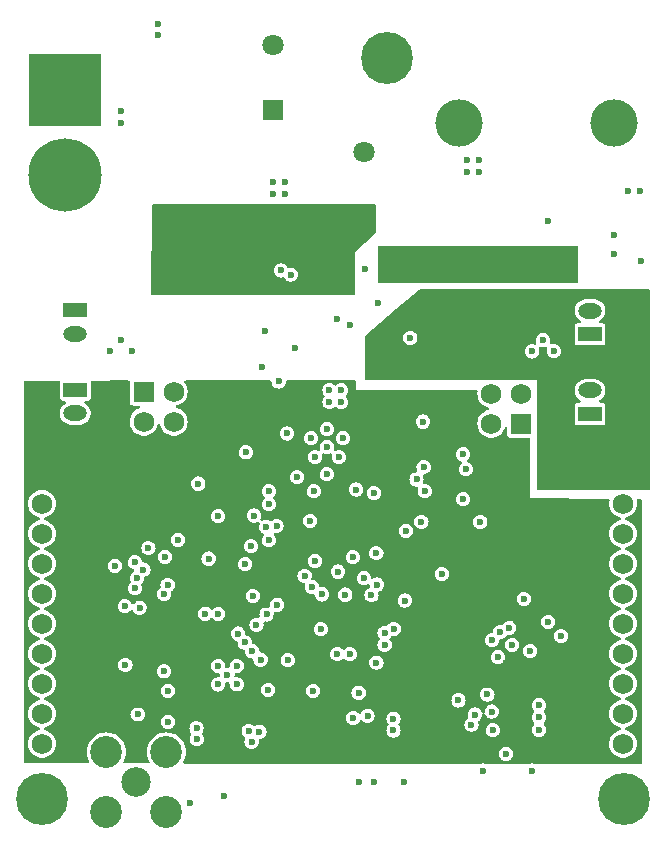
<source format=gbr>
%TF.GenerationSoftware,KiCad,Pcbnew,8.0.3-8.0.3-0~ubuntu22.04.1*%
%TF.CreationDate,2024-07-11T19:27:40-06:00*%
%TF.ProjectId,FCC_KiCAD,4643435f-4b69-4434-9144-2e6b69636164,rev?*%
%TF.SameCoordinates,Original*%
%TF.FileFunction,Copper,L3,Inr*%
%TF.FilePolarity,Positive*%
%FSLAX46Y46*%
G04 Gerber Fmt 4.6, Leading zero omitted, Abs format (unit mm)*
G04 Created by KiCad (PCBNEW 8.0.3-8.0.3-0~ubuntu22.04.1) date 2024-07-11 19:27:40*
%MOMM*%
%LPD*%
G01*
G04 APERTURE LIST*
%TA.AperFunction,ComponentPad*%
%ADD10R,2.000000X1.300000*%
%TD*%
%TA.AperFunction,ComponentPad*%
%ADD11O,2.000000X1.300000*%
%TD*%
%TA.AperFunction,ComponentPad*%
%ADD12C,4.400000*%
%TD*%
%TA.AperFunction,ComponentPad*%
%ADD13R,6.200000X6.200000*%
%TD*%
%TA.AperFunction,ComponentPad*%
%ADD14C,6.200000*%
%TD*%
%TA.AperFunction,ComponentPad*%
%ADD15C,0.600000*%
%TD*%
%TA.AperFunction,ComponentPad*%
%ADD16R,1.750000X1.750000*%
%TD*%
%TA.AperFunction,ComponentPad*%
%ADD17C,1.750000*%
%TD*%
%TA.AperFunction,ComponentPad*%
%ADD18R,1.800000X1.800000*%
%TD*%
%TA.AperFunction,ComponentPad*%
%ADD19C,1.800000*%
%TD*%
%TA.AperFunction,ComponentPad*%
%ADD20C,2.500000*%
%TD*%
%TA.AperFunction,ComponentPad*%
%ADD21C,2.700000*%
%TD*%
%TA.AperFunction,ComponentPad*%
%ADD22C,4.000000*%
%TD*%
%TA.AperFunction,ViaPad*%
%ADD23C,0.600000*%
%TD*%
G04 APERTURE END LIST*
D10*
%TO.N,/I2C + CANBUS/CAN1H*%
%TO.C,J4*%
X128510000Y-87450000D03*
D11*
%TO.N,/I2C + CANBUS/CAN1L*%
X128510000Y-89450000D03*
%TD*%
D10*
%TO.N,/I2C + CANBUS/CAN1H*%
%TO.C,J5*%
X128510000Y-94200000D03*
D11*
%TO.N,/I2C + CANBUS/CAN1L*%
X128510000Y-96200000D03*
%TD*%
D10*
%TO.N,/I2C + CANBUS/CAN2H*%
%TO.C,J6*%
X172085000Y-96250000D03*
D11*
%TO.N,/I2C + CANBUS/CAN2L*%
X172085000Y-94250000D03*
%TD*%
D10*
%TO.N,/I2C + CANBUS/CAN2H*%
%TO.C,J7*%
X172085000Y-89500000D03*
D11*
%TO.N,/I2C + CANBUS/CAN2L*%
X172085000Y-87500000D03*
%TD*%
D12*
%TO.N,N/C*%
%TO.C,H3*%
X174935000Y-128860000D03*
%TD*%
D13*
%TO.N,+BATT*%
%TO.C,J8*%
X127675000Y-68850000D03*
D14*
%TO.N,GND*%
X127675000Y-76050000D03*
%TD*%
D12*
%TO.N,N/C*%
%TO.C,H1*%
X154935000Y-66150000D03*
%TD*%
D15*
%TO.N,GND*%
%TO.C,U2*%
X142174800Y-117575000D03*
X140600000Y-117575000D03*
X141387400Y-118362400D03*
X142174800Y-119149800D03*
X140600000Y-119149800D03*
%TD*%
D16*
%TO.N,Net-(J2-Pin_1)*%
%TO.C,J2*%
X134300000Y-94360000D03*
D17*
%TO.N,/I2C + CANBUS/CAN1H*%
X136840000Y-94360000D03*
%TO.N,Net-(J2-Pin_3)*%
X134300000Y-96900000D03*
%TO.N,/I2C + CANBUS/CAN1H*%
X136840000Y-96900000D03*
%TD*%
D18*
%TO.N,+BATT*%
%TO.C,C31*%
X145285000Y-70511800D03*
D19*
%TO.N,GND*%
X145285000Y-65000000D03*
%TD*%
D20*
%TO.N,Net-(J1-In)*%
%TO.C,J1*%
X133685000Y-127400000D03*
D21*
%TO.N,GND*%
X136225000Y-124860000D03*
X131145000Y-124860000D03*
X136225000Y-129940000D03*
X131145000Y-129940000D03*
%TD*%
D12*
%TO.N,N/C*%
%TO.C,H2*%
X125685000Y-128860000D03*
%TD*%
D18*
%TO.N,/POWER + USB/5VDCDC*%
%TO.C,C36*%
X152985000Y-79550000D03*
D19*
%TO.N,GND*%
X152985000Y-74038200D03*
%TD*%
D15*
%TO.N,GND*%
%TO.C,U9*%
X149825000Y-97550000D03*
X151175000Y-98300000D03*
X148475000Y-98300000D03*
X149825000Y-99050000D03*
%TD*%
D16*
%TO.N,Net-(J3-Pin_1)*%
%TO.C,J3*%
X166270000Y-97075000D03*
D17*
%TO.N,/I2C + CANBUS/CAN2L*%
X163730000Y-97075000D03*
%TO.N,Net-(J3-Pin_3)*%
X166270000Y-94535000D03*
%TO.N,/I2C + CANBUS/CAN2L*%
X163730000Y-94535000D03*
%TD*%
D22*
%TO.N,unconnected-(J9-SHIELD1-PadSH1)*%
%TO.C,J9*%
X174155000Y-71650000D03*
%TO.N,unconnected-(J9-SHIELD2-PadSH2)*%
X161015000Y-71650000D03*
%TD*%
D17*
%TO.N,+3V3*%
%TO.C,J11*%
X125685000Y-101320000D03*
%TO.N,GND*%
X125685000Y-103860000D03*
%TO.N,/MCU + PAYLOAD/GPIO1*%
X125685000Y-106400000D03*
%TO.N,/MCU + PAYLOAD/GPIO2*%
X125685000Y-108940000D03*
%TO.N,/MCU + PAYLOAD/GPIO3*%
X125685000Y-111480000D03*
%TO.N,/MCU + PAYLOAD/UART_TX*%
X125685000Y-114020000D03*
%TO.N,/MCU + PAYLOAD/UART_RX*%
X125685000Y-116560000D03*
%TO.N,MISO*%
X125685000Y-119100000D03*
%TO.N,SCLK*%
X125685000Y-121640000D03*
%TO.N,MOSI*%
X125685000Y-124180000D03*
%TD*%
%TO.N,+5V*%
%TO.C,J12*%
X174885000Y-101320000D03*
%TO.N,GND*%
X174885000Y-103860000D03*
%TO.N,/MCU + PAYLOAD/GPIO4*%
X174885000Y-106400000D03*
%TO.N,/MCU + PAYLOAD/GPIO5*%
X174885000Y-108940000D03*
%TO.N,/MCU + PAYLOAD/GPIO6*%
X174885000Y-111480000D03*
%TO.N,/MCU + PAYLOAD/GPIO7*%
X174885000Y-114020000D03*
%TO.N,/MCU + PAYLOAD/GPIO8*%
X174885000Y-116560000D03*
%TO.N,/MCU + PAYLOAD/GPIO9*%
X174885000Y-119100000D03*
%TO.N,SCL*%
X174885000Y-121640000D03*
%TO.N,SDA*%
X174885000Y-124180000D03*
%TD*%
D23*
%TO.N,GND*%
X176400000Y-83300000D03*
X133350000Y-90895000D03*
X141125000Y-128575000D03*
X144100000Y-123150000D03*
X144900001Y-103899999D03*
X161710049Y-75789784D03*
X167205000Y-90955000D03*
X146750000Y-84450000D03*
X150625000Y-88200000D03*
X163000000Y-126450000D03*
X161710049Y-74789784D03*
X145235000Y-77600000D03*
X153025000Y-83950000D03*
X158100000Y-102800000D03*
X162350000Y-121700000D03*
X161580000Y-100925000D03*
X153800000Y-127400000D03*
X144575000Y-89250000D03*
X142900000Y-108976999D03*
X156300000Y-127400000D03*
X139800001Y-108499999D03*
X144200000Y-117050000D03*
X146235000Y-77600000D03*
X169030000Y-90930000D03*
X155465001Y-114450000D03*
X145235000Y-76600000D03*
X143437400Y-123992400D03*
X154700000Y-114800000D03*
X153583412Y-111603300D03*
X168550000Y-113850000D03*
X148650000Y-119700000D03*
X156875000Y-89800000D03*
X155450000Y-122050000D03*
X169650000Y-115050000D03*
X136100000Y-108350000D03*
X148825000Y-99900000D03*
X152050000Y-122000000D03*
X165500000Y-115800000D03*
X164300000Y-116850000D03*
X132385000Y-70600000D03*
X167025000Y-116325000D03*
X137200000Y-106900000D03*
X144850000Y-119600000D03*
X135485000Y-64200000D03*
X146490000Y-117092400D03*
X146235000Y-76600000D03*
X164975000Y-125025000D03*
X144325000Y-92300000D03*
X167770000Y-121950000D03*
X143400001Y-107449999D03*
X157950000Y-96900000D03*
X174085000Y-82725000D03*
X146450000Y-97900000D03*
X136326079Y-110723922D03*
X138775000Y-122875000D03*
X136040000Y-111500000D03*
X162800000Y-105400000D03*
X132750000Y-117500000D03*
X131850000Y-109100002D03*
X132385000Y-71600000D03*
X154700000Y-115800000D03*
X140612400Y-113167400D03*
X151750000Y-116600000D03*
X135485000Y-63200000D03*
X143187400Y-123092400D03*
X131450000Y-90895000D03*
X175300000Y-77350000D03*
X156500000Y-106150000D03*
X167770000Y-123000000D03*
X145925000Y-84100000D03*
X176300000Y-77350000D03*
X136037400Y-118042400D03*
X163850000Y-123023000D03*
X147300000Y-101600000D03*
X140600000Y-104900000D03*
X168105000Y-90005000D03*
X167770000Y-120900000D03*
X145725000Y-93500000D03*
X164500000Y-114700000D03*
X136337400Y-119692400D03*
X148400000Y-105300000D03*
X157810000Y-105380000D03*
X167150000Y-126450000D03*
X150025000Y-95250000D03*
X150825000Y-99900000D03*
X132400000Y-89970000D03*
X142950000Y-99500000D03*
X163770000Y-121450000D03*
X163400000Y-120000000D03*
X154175000Y-86850000D03*
X152500000Y-127400000D03*
X151025000Y-94250000D03*
X147150000Y-90650000D03*
X134281644Y-109427000D03*
X150700000Y-116600000D03*
X162710049Y-74789784D03*
X151025000Y-95250000D03*
X174100000Y-81130000D03*
X168500000Y-79900000D03*
X138787400Y-123792400D03*
X150025000Y-94250000D03*
X166500000Y-111900000D03*
X136362400Y-122317400D03*
X138200000Y-129190000D03*
X139500000Y-113160000D03*
X138925000Y-102150000D03*
X162710049Y-75789784D03*
X151373000Y-111550000D03*
X133787400Y-121692400D03*
X143650000Y-104850000D03*
X151725000Y-88700000D03*
%TO.N,/POWER + USB/5VBUS_FILT*%
X155125000Y-83150000D03*
X168935000Y-83900000D03*
X156125000Y-84150000D03*
X155125000Y-84150000D03*
X169935000Y-82900000D03*
X169935000Y-83900000D03*
X168935000Y-82900000D03*
X156125000Y-83150000D03*
%TO.N,/POWER + USB/5VDCDC*%
X149125000Y-84150000D03*
X149125000Y-83150000D03*
X147285000Y-80300000D03*
X148125000Y-83150000D03*
X136885000Y-81850000D03*
X135885000Y-81850000D03*
X136885000Y-82850000D03*
X148125000Y-84150000D03*
X135885000Y-82850000D03*
%TO.N,+5V*%
X154625000Y-91650000D03*
X153625000Y-91650000D03*
X154625000Y-92650000D03*
X153625000Y-92650000D03*
%TO.N,+3V3*%
X143037400Y-120342400D03*
X156350000Y-103653356D03*
X165230000Y-104170000D03*
X161580000Y-102225000D03*
X161050000Y-105100000D03*
X138087400Y-118867400D03*
X158000000Y-120450000D03*
X155265001Y-105000000D03*
X148325000Y-95250000D03*
X167800000Y-111900000D03*
X166150000Y-114450000D03*
X140613714Y-115709905D03*
X151750000Y-114000000D03*
X148325000Y-96250000D03*
X131850000Y-110050002D03*
X147325000Y-96250000D03*
X152600000Y-113950000D03*
X144687400Y-118042400D03*
X139587400Y-120342400D03*
X143837400Y-120342400D03*
X147325000Y-95250000D03*
X164975000Y-117375000D03*
X166950000Y-115050000D03*
X165220000Y-121050000D03*
X146750000Y-104950000D03*
X147325000Y-94250000D03*
X147565001Y-104200000D03*
X165220000Y-121950000D03*
X154465001Y-112700000D03*
X148325000Y-94250000D03*
X138925000Y-100900000D03*
X149450000Y-125150000D03*
X162520000Y-120200000D03*
X136300000Y-109200000D03*
X161050000Y-111650000D03*
%TO.N,/MCU + PAYLOAD/NRST*%
X148800000Y-108699999D03*
X155450000Y-123050000D03*
%TO.N,/MCU + PAYLOAD/SWDIO*%
X152950000Y-110150000D03*
X154000000Y-117300000D03*
%TO.N,/MCU + PAYLOAD/SWCLK*%
X152000000Y-108375000D03*
X153250000Y-121800000D03*
%TO.N,/MCU + PAYLOAD/SWO*%
X152500000Y-119850000D03*
X150750000Y-109600000D03*
%TO.N,SCLK*%
X133950000Y-112650000D03*
X142850000Y-115600000D03*
%TO.N,/MCU + PAYLOAD/GPIO3*%
X144650000Y-105800000D03*
%TO.N,/MCU + PAYLOAD/GPIO1*%
X149800000Y-101350000D03*
%TO.N,/MCU + PAYLOAD/GPIO2*%
X145550000Y-105725000D03*
%TO.N,MISO*%
X133550000Y-111000000D03*
X142300000Y-114850000D03*
%TO.N,MOSI*%
X132700000Y-112525000D03*
X143500000Y-116350000D03*
%TO.N,/MCU + PAYLOAD/GPIO6*%
X154000000Y-108046698D03*
%TO.N,/MCU + PAYLOAD/GPIO4*%
X152300000Y-102650000D03*
%TO.N,SDA*%
X160950000Y-120500000D03*
X163800000Y-115400000D03*
%TO.N,/MCU + PAYLOAD/GPIO7*%
X159550000Y-109800000D03*
%TO.N,/MCU + PAYLOAD/GPIO5*%
X153800000Y-102950000D03*
%TO.N,SCL*%
X162050000Y-122550000D03*
X165250000Y-114350000D03*
%TO.N,/MCU + PAYLOAD/GPIO9*%
X156400000Y-112050000D03*
%TO.N,/MCU + PAYLOAD/GPIO8*%
X154050000Y-110700000D03*
%TO.N,ACCEL_INT*%
X134700000Y-107600000D03*
X144891324Y-106939145D03*
%TO.N,ACCEL_~{CS}*%
X143550000Y-111650000D03*
X133550000Y-108800000D03*
%TO.N,GYRO_INT*%
X147925000Y-109975000D03*
X133750000Y-110150000D03*
%TO.N,CC2500_GDO0*%
X144700000Y-113225000D03*
X149400000Y-111527000D03*
%TO.N,CC2500_~{CS}*%
X148550000Y-110900000D03*
X145600000Y-112400000D03*
%TO.N,CC2500_GDO2*%
X143850000Y-114100000D03*
X149300000Y-114480856D03*
%TO.N,CAN1_TX*%
X144900000Y-102800000D03*
X148700000Y-102800000D03*
%TO.N,CAN2_TX*%
X158000000Y-100750000D03*
X161345000Y-99675000D03*
%TO.N,CAN2_RX*%
X157400000Y-101800000D03*
X161345000Y-103475000D03*
%TD*%
%TA.AperFunction,Conductor*%
%TO.N,/POWER + USB/5VDCDC*%
G36*
X153943039Y-78519685D02*
G01*
X153988794Y-78572489D01*
X154000000Y-78624000D01*
X154000000Y-80844315D01*
X153980315Y-80911354D01*
X153958381Y-80936994D01*
X152200000Y-82500000D01*
X152200000Y-86076000D01*
X152180315Y-86143039D01*
X152127511Y-86188794D01*
X152076000Y-86200000D01*
X135025621Y-86200000D01*
X134958582Y-86180315D01*
X134912827Y-86127511D01*
X134901631Y-86074390D01*
X134919689Y-84683983D01*
X134927273Y-84099998D01*
X145319318Y-84099998D01*
X145319318Y-84100001D01*
X145339955Y-84256760D01*
X145339956Y-84256762D01*
X145400464Y-84402841D01*
X145496718Y-84528282D01*
X145622159Y-84624536D01*
X145768238Y-84685044D01*
X145846619Y-84695363D01*
X145924999Y-84705682D01*
X145925000Y-84705682D01*
X145925001Y-84705682D01*
X146002105Y-84695530D01*
X146081762Y-84685044D01*
X146081762Y-84685043D01*
X146089820Y-84683983D01*
X146090023Y-84685526D01*
X146150628Y-84686962D01*
X146208495Y-84726118D01*
X146220605Y-84746252D01*
X146221396Y-84745796D01*
X146225462Y-84752837D01*
X146225464Y-84752841D01*
X146321718Y-84878282D01*
X146447159Y-84974536D01*
X146593238Y-85035044D01*
X146671619Y-85045363D01*
X146749999Y-85055682D01*
X146750000Y-85055682D01*
X146750001Y-85055682D01*
X146802254Y-85048802D01*
X146906762Y-85035044D01*
X147052841Y-84974536D01*
X147178282Y-84878282D01*
X147274536Y-84752841D01*
X147335044Y-84606762D01*
X147355682Y-84450000D01*
X147349473Y-84402841D01*
X147335044Y-84293239D01*
X147335044Y-84293238D01*
X147274536Y-84147159D01*
X147178282Y-84021718D01*
X147052841Y-83925464D01*
X146906762Y-83864956D01*
X146906760Y-83864955D01*
X146750001Y-83844318D01*
X146749999Y-83844318D01*
X146672894Y-83854469D01*
X146593238Y-83864956D01*
X146593237Y-83864956D01*
X146585180Y-83866017D01*
X146584977Y-83864478D01*
X146524346Y-83863029D01*
X146466487Y-83823861D01*
X146454391Y-83803738D01*
X146453599Y-83804196D01*
X146449539Y-83797163D01*
X146446527Y-83793238D01*
X146353282Y-83671718D01*
X146227841Y-83575464D01*
X146081762Y-83514956D01*
X146081760Y-83514955D01*
X145925001Y-83494318D01*
X145924999Y-83494318D01*
X145768239Y-83514955D01*
X145768237Y-83514956D01*
X145622160Y-83575463D01*
X145496718Y-83671718D01*
X145400463Y-83797160D01*
X145339956Y-83943237D01*
X145339955Y-83943239D01*
X145319318Y-84099998D01*
X134927273Y-84099998D01*
X134968831Y-80900000D01*
X134998411Y-78622390D01*
X135018965Y-78555612D01*
X135072359Y-78510546D01*
X135122401Y-78500000D01*
X153876000Y-78500000D01*
X153943039Y-78519685D01*
G37*
%TD.AperFunction*%
%TD*%
%TA.AperFunction,Conductor*%
%TO.N,/POWER + USB/5VBUS_FILT*%
G36*
X171043039Y-82019685D02*
G01*
X171088794Y-82072489D01*
X171100000Y-82124000D01*
X171100000Y-85076000D01*
X171080315Y-85143039D01*
X171027511Y-85188794D01*
X170976000Y-85200000D01*
X154224000Y-85200000D01*
X154156961Y-85180315D01*
X154111206Y-85127511D01*
X154100000Y-85076000D01*
X154100000Y-82124000D01*
X154119685Y-82056961D01*
X154172489Y-82011206D01*
X154224000Y-82000000D01*
X170976000Y-82000000D01*
X171043039Y-82019685D01*
G37*
%TD.AperFunction*%
%TD*%
%TA.AperFunction,Conductor*%
%TO.N,+5V*%
G36*
X177143039Y-85719685D02*
G01*
X177188794Y-85772489D01*
X177200000Y-85824000D01*
X177200000Y-102576000D01*
X177180315Y-102643039D01*
X177127511Y-102688794D01*
X177076000Y-102700000D01*
X175088336Y-102700000D01*
X175065552Y-102697889D01*
X175016897Y-102688794D01*
X174993926Y-102684500D01*
X174776074Y-102684500D01*
X174753103Y-102688794D01*
X174704448Y-102697889D01*
X174681664Y-102700000D01*
X167724000Y-102700000D01*
X167656961Y-102680315D01*
X167611206Y-102627511D01*
X167600000Y-102576000D01*
X167600000Y-94156379D01*
X170784500Y-94156379D01*
X170784500Y-94343620D01*
X170821025Y-94527243D01*
X170821027Y-94527251D01*
X170892676Y-94700228D01*
X170892681Y-94700237D01*
X170996697Y-94855907D01*
X170996700Y-94855911D01*
X171129088Y-94988299D01*
X171129096Y-94988305D01*
X171254950Y-95072398D01*
X171299756Y-95126010D01*
X171308463Y-95195335D01*
X171278309Y-95258362D01*
X171218866Y-95295082D01*
X171186061Y-95299500D01*
X171040144Y-95299500D01*
X171040117Y-95299502D01*
X171015012Y-95302413D01*
X171015008Y-95302415D01*
X170912235Y-95347793D01*
X170832794Y-95427234D01*
X170787415Y-95530006D01*
X170787415Y-95530008D01*
X170784500Y-95555131D01*
X170784500Y-96944856D01*
X170784502Y-96944882D01*
X170787413Y-96969987D01*
X170787415Y-96969991D01*
X170832793Y-97072764D01*
X170832794Y-97072765D01*
X170912235Y-97152206D01*
X171015009Y-97197585D01*
X171040135Y-97200500D01*
X173129864Y-97200499D01*
X173129879Y-97200497D01*
X173129882Y-97200497D01*
X173154987Y-97197586D01*
X173154988Y-97197585D01*
X173154991Y-97197585D01*
X173257765Y-97152206D01*
X173337206Y-97072765D01*
X173382585Y-96969991D01*
X173385500Y-96944865D01*
X173385499Y-95555136D01*
X173385497Y-95555117D01*
X173382586Y-95530012D01*
X173382585Y-95530010D01*
X173382585Y-95530009D01*
X173337206Y-95427235D01*
X173257765Y-95347794D01*
X173218195Y-95330322D01*
X173154992Y-95302415D01*
X173129868Y-95299500D01*
X172983941Y-95299500D01*
X172916902Y-95279815D01*
X172871147Y-95227011D01*
X172861203Y-95157853D01*
X172890228Y-95094297D01*
X172915050Y-95072398D01*
X172962911Y-95040417D01*
X173040908Y-94988302D01*
X173173302Y-94855908D01*
X173277322Y-94700231D01*
X173348973Y-94527251D01*
X173385500Y-94343616D01*
X173385500Y-94156384D01*
X173348973Y-93972749D01*
X173277322Y-93799769D01*
X173277321Y-93799768D01*
X173277318Y-93799762D01*
X173173302Y-93644092D01*
X173173299Y-93644088D01*
X173040911Y-93511700D01*
X173040907Y-93511697D01*
X172885237Y-93407681D01*
X172885228Y-93407676D01*
X172712251Y-93336027D01*
X172712243Y-93336025D01*
X172528620Y-93299500D01*
X172528616Y-93299500D01*
X171641384Y-93299500D01*
X171641379Y-93299500D01*
X171457756Y-93336025D01*
X171457748Y-93336027D01*
X171284771Y-93407676D01*
X171284762Y-93407681D01*
X171129092Y-93511697D01*
X171129088Y-93511700D01*
X170996700Y-93644088D01*
X170996697Y-93644092D01*
X170892681Y-93799762D01*
X170892676Y-93799771D01*
X170821027Y-93972748D01*
X170821025Y-93972756D01*
X170784500Y-94156379D01*
X167600000Y-94156379D01*
X167600000Y-93400000D01*
X166607074Y-93400000D01*
X166584291Y-93397889D01*
X166378926Y-93359500D01*
X166161074Y-93359500D01*
X165955708Y-93397889D01*
X165932926Y-93400000D01*
X164067074Y-93400000D01*
X164044291Y-93397889D01*
X163838926Y-93359500D01*
X163621074Y-93359500D01*
X163415708Y-93397889D01*
X163392926Y-93400000D01*
X153124000Y-93400000D01*
X153056961Y-93380315D01*
X153011206Y-93327511D01*
X153000000Y-93276000D01*
X153000000Y-90954998D01*
X166599318Y-90954998D01*
X166599318Y-90955001D01*
X166619955Y-91111760D01*
X166619956Y-91111762D01*
X166680464Y-91257841D01*
X166776718Y-91383282D01*
X166902159Y-91479536D01*
X167048238Y-91540044D01*
X167126619Y-91550363D01*
X167204999Y-91560682D01*
X167205000Y-91560682D01*
X167205001Y-91560682D01*
X167257254Y-91553802D01*
X167361762Y-91540044D01*
X167507841Y-91479536D01*
X167633282Y-91383282D01*
X167729536Y-91257841D01*
X167790044Y-91111762D01*
X167810682Y-90955000D01*
X167807390Y-90929998D01*
X167790044Y-90798240D01*
X167790044Y-90798239D01*
X167790044Y-90798238D01*
X167767743Y-90744400D01*
X167760275Y-90674934D01*
X167791550Y-90612455D01*
X167851638Y-90576802D01*
X167921463Y-90579295D01*
X167929750Y-90582386D01*
X167948238Y-90590044D01*
X168015286Y-90598871D01*
X168104999Y-90610682D01*
X168105000Y-90610682D01*
X168105001Y-90610682D01*
X168157254Y-90603802D01*
X168261762Y-90590044D01*
X168297920Y-90575066D01*
X168367386Y-90567597D01*
X168429866Y-90598871D01*
X168465520Y-90658959D01*
X168463027Y-90728784D01*
X168459933Y-90737079D01*
X168444957Y-90773234D01*
X168444955Y-90773239D01*
X168424318Y-90929998D01*
X168424318Y-90930001D01*
X168444955Y-91086760D01*
X168444956Y-91086762D01*
X168455310Y-91111760D01*
X168505464Y-91232841D01*
X168601718Y-91358282D01*
X168727159Y-91454536D01*
X168873238Y-91515044D01*
X168951619Y-91525363D01*
X169029999Y-91535682D01*
X169030000Y-91535682D01*
X169030001Y-91535682D01*
X169082254Y-91528802D01*
X169186762Y-91515044D01*
X169332841Y-91454536D01*
X169458282Y-91358282D01*
X169554536Y-91232841D01*
X169615044Y-91086762D01*
X169635682Y-90930000D01*
X169615044Y-90773238D01*
X169554536Y-90627159D01*
X169458282Y-90501718D01*
X169332841Y-90405464D01*
X169283540Y-90385043D01*
X169186762Y-90344956D01*
X169186760Y-90344955D01*
X169030001Y-90324318D01*
X169029999Y-90324318D01*
X168873239Y-90344955D01*
X168873234Y-90344957D01*
X168837079Y-90359933D01*
X168767609Y-90367402D01*
X168705130Y-90336126D01*
X168669478Y-90276037D01*
X168671973Y-90206212D01*
X168675057Y-90197943D01*
X168690044Y-90161762D01*
X168710682Y-90005000D01*
X168704331Y-89956762D01*
X168690044Y-89848239D01*
X168690044Y-89848238D01*
X168629536Y-89702159D01*
X168533282Y-89576718D01*
X168407841Y-89480464D01*
X168261762Y-89419956D01*
X168261760Y-89419955D01*
X168105001Y-89399318D01*
X168104999Y-89399318D01*
X167948239Y-89419955D01*
X167948237Y-89419956D01*
X167802160Y-89480463D01*
X167676718Y-89576718D01*
X167580463Y-89702160D01*
X167519956Y-89848237D01*
X167519955Y-89848239D01*
X167499318Y-90004998D01*
X167499318Y-90005001D01*
X167519955Y-90161760D01*
X167519956Y-90161762D01*
X167542255Y-90215596D01*
X167549724Y-90285066D01*
X167518449Y-90347545D01*
X167458360Y-90383197D01*
X167388535Y-90380703D01*
X167380243Y-90377611D01*
X167361762Y-90369956D01*
X167361760Y-90369955D01*
X167205001Y-90349318D01*
X167204999Y-90349318D01*
X167048239Y-90369955D01*
X167048237Y-90369956D01*
X166902160Y-90430463D01*
X166776718Y-90526718D01*
X166680463Y-90652160D01*
X166619956Y-90798237D01*
X166619955Y-90798239D01*
X166599318Y-90954998D01*
X153000000Y-90954998D01*
X153000000Y-89799998D01*
X156269318Y-89799998D01*
X156269318Y-89800001D01*
X156289955Y-89956760D01*
X156289956Y-89956762D01*
X156350464Y-90102841D01*
X156446718Y-90228282D01*
X156572159Y-90324536D01*
X156718238Y-90385044D01*
X156796619Y-90395363D01*
X156874999Y-90405682D01*
X156875000Y-90405682D01*
X156875001Y-90405682D01*
X156927254Y-90398802D01*
X157031762Y-90385044D01*
X157177841Y-90324536D01*
X157303282Y-90228282D01*
X157399536Y-90102841D01*
X157460044Y-89956762D01*
X157480682Y-89800000D01*
X157460044Y-89643238D01*
X157399536Y-89497159D01*
X157303282Y-89371718D01*
X157177841Y-89275464D01*
X157031762Y-89214956D01*
X157031760Y-89214955D01*
X156875001Y-89194318D01*
X156874999Y-89194318D01*
X156718239Y-89214955D01*
X156718237Y-89214956D01*
X156572160Y-89275463D01*
X156446718Y-89371718D01*
X156350463Y-89497160D01*
X156289956Y-89643237D01*
X156289955Y-89643239D01*
X156269318Y-89799998D01*
X153000000Y-89799998D01*
X153000000Y-89707366D01*
X153019685Y-89640327D01*
X153043718Y-89612862D01*
X155641223Y-87406379D01*
X170784500Y-87406379D01*
X170784500Y-87593620D01*
X170821025Y-87777243D01*
X170821027Y-87777251D01*
X170892676Y-87950228D01*
X170892681Y-87950237D01*
X170996697Y-88105907D01*
X170996700Y-88105911D01*
X171129088Y-88238299D01*
X171129096Y-88238305D01*
X171254950Y-88322398D01*
X171299756Y-88376010D01*
X171308463Y-88445335D01*
X171278309Y-88508362D01*
X171218866Y-88545082D01*
X171186061Y-88549500D01*
X171040144Y-88549500D01*
X171040117Y-88549502D01*
X171015012Y-88552413D01*
X171015008Y-88552415D01*
X170912235Y-88597793D01*
X170832794Y-88677234D01*
X170787415Y-88780006D01*
X170787415Y-88780008D01*
X170784500Y-88805131D01*
X170784500Y-90194856D01*
X170784502Y-90194882D01*
X170787413Y-90219987D01*
X170787415Y-90219991D01*
X170832793Y-90322764D01*
X170832794Y-90322765D01*
X170912235Y-90402206D01*
X171015009Y-90447585D01*
X171040135Y-90450500D01*
X173129864Y-90450499D01*
X173129879Y-90450497D01*
X173129882Y-90450497D01*
X173154987Y-90447586D01*
X173154988Y-90447585D01*
X173154991Y-90447585D01*
X173257765Y-90402206D01*
X173337206Y-90322765D01*
X173382585Y-90219991D01*
X173385500Y-90194865D01*
X173385499Y-88805136D01*
X173385497Y-88805117D01*
X173382586Y-88780012D01*
X173382585Y-88780010D01*
X173382585Y-88780009D01*
X173337206Y-88677235D01*
X173257765Y-88597794D01*
X173257763Y-88597793D01*
X173154992Y-88552415D01*
X173129868Y-88549500D01*
X172983941Y-88549500D01*
X172916902Y-88529815D01*
X172871147Y-88477011D01*
X172861203Y-88407853D01*
X172890228Y-88344297D01*
X172915050Y-88322398D01*
X172962911Y-88290417D01*
X173040908Y-88238302D01*
X173173302Y-88105908D01*
X173277322Y-87950231D01*
X173348973Y-87777251D01*
X173385500Y-87593616D01*
X173385500Y-87406384D01*
X173348973Y-87222749D01*
X173277322Y-87049769D01*
X173277321Y-87049768D01*
X173277318Y-87049762D01*
X173173302Y-86894092D01*
X173173299Y-86894088D01*
X173040911Y-86761700D01*
X173040907Y-86761697D01*
X172885237Y-86657681D01*
X172885228Y-86657676D01*
X172712251Y-86586027D01*
X172712243Y-86586025D01*
X172528620Y-86549500D01*
X172528616Y-86549500D01*
X171641384Y-86549500D01*
X171641379Y-86549500D01*
X171457756Y-86586025D01*
X171457748Y-86586027D01*
X171284771Y-86657676D01*
X171284762Y-86657681D01*
X171129092Y-86761697D01*
X171129088Y-86761700D01*
X170996700Y-86894088D01*
X170996697Y-86894092D01*
X170892681Y-87049762D01*
X170892676Y-87049771D01*
X170821027Y-87222748D01*
X170821025Y-87222756D01*
X170784500Y-87406379D01*
X155641223Y-87406379D01*
X157615279Y-85729493D01*
X157679117Y-85701095D01*
X157695558Y-85700000D01*
X177076000Y-85700000D01*
X177143039Y-85719685D01*
G37*
%TD.AperFunction*%
%TD*%
%TA.AperFunction,Conductor*%
%TO.N,+3V3*%
G36*
X152242947Y-93419735D02*
G01*
X152288749Y-93472499D01*
X152300000Y-93524110D01*
X152300000Y-94200000D01*
X156600000Y-94200000D01*
X162444485Y-94200000D01*
X162511524Y-94219685D01*
X162557279Y-94272489D01*
X162567956Y-94335441D01*
X162549464Y-94534999D01*
X162549464Y-94535000D01*
X162569564Y-94751918D01*
X162569564Y-94751920D01*
X162569565Y-94751923D01*
X162617385Y-94919993D01*
X162629184Y-94961462D01*
X162694345Y-95092322D01*
X162726288Y-95156472D01*
X162838445Y-95304993D01*
X162857574Y-95330323D01*
X162887581Y-95357678D01*
X163018568Y-95477088D01*
X163018575Y-95477092D01*
X163018576Y-95477093D01*
X163203786Y-95591770D01*
X163203792Y-95591773D01*
X163225266Y-95600092D01*
X163406931Y-95670470D01*
X163474558Y-95683111D01*
X163536838Y-95714779D01*
X163572111Y-95775092D01*
X163569177Y-95844900D01*
X163528968Y-95902040D01*
X163474558Y-95926888D01*
X163406931Y-95939530D01*
X163359498Y-95957906D01*
X163203792Y-96018226D01*
X163203786Y-96018229D01*
X163018576Y-96132906D01*
X163018566Y-96132913D01*
X162857574Y-96279676D01*
X162726288Y-96453527D01*
X162629184Y-96648537D01*
X162618421Y-96686364D01*
X162584408Y-96805911D01*
X162569564Y-96858081D01*
X162549464Y-97074999D01*
X162549464Y-97075000D01*
X162569564Y-97291918D01*
X162569564Y-97291920D01*
X162569565Y-97291923D01*
X162607297Y-97424536D01*
X162629184Y-97501462D01*
X162653354Y-97550001D01*
X162726288Y-97696472D01*
X162857573Y-97870322D01*
X163018568Y-98017088D01*
X163018575Y-98017092D01*
X163018576Y-98017093D01*
X163203786Y-98131770D01*
X163203792Y-98131773D01*
X163212233Y-98135043D01*
X163406931Y-98210470D01*
X163621074Y-98250500D01*
X163621076Y-98250500D01*
X163838924Y-98250500D01*
X163838926Y-98250500D01*
X164053069Y-98210470D01*
X164256210Y-98131772D01*
X164441432Y-98017088D01*
X164602427Y-97870322D01*
X164733712Y-97696472D01*
X164830817Y-97501459D01*
X164851234Y-97429698D01*
X164888512Y-97370607D01*
X164951821Y-97341049D01*
X165021061Y-97350410D01*
X165074248Y-97395719D01*
X165094496Y-97462591D01*
X165094500Y-97463634D01*
X165094500Y-97994856D01*
X165094502Y-97994882D01*
X165097413Y-98019987D01*
X165097415Y-98019991D01*
X165142793Y-98122764D01*
X165142794Y-98122765D01*
X165222235Y-98202206D01*
X165325009Y-98247585D01*
X165350135Y-98250500D01*
X166876000Y-98250499D01*
X166943039Y-98270184D01*
X166988794Y-98322987D01*
X167000000Y-98374499D01*
X167000000Y-103400000D01*
X173624865Y-103417526D01*
X173691852Y-103437388D01*
X173737467Y-103490313D01*
X173747228Y-103559498D01*
X173743804Y-103575459D01*
X173724564Y-103643079D01*
X173704464Y-103859999D01*
X173704464Y-103860000D01*
X173724564Y-104076918D01*
X173724564Y-104076920D01*
X173724565Y-104076923D01*
X173772193Y-104244318D01*
X173784184Y-104286462D01*
X173828502Y-104375464D01*
X173881288Y-104481472D01*
X174012573Y-104655322D01*
X174173568Y-104802088D01*
X174173575Y-104802092D01*
X174173576Y-104802093D01*
X174358786Y-104916770D01*
X174358792Y-104916773D01*
X174381664Y-104925633D01*
X174561931Y-104995470D01*
X174629558Y-105008111D01*
X174691838Y-105039779D01*
X174727111Y-105100092D01*
X174724177Y-105169900D01*
X174683968Y-105227040D01*
X174629558Y-105251888D01*
X174561931Y-105264530D01*
X174521795Y-105280079D01*
X174358792Y-105343226D01*
X174358786Y-105343229D01*
X174173576Y-105457906D01*
X174173566Y-105457913D01*
X174012574Y-105604676D01*
X173881288Y-105778527D01*
X173784184Y-105973537D01*
X173724564Y-106183081D01*
X173704464Y-106399999D01*
X173704464Y-106400000D01*
X173724564Y-106616918D01*
X173724564Y-106616920D01*
X173724565Y-106616923D01*
X173771643Y-106782384D01*
X173784184Y-106826462D01*
X173833481Y-106925463D01*
X173881288Y-107021472D01*
X174012573Y-107195322D01*
X174173568Y-107342088D01*
X174173575Y-107342092D01*
X174173576Y-107342093D01*
X174358786Y-107456770D01*
X174358792Y-107456773D01*
X174371389Y-107461653D01*
X174561931Y-107535470D01*
X174629558Y-107548111D01*
X174691838Y-107579779D01*
X174727111Y-107640092D01*
X174724177Y-107709900D01*
X174683968Y-107767040D01*
X174629558Y-107791888D01*
X174561931Y-107804530D01*
X174513130Y-107823435D01*
X174358792Y-107883226D01*
X174358786Y-107883229D01*
X174173576Y-107997906D01*
X174173566Y-107997913D01*
X174012574Y-108144676D01*
X173881288Y-108318527D01*
X173784184Y-108513537D01*
X173767768Y-108571234D01*
X173743434Y-108656761D01*
X173724564Y-108723081D01*
X173704464Y-108939999D01*
X173704464Y-108940000D01*
X173724564Y-109156918D01*
X173724564Y-109156920D01*
X173724565Y-109156923D01*
X173764466Y-109297160D01*
X173784184Y-109366462D01*
X173838031Y-109474601D01*
X173881288Y-109561472D01*
X174012573Y-109735322D01*
X174173568Y-109882088D01*
X174173575Y-109882092D01*
X174173576Y-109882093D01*
X174358786Y-109996770D01*
X174358792Y-109996773D01*
X174381664Y-110005633D01*
X174561931Y-110075470D01*
X174629558Y-110088111D01*
X174691838Y-110119779D01*
X174727111Y-110180092D01*
X174724177Y-110249900D01*
X174683968Y-110307040D01*
X174629558Y-110331888D01*
X174561931Y-110344530D01*
X174513130Y-110363435D01*
X174358792Y-110423226D01*
X174358786Y-110423229D01*
X174173576Y-110537906D01*
X174173566Y-110537913D01*
X174012574Y-110684676D01*
X173881288Y-110858527D01*
X173784184Y-111053537D01*
X173780935Y-111064955D01*
X173728725Y-111248458D01*
X173724564Y-111263081D01*
X173704464Y-111479999D01*
X173704464Y-111480000D01*
X173724564Y-111696918D01*
X173724564Y-111696920D01*
X173724565Y-111696923D01*
X173775364Y-111875463D01*
X173784184Y-111906462D01*
X173830991Y-112000463D01*
X173881288Y-112101472D01*
X174012573Y-112275322D01*
X174173568Y-112422088D01*
X174173575Y-112422092D01*
X174173576Y-112422093D01*
X174358786Y-112536770D01*
X174358792Y-112536773D01*
X174381664Y-112545633D01*
X174561931Y-112615470D01*
X174629558Y-112628111D01*
X174691838Y-112659779D01*
X174727111Y-112720092D01*
X174724177Y-112789900D01*
X174683968Y-112847040D01*
X174629558Y-112871888D01*
X174561931Y-112884530D01*
X174521921Y-112900030D01*
X174358792Y-112963226D01*
X174358786Y-112963229D01*
X174173576Y-113077906D01*
X174173566Y-113077913D01*
X174012574Y-113224676D01*
X173881288Y-113398527D01*
X173784184Y-113593537D01*
X173724564Y-113803081D01*
X173704464Y-114019999D01*
X173704464Y-114020000D01*
X173724564Y-114236918D01*
X173724564Y-114236920D01*
X173724565Y-114236923D01*
X173763719Y-114374536D01*
X173784184Y-114446462D01*
X173834326Y-114547160D01*
X173881288Y-114641472D01*
X174012573Y-114815322D01*
X174173568Y-114962088D01*
X174173575Y-114962092D01*
X174173576Y-114962093D01*
X174358786Y-115076770D01*
X174358792Y-115076773D01*
X174381664Y-115085633D01*
X174561931Y-115155470D01*
X174629558Y-115168111D01*
X174691838Y-115199779D01*
X174727111Y-115260092D01*
X174724177Y-115329900D01*
X174683968Y-115387040D01*
X174629558Y-115411888D01*
X174561931Y-115424530D01*
X174529363Y-115437147D01*
X174358792Y-115503226D01*
X174358786Y-115503229D01*
X174173576Y-115617906D01*
X174173566Y-115617913D01*
X174012574Y-115764676D01*
X173881288Y-115938527D01*
X173784184Y-116133537D01*
X173770766Y-116180697D01*
X173737630Y-116297160D01*
X173724564Y-116343081D01*
X173704464Y-116559999D01*
X173704464Y-116560000D01*
X173724564Y-116776918D01*
X173724564Y-116776920D01*
X173724565Y-116776923D01*
X173784183Y-116986459D01*
X173784184Y-116986462D01*
X173867030Y-117152839D01*
X173881288Y-117181472D01*
X174012573Y-117355322D01*
X174173568Y-117502088D01*
X174173575Y-117502092D01*
X174173576Y-117502093D01*
X174358786Y-117616770D01*
X174358792Y-117616773D01*
X174377582Y-117624052D01*
X174561931Y-117695470D01*
X174629558Y-117708111D01*
X174691838Y-117739779D01*
X174727111Y-117800092D01*
X174724177Y-117869900D01*
X174683968Y-117927040D01*
X174629558Y-117951888D01*
X174561931Y-117964530D01*
X174513130Y-117983435D01*
X174358792Y-118043226D01*
X174358786Y-118043229D01*
X174173576Y-118157906D01*
X174173566Y-118157913D01*
X174012574Y-118304676D01*
X173881288Y-118478527D01*
X173784184Y-118673537D01*
X173784183Y-118673541D01*
X173734842Y-118846959D01*
X173724564Y-118883081D01*
X173704464Y-119099999D01*
X173704464Y-119100000D01*
X173724564Y-119316918D01*
X173724564Y-119316920D01*
X173724565Y-119316923D01*
X173769674Y-119475464D01*
X173784184Y-119526462D01*
X173869182Y-119697160D01*
X173881288Y-119721472D01*
X173983452Y-119856760D01*
X174012574Y-119895323D01*
X174066238Y-119944244D01*
X174173568Y-120042088D01*
X174173575Y-120042092D01*
X174173576Y-120042093D01*
X174358786Y-120156770D01*
X174358792Y-120156773D01*
X174381664Y-120165633D01*
X174561931Y-120235470D01*
X174629558Y-120248111D01*
X174691838Y-120279779D01*
X174727111Y-120340092D01*
X174724177Y-120409900D01*
X174683968Y-120467040D01*
X174629558Y-120491888D01*
X174561931Y-120504530D01*
X174513130Y-120523435D01*
X174358792Y-120583226D01*
X174358786Y-120583229D01*
X174173576Y-120697906D01*
X174173566Y-120697913D01*
X174012574Y-120844676D01*
X173881288Y-121018527D01*
X173784184Y-121213537D01*
X173724564Y-121423081D01*
X173704464Y-121639999D01*
X173704464Y-121640000D01*
X173724564Y-121856918D01*
X173724564Y-121856920D01*
X173724565Y-121856923D01*
X173779500Y-122050000D01*
X173784184Y-122066462D01*
X173842936Y-122184451D01*
X173881288Y-122261472D01*
X174012573Y-122435322D01*
X174173568Y-122582088D01*
X174173575Y-122582092D01*
X174173576Y-122582093D01*
X174358786Y-122696770D01*
X174358792Y-122696773D01*
X174381664Y-122705633D01*
X174561931Y-122775470D01*
X174629558Y-122788111D01*
X174691838Y-122819779D01*
X174727111Y-122880092D01*
X174724177Y-122949900D01*
X174683968Y-123007040D01*
X174629558Y-123031888D01*
X174561931Y-123044530D01*
X174513130Y-123063435D01*
X174358792Y-123123226D01*
X174358786Y-123123229D01*
X174173576Y-123237906D01*
X174173566Y-123237913D01*
X174012574Y-123384676D01*
X173881288Y-123558527D01*
X173784184Y-123753537D01*
X173784183Y-123753541D01*
X173745352Y-123890020D01*
X173724564Y-123963081D01*
X173704464Y-124179999D01*
X173704464Y-124180000D01*
X173724564Y-124396918D01*
X173724564Y-124396920D01*
X173724565Y-124396923D01*
X173784183Y-124606459D01*
X173881288Y-124801472D01*
X174012573Y-124975322D01*
X174173568Y-125122088D01*
X174173575Y-125122092D01*
X174173576Y-125122093D01*
X174358786Y-125236770D01*
X174358792Y-125236773D01*
X174381664Y-125245633D01*
X174561931Y-125315470D01*
X174776074Y-125355500D01*
X174776076Y-125355500D01*
X174993924Y-125355500D01*
X174993926Y-125355500D01*
X175208069Y-125315470D01*
X175411210Y-125236772D01*
X175596432Y-125122088D01*
X175757427Y-124975322D01*
X175888712Y-124801472D01*
X175985817Y-124606459D01*
X176045435Y-124396923D01*
X176065536Y-124180000D01*
X176045435Y-123963077D01*
X175985817Y-123753541D01*
X175888712Y-123558528D01*
X175757427Y-123384678D01*
X175722503Y-123352841D01*
X175596433Y-123237913D01*
X175596423Y-123237906D01*
X175411213Y-123123229D01*
X175411207Y-123123226D01*
X175326113Y-123090260D01*
X175208069Y-123044530D01*
X175140440Y-123031888D01*
X175078161Y-123000221D01*
X175042888Y-122939909D01*
X175045822Y-122870100D01*
X175086031Y-122812960D01*
X175140439Y-122788112D01*
X175208069Y-122775470D01*
X175411210Y-122696772D01*
X175596432Y-122582088D01*
X175757427Y-122435322D01*
X175888712Y-122261472D01*
X175985817Y-122066459D01*
X176045435Y-121856923D01*
X176065536Y-121640000D01*
X176045435Y-121423077D01*
X175985817Y-121213541D01*
X175888712Y-121018528D01*
X175757427Y-120844678D01*
X175596432Y-120697912D01*
X175596428Y-120697909D01*
X175596423Y-120697906D01*
X175411213Y-120583229D01*
X175411207Y-120583226D01*
X175326113Y-120550260D01*
X175208069Y-120504530D01*
X175140440Y-120491888D01*
X175078161Y-120460221D01*
X175042888Y-120399909D01*
X175045822Y-120330100D01*
X175086031Y-120272960D01*
X175140439Y-120248112D01*
X175208069Y-120235470D01*
X175411210Y-120156772D01*
X175596432Y-120042088D01*
X175757427Y-119895322D01*
X175888712Y-119721472D01*
X175985817Y-119526459D01*
X176045435Y-119316923D01*
X176065536Y-119100000D01*
X176065009Y-119094318D01*
X176055743Y-118994318D01*
X176045435Y-118883077D01*
X175985817Y-118673541D01*
X175888712Y-118478528D01*
X175757427Y-118304678D01*
X175750801Y-118298638D01*
X175596433Y-118157913D01*
X175596423Y-118157906D01*
X175411213Y-118043229D01*
X175411207Y-118043226D01*
X175308098Y-118003282D01*
X175208069Y-117964530D01*
X175140440Y-117951888D01*
X175078161Y-117920221D01*
X175042888Y-117859909D01*
X175045822Y-117790100D01*
X175086031Y-117732960D01*
X175140439Y-117708112D01*
X175208069Y-117695470D01*
X175411210Y-117616772D01*
X175596432Y-117502088D01*
X175757427Y-117355322D01*
X175888712Y-117181472D01*
X175985817Y-116986459D01*
X176045435Y-116776923D01*
X176065536Y-116560000D01*
X176045435Y-116343077D01*
X175985817Y-116133541D01*
X175888712Y-115938528D01*
X175757427Y-115764678D01*
X175748741Y-115756760D01*
X175596433Y-115617913D01*
X175596423Y-115617906D01*
X175411213Y-115503229D01*
X175411207Y-115503226D01*
X175326113Y-115470260D01*
X175208069Y-115424530D01*
X175140440Y-115411888D01*
X175078161Y-115380221D01*
X175042888Y-115319909D01*
X175045822Y-115250100D01*
X175086031Y-115192960D01*
X175140439Y-115168112D01*
X175208069Y-115155470D01*
X175411210Y-115076772D01*
X175596432Y-114962088D01*
X175757427Y-114815322D01*
X175888712Y-114641472D01*
X175985817Y-114446459D01*
X176045435Y-114236923D01*
X176065536Y-114020000D01*
X176045435Y-113803077D01*
X175985817Y-113593541D01*
X175888712Y-113398528D01*
X175757427Y-113224678D01*
X175686478Y-113160000D01*
X175596433Y-113077913D01*
X175596423Y-113077906D01*
X175411213Y-112963229D01*
X175411207Y-112963226D01*
X175305202Y-112922160D01*
X175208069Y-112884530D01*
X175140440Y-112871888D01*
X175078161Y-112840221D01*
X175042888Y-112779909D01*
X175045822Y-112710100D01*
X175086031Y-112652960D01*
X175140439Y-112628112D01*
X175208069Y-112615470D01*
X175411210Y-112536772D01*
X175596432Y-112422088D01*
X175757427Y-112275322D01*
X175888712Y-112101472D01*
X175985817Y-111906459D01*
X176045435Y-111696923D01*
X176065536Y-111480000D01*
X176045435Y-111263077D01*
X175985817Y-111053541D01*
X175888712Y-110858528D01*
X175757427Y-110684678D01*
X175733660Y-110663012D01*
X175634903Y-110572983D01*
X175596432Y-110537912D01*
X175596428Y-110537909D01*
X175596423Y-110537906D01*
X175411213Y-110423229D01*
X175411207Y-110423226D01*
X175326113Y-110390260D01*
X175208069Y-110344530D01*
X175140440Y-110331888D01*
X175078161Y-110300221D01*
X175042888Y-110239909D01*
X175045822Y-110170100D01*
X175086031Y-110112960D01*
X175140439Y-110088112D01*
X175208069Y-110075470D01*
X175411210Y-109996772D01*
X175596432Y-109882088D01*
X175757427Y-109735322D01*
X175888712Y-109561472D01*
X175985817Y-109366459D01*
X176045435Y-109156923D01*
X176065536Y-108940000D01*
X176045435Y-108723077D01*
X175985817Y-108513541D01*
X175888712Y-108318528D01*
X175757427Y-108144678D01*
X175702183Y-108094317D01*
X175596433Y-107997913D01*
X175596423Y-107997906D01*
X175411213Y-107883229D01*
X175411207Y-107883226D01*
X175326113Y-107850260D01*
X175208069Y-107804530D01*
X175140440Y-107791888D01*
X175078161Y-107760221D01*
X175042888Y-107699909D01*
X175045822Y-107630100D01*
X175086031Y-107572960D01*
X175140439Y-107548112D01*
X175208069Y-107535470D01*
X175411210Y-107456772D01*
X175596432Y-107342088D01*
X175757427Y-107195322D01*
X175888712Y-107021472D01*
X175985817Y-106826459D01*
X176045435Y-106616923D01*
X176065536Y-106400000D01*
X176063736Y-106380580D01*
X176045435Y-106183081D01*
X176045435Y-106183077D01*
X175985817Y-105973541D01*
X175888712Y-105778528D01*
X175757427Y-105604678D01*
X175685822Y-105539402D01*
X175596433Y-105457913D01*
X175596423Y-105457906D01*
X175411213Y-105343229D01*
X175411207Y-105343226D01*
X175299629Y-105300001D01*
X175208069Y-105264530D01*
X175140440Y-105251888D01*
X175078161Y-105220221D01*
X175042888Y-105159909D01*
X175045822Y-105090100D01*
X175086031Y-105032960D01*
X175140439Y-105008112D01*
X175208069Y-104995470D01*
X175411210Y-104916772D01*
X175596432Y-104802088D01*
X175757427Y-104655322D01*
X175888712Y-104481472D01*
X175985817Y-104286459D01*
X176045435Y-104076923D01*
X176065536Y-103860000D01*
X176045435Y-103643077D01*
X176028095Y-103582133D01*
X176028681Y-103512268D01*
X176066948Y-103453809D01*
X176130745Y-103425318D01*
X176147685Y-103424200D01*
X176326330Y-103424672D01*
X176393315Y-103444534D01*
X176438930Y-103497459D01*
X176450000Y-103548672D01*
X176450000Y-125800762D01*
X176430315Y-125867801D01*
X176377511Y-125913556D01*
X176325763Y-125924762D01*
X167434552Y-125907769D01*
X167387338Y-125898331D01*
X167313630Y-125867801D01*
X167306762Y-125864956D01*
X167306760Y-125864955D01*
X167150001Y-125844318D01*
X167149999Y-125844318D01*
X166993240Y-125864955D01*
X166915278Y-125897248D01*
X166867589Y-125906686D01*
X163265315Y-125899801D01*
X163218101Y-125890363D01*
X163163630Y-125867801D01*
X163156762Y-125864956D01*
X163156760Y-125864955D01*
X163000001Y-125844318D01*
X162999999Y-125844318D01*
X162843239Y-125864955D01*
X162843238Y-125864956D01*
X162784337Y-125889353D01*
X162736649Y-125898791D01*
X137774595Y-125851085D01*
X137707593Y-125831272D01*
X137661939Y-125778381D01*
X137652128Y-125709203D01*
X137669103Y-125662297D01*
X137700154Y-125611628D01*
X137799573Y-125371610D01*
X137860221Y-125118994D01*
X137867619Y-125024998D01*
X164369318Y-125024998D01*
X164369318Y-125025001D01*
X164389955Y-125181760D01*
X164389956Y-125181762D01*
X164450464Y-125327841D01*
X164546718Y-125453282D01*
X164672159Y-125549536D01*
X164818238Y-125610044D01*
X164896619Y-125620363D01*
X164974999Y-125630682D01*
X164975000Y-125630682D01*
X164975001Y-125630682D01*
X165027254Y-125623802D01*
X165131762Y-125610044D01*
X165277841Y-125549536D01*
X165403282Y-125453282D01*
X165499536Y-125327841D01*
X165560044Y-125181762D01*
X165580682Y-125025000D01*
X165560044Y-124868238D01*
X165499536Y-124722159D01*
X165403282Y-124596718D01*
X165277841Y-124500464D01*
X165131762Y-124439956D01*
X165131760Y-124439955D01*
X164975001Y-124419318D01*
X164974999Y-124419318D01*
X164818239Y-124439955D01*
X164818237Y-124439956D01*
X164672160Y-124500463D01*
X164546718Y-124596718D01*
X164450463Y-124722160D01*
X164389956Y-124868237D01*
X164389955Y-124868239D01*
X164369318Y-125024998D01*
X137867619Y-125024998D01*
X137880604Y-124860000D01*
X137860221Y-124601006D01*
X137799573Y-124348390D01*
X137700154Y-124108372D01*
X137564412Y-123886860D01*
X137395689Y-123689311D01*
X137198140Y-123520588D01*
X136976628Y-123384846D01*
X136976627Y-123384845D01*
X136976623Y-123384843D01*
X136788112Y-123306760D01*
X136736610Y-123285427D01*
X136736611Y-123285427D01*
X136598921Y-123252370D01*
X136483994Y-123224779D01*
X136483992Y-123224778D01*
X136483991Y-123224778D01*
X136225000Y-123204396D01*
X135966009Y-123224778D01*
X135713389Y-123285427D01*
X135473376Y-123384843D01*
X135251859Y-123520588D01*
X135054311Y-123689311D01*
X134885588Y-123886859D01*
X134749843Y-124108376D01*
X134650427Y-124348389D01*
X134589778Y-124601009D01*
X134569396Y-124860000D01*
X134589778Y-125118990D01*
X134650427Y-125371610D01*
X134749845Y-125611626D01*
X134777261Y-125656366D01*
X134795505Y-125723812D01*
X134774388Y-125790414D01*
X134720616Y-125835027D01*
X134671296Y-125845155D01*
X132700537Y-125841388D01*
X132633535Y-125821575D01*
X132587881Y-125768684D01*
X132578070Y-125699506D01*
X132595048Y-125652597D01*
X132598696Y-125646645D01*
X132620154Y-125611628D01*
X132719573Y-125371610D01*
X132780221Y-125118994D01*
X132800604Y-124860000D01*
X132780221Y-124601006D01*
X132719573Y-124348390D01*
X132620154Y-124108372D01*
X132484412Y-123886860D01*
X132315689Y-123689311D01*
X132118140Y-123520588D01*
X131896628Y-123384846D01*
X131896627Y-123384845D01*
X131896623Y-123384843D01*
X131708112Y-123306760D01*
X131656610Y-123285427D01*
X131656611Y-123285427D01*
X131518921Y-123252370D01*
X131403994Y-123224779D01*
X131403992Y-123224778D01*
X131403991Y-123224778D01*
X131145000Y-123204396D01*
X130886009Y-123224778D01*
X130633389Y-123285427D01*
X130393376Y-123384843D01*
X130171859Y-123520588D01*
X129974311Y-123689311D01*
X129805588Y-123886859D01*
X129669843Y-124108376D01*
X129570427Y-124348389D01*
X129509778Y-124601009D01*
X129489396Y-124860000D01*
X129509778Y-125118990D01*
X129570427Y-125371610D01*
X129669845Y-125611626D01*
X129691304Y-125646645D01*
X129709548Y-125714091D01*
X129688431Y-125780693D01*
X129634659Y-125825306D01*
X129585339Y-125835434D01*
X124248763Y-125825236D01*
X124181761Y-125805423D01*
X124136107Y-125752532D01*
X124125000Y-125701236D01*
X124125000Y-103859999D01*
X124504464Y-103859999D01*
X124504464Y-103860000D01*
X124524564Y-104076918D01*
X124524564Y-104076920D01*
X124524565Y-104076923D01*
X124572193Y-104244318D01*
X124584184Y-104286462D01*
X124628502Y-104375464D01*
X124681288Y-104481472D01*
X124812573Y-104655322D01*
X124973568Y-104802088D01*
X124973575Y-104802092D01*
X124973576Y-104802093D01*
X125158786Y-104916770D01*
X125158792Y-104916773D01*
X125181664Y-104925633D01*
X125361931Y-104995470D01*
X125429558Y-105008111D01*
X125491838Y-105039779D01*
X125527111Y-105100092D01*
X125524177Y-105169900D01*
X125483968Y-105227040D01*
X125429558Y-105251888D01*
X125361931Y-105264530D01*
X125321795Y-105280079D01*
X125158792Y-105343226D01*
X125158786Y-105343229D01*
X124973576Y-105457906D01*
X124973566Y-105457913D01*
X124812574Y-105604676D01*
X124681288Y-105778527D01*
X124584184Y-105973537D01*
X124524564Y-106183081D01*
X124504464Y-106399999D01*
X124504464Y-106400000D01*
X124524564Y-106616918D01*
X124524564Y-106616920D01*
X124524565Y-106616923D01*
X124571643Y-106782384D01*
X124584184Y-106826462D01*
X124633481Y-106925463D01*
X124681288Y-107021472D01*
X124812573Y-107195322D01*
X124973568Y-107342088D01*
X124973575Y-107342092D01*
X124973576Y-107342093D01*
X125158786Y-107456770D01*
X125158792Y-107456773D01*
X125171389Y-107461653D01*
X125361931Y-107535470D01*
X125429558Y-107548111D01*
X125491838Y-107579779D01*
X125527111Y-107640092D01*
X125524177Y-107709900D01*
X125483968Y-107767040D01*
X125429558Y-107791888D01*
X125361931Y-107804530D01*
X125313130Y-107823435D01*
X125158792Y-107883226D01*
X125158786Y-107883229D01*
X124973576Y-107997906D01*
X124973566Y-107997913D01*
X124812574Y-108144676D01*
X124681288Y-108318527D01*
X124584184Y-108513537D01*
X124567768Y-108571234D01*
X124543434Y-108656761D01*
X124524564Y-108723081D01*
X124504464Y-108939999D01*
X124504464Y-108940000D01*
X124524564Y-109156918D01*
X124524564Y-109156920D01*
X124524565Y-109156923D01*
X124564466Y-109297160D01*
X124584184Y-109366462D01*
X124638031Y-109474601D01*
X124681288Y-109561472D01*
X124812573Y-109735322D01*
X124973568Y-109882088D01*
X124973575Y-109882092D01*
X124973576Y-109882093D01*
X125158786Y-109996770D01*
X125158792Y-109996773D01*
X125181664Y-110005633D01*
X125361931Y-110075470D01*
X125429558Y-110088111D01*
X125491838Y-110119779D01*
X125527111Y-110180092D01*
X125524177Y-110249900D01*
X125483968Y-110307040D01*
X125429558Y-110331888D01*
X125361931Y-110344530D01*
X125313130Y-110363435D01*
X125158792Y-110423226D01*
X125158786Y-110423229D01*
X124973576Y-110537906D01*
X124973566Y-110537913D01*
X124812574Y-110684676D01*
X124681288Y-110858527D01*
X124584184Y-111053537D01*
X124580935Y-111064955D01*
X124528725Y-111248458D01*
X124524564Y-111263081D01*
X124504464Y-111479999D01*
X124504464Y-111480000D01*
X124524564Y-111696918D01*
X124524564Y-111696920D01*
X124524565Y-111696923D01*
X124575364Y-111875463D01*
X124584184Y-111906462D01*
X124630991Y-112000463D01*
X124681288Y-112101472D01*
X124812573Y-112275322D01*
X124973568Y-112422088D01*
X124973575Y-112422092D01*
X124973576Y-112422093D01*
X125158786Y-112536770D01*
X125158792Y-112536773D01*
X125181664Y-112545633D01*
X125361931Y-112615470D01*
X125429558Y-112628111D01*
X125491838Y-112659779D01*
X125527111Y-112720092D01*
X125524177Y-112789900D01*
X125483968Y-112847040D01*
X125429558Y-112871888D01*
X125361931Y-112884530D01*
X125321921Y-112900030D01*
X125158792Y-112963226D01*
X125158786Y-112963229D01*
X124973576Y-113077906D01*
X124973566Y-113077913D01*
X124812574Y-113224676D01*
X124681288Y-113398527D01*
X124584184Y-113593537D01*
X124524564Y-113803081D01*
X124504464Y-114019999D01*
X124504464Y-114020000D01*
X124524564Y-114236918D01*
X124524564Y-114236920D01*
X124524565Y-114236923D01*
X124563719Y-114374536D01*
X124584184Y-114446462D01*
X124634326Y-114547160D01*
X124681288Y-114641472D01*
X124812573Y-114815322D01*
X124973568Y-114962088D01*
X124973575Y-114962092D01*
X124973576Y-114962093D01*
X125158786Y-115076770D01*
X125158792Y-115076773D01*
X125181664Y-115085633D01*
X125361931Y-115155470D01*
X125429558Y-115168111D01*
X125491838Y-115199779D01*
X125527111Y-115260092D01*
X125524177Y-115329900D01*
X125483968Y-115387040D01*
X125429558Y-115411888D01*
X125361931Y-115424530D01*
X125329363Y-115437147D01*
X125158792Y-115503226D01*
X125158786Y-115503229D01*
X124973576Y-115617906D01*
X124973566Y-115617913D01*
X124812574Y-115764676D01*
X124681288Y-115938527D01*
X124584184Y-116133537D01*
X124570766Y-116180697D01*
X124537630Y-116297160D01*
X124524564Y-116343081D01*
X124504464Y-116559999D01*
X124504464Y-116560000D01*
X124524564Y-116776918D01*
X124524564Y-116776920D01*
X124524565Y-116776923D01*
X124584183Y-116986459D01*
X124584184Y-116986462D01*
X124667030Y-117152839D01*
X124681288Y-117181472D01*
X124812573Y-117355322D01*
X124973568Y-117502088D01*
X124973575Y-117502092D01*
X124973576Y-117502093D01*
X125158786Y-117616770D01*
X125158792Y-117616773D01*
X125177582Y-117624052D01*
X125361931Y-117695470D01*
X125429558Y-117708111D01*
X125491838Y-117739779D01*
X125527111Y-117800092D01*
X125524177Y-117869900D01*
X125483968Y-117927040D01*
X125429558Y-117951888D01*
X125361931Y-117964530D01*
X125313130Y-117983435D01*
X125158792Y-118043226D01*
X125158786Y-118043229D01*
X124973576Y-118157906D01*
X124973566Y-118157913D01*
X124812574Y-118304676D01*
X124681288Y-118478527D01*
X124584184Y-118673537D01*
X124584183Y-118673541D01*
X124534842Y-118846959D01*
X124524564Y-118883081D01*
X124504464Y-119099999D01*
X124504464Y-119100000D01*
X124524564Y-119316918D01*
X124524564Y-119316920D01*
X124524565Y-119316923D01*
X124569674Y-119475464D01*
X124584184Y-119526462D01*
X124669182Y-119697160D01*
X124681288Y-119721472D01*
X124783452Y-119856760D01*
X124812574Y-119895323D01*
X124866238Y-119944244D01*
X124973568Y-120042088D01*
X124973575Y-120042092D01*
X124973576Y-120042093D01*
X125158786Y-120156770D01*
X125158792Y-120156773D01*
X125181664Y-120165633D01*
X125361931Y-120235470D01*
X125429558Y-120248111D01*
X125491838Y-120279779D01*
X125527111Y-120340092D01*
X125524177Y-120409900D01*
X125483968Y-120467040D01*
X125429558Y-120491888D01*
X125361931Y-120504530D01*
X125313130Y-120523435D01*
X125158792Y-120583226D01*
X125158786Y-120583229D01*
X124973576Y-120697906D01*
X124973566Y-120697913D01*
X124812574Y-120844676D01*
X124681288Y-121018527D01*
X124584184Y-121213537D01*
X124524564Y-121423081D01*
X124504464Y-121639999D01*
X124504464Y-121640000D01*
X124524564Y-121856918D01*
X124524564Y-121856920D01*
X124524565Y-121856923D01*
X124579500Y-122050000D01*
X124584184Y-122066462D01*
X124642936Y-122184451D01*
X124681288Y-122261472D01*
X124812573Y-122435322D01*
X124973568Y-122582088D01*
X124973575Y-122582092D01*
X124973576Y-122582093D01*
X125158786Y-122696770D01*
X125158792Y-122696773D01*
X125181664Y-122705633D01*
X125361931Y-122775470D01*
X125429558Y-122788111D01*
X125491838Y-122819779D01*
X125527111Y-122880092D01*
X125524177Y-122949900D01*
X125483968Y-123007040D01*
X125429558Y-123031888D01*
X125361931Y-123044530D01*
X125313130Y-123063435D01*
X125158792Y-123123226D01*
X125158786Y-123123229D01*
X124973576Y-123237906D01*
X124973566Y-123237913D01*
X124812574Y-123384676D01*
X124681288Y-123558527D01*
X124584184Y-123753537D01*
X124584183Y-123753541D01*
X124545352Y-123890020D01*
X124524564Y-123963081D01*
X124504464Y-124179999D01*
X124504464Y-124180000D01*
X124524564Y-124396918D01*
X124524564Y-124396920D01*
X124524565Y-124396923D01*
X124584183Y-124606459D01*
X124681288Y-124801472D01*
X124812573Y-124975322D01*
X124973568Y-125122088D01*
X124973575Y-125122092D01*
X124973576Y-125122093D01*
X125158786Y-125236770D01*
X125158792Y-125236773D01*
X125181664Y-125245633D01*
X125361931Y-125315470D01*
X125576074Y-125355500D01*
X125576076Y-125355500D01*
X125793924Y-125355500D01*
X125793926Y-125355500D01*
X126008069Y-125315470D01*
X126211210Y-125236772D01*
X126396432Y-125122088D01*
X126557427Y-124975322D01*
X126688712Y-124801472D01*
X126785817Y-124606459D01*
X126845435Y-124396923D01*
X126865536Y-124180000D01*
X126845435Y-123963077D01*
X126785817Y-123753541D01*
X126688712Y-123558528D01*
X126557427Y-123384678D01*
X126522503Y-123352841D01*
X126396433Y-123237913D01*
X126396423Y-123237906D01*
X126211213Y-123123229D01*
X126211207Y-123123226D01*
X126126113Y-123090260D01*
X126008069Y-123044530D01*
X125940440Y-123031888D01*
X125878161Y-123000221D01*
X125842888Y-122939909D01*
X125845822Y-122870100D01*
X125886031Y-122812960D01*
X125940439Y-122788112D01*
X126008069Y-122775470D01*
X126211210Y-122696772D01*
X126396432Y-122582088D01*
X126557427Y-122435322D01*
X126646479Y-122317398D01*
X135756718Y-122317398D01*
X135756718Y-122317401D01*
X135777355Y-122474160D01*
X135777356Y-122474162D01*
X135832846Y-122608128D01*
X135837864Y-122620241D01*
X135934118Y-122745682D01*
X136059559Y-122841936D01*
X136205638Y-122902444D01*
X136284019Y-122912763D01*
X136362399Y-122923082D01*
X136362400Y-122923082D01*
X136362401Y-122923082D01*
X136414654Y-122916202D01*
X136519162Y-122902444D01*
X136585422Y-122874998D01*
X138169318Y-122874998D01*
X138169318Y-122875001D01*
X138189955Y-123031760D01*
X138189956Y-123031762D01*
X138250464Y-123177842D01*
X138318335Y-123266293D01*
X138343529Y-123331462D01*
X138329491Y-123399907D01*
X138318336Y-123417264D01*
X138262864Y-123489558D01*
X138202356Y-123635637D01*
X138202355Y-123635639D01*
X138181718Y-123792398D01*
X138181718Y-123792401D01*
X138202355Y-123949160D01*
X138202356Y-123949162D01*
X138262864Y-124095241D01*
X138359118Y-124220682D01*
X138484559Y-124316936D01*
X138630638Y-124377444D01*
X138709019Y-124387763D01*
X138787399Y-124398082D01*
X138787400Y-124398082D01*
X138787401Y-124398082D01*
X138839654Y-124391202D01*
X138944162Y-124377444D01*
X139090241Y-124316936D01*
X139215682Y-124220682D01*
X139311936Y-124095241D01*
X139372444Y-123949162D01*
X139393082Y-123792400D01*
X139372444Y-123635638D01*
X139311936Y-123489559D01*
X139311935Y-123489558D01*
X139311935Y-123489557D01*
X139279377Y-123447127D01*
X139244063Y-123401105D01*
X139218869Y-123335938D01*
X139232907Y-123267493D01*
X139244061Y-123250137D01*
X139299536Y-123177841D01*
X139334928Y-123092398D01*
X142581718Y-123092398D01*
X142581718Y-123092401D01*
X142602355Y-123249160D01*
X142602356Y-123249162D01*
X142658488Y-123384678D01*
X142662864Y-123395241D01*
X142759118Y-123520682D01*
X142853377Y-123593009D01*
X142894579Y-123649437D01*
X142898734Y-123719183D01*
X142892452Y-123738837D01*
X142852355Y-123835640D01*
X142831718Y-123992398D01*
X142831718Y-123992401D01*
X142852355Y-124149160D01*
X142852356Y-124149162D01*
X142912864Y-124295241D01*
X143009118Y-124420682D01*
X143134559Y-124516936D01*
X143280638Y-124577444D01*
X143359019Y-124587763D01*
X143437399Y-124598082D01*
X143437400Y-124598082D01*
X143437401Y-124598082D01*
X143489654Y-124591202D01*
X143594162Y-124577444D01*
X143740241Y-124516936D01*
X143865682Y-124420682D01*
X143961936Y-124295241D01*
X144022444Y-124149162D01*
X144043082Y-123992400D01*
X144029603Y-123890018D01*
X144040368Y-123820984D01*
X144086748Y-123768728D01*
X144136354Y-123750895D01*
X144256762Y-123735044D01*
X144402841Y-123674536D01*
X144528282Y-123578282D01*
X144624536Y-123452841D01*
X144685044Y-123306762D01*
X144705682Y-123150000D01*
X144702157Y-123123228D01*
X144685044Y-122993239D01*
X144685044Y-122993238D01*
X144624536Y-122847159D01*
X144528282Y-122721718D01*
X144402841Y-122625464D01*
X144393797Y-122621718D01*
X144256762Y-122564956D01*
X144256760Y-122564955D01*
X144100001Y-122544318D01*
X144099999Y-122544318D01*
X143943239Y-122564955D01*
X143943237Y-122564956D01*
X143797158Y-122625464D01*
X143756717Y-122656495D01*
X143691547Y-122681688D01*
X143623103Y-122667649D01*
X143605747Y-122656495D01*
X143490241Y-122567864D01*
X143483220Y-122564956D01*
X143344162Y-122507356D01*
X143344160Y-122507355D01*
X143187401Y-122486718D01*
X143187399Y-122486718D01*
X143030639Y-122507355D01*
X143030637Y-122507356D01*
X142884560Y-122567863D01*
X142759118Y-122664118D01*
X142662863Y-122789560D01*
X142602356Y-122935637D01*
X142602355Y-122935639D01*
X142581718Y-123092398D01*
X139334928Y-123092398D01*
X139360044Y-123031762D01*
X139380682Y-122875000D01*
X139379528Y-122866238D01*
X139363852Y-122747160D01*
X139360044Y-122718238D01*
X139299536Y-122572159D01*
X139203282Y-122446718D01*
X139077841Y-122350464D01*
X139015245Y-122324536D01*
X138931762Y-122289956D01*
X138931760Y-122289955D01*
X138775001Y-122269318D01*
X138774999Y-122269318D01*
X138618239Y-122289955D01*
X138618237Y-122289956D01*
X138472160Y-122350463D01*
X138346718Y-122446718D01*
X138250463Y-122572160D01*
X138189956Y-122718237D01*
X138189955Y-122718239D01*
X138169318Y-122874998D01*
X136585422Y-122874998D01*
X136665241Y-122841936D01*
X136790682Y-122745682D01*
X136886936Y-122620241D01*
X136947444Y-122474162D01*
X136968082Y-122317400D01*
X136966165Y-122302841D01*
X136947444Y-122160639D01*
X136947444Y-122160638D01*
X136886936Y-122014559D01*
X136875763Y-121999998D01*
X151444318Y-121999998D01*
X151444318Y-122000001D01*
X151464955Y-122156760D01*
X151464956Y-122156762D01*
X151525464Y-122302841D01*
X151621718Y-122428282D01*
X151747159Y-122524536D01*
X151893238Y-122585044D01*
X151966720Y-122594718D01*
X152049999Y-122605682D01*
X152050000Y-122605682D01*
X152050001Y-122605682D01*
X152133280Y-122594718D01*
X152206762Y-122585044D01*
X152352841Y-122524536D01*
X152478282Y-122428282D01*
X152574536Y-122302841D01*
X152599058Y-122243638D01*
X152642895Y-122189239D01*
X152709189Y-122167173D01*
X152776889Y-122184451D01*
X152811992Y-122215607D01*
X152821718Y-122228282D01*
X152947159Y-122324536D01*
X153093238Y-122385044D01*
X153155478Y-122393238D01*
X153249999Y-122405682D01*
X153250000Y-122405682D01*
X153250001Y-122405682D01*
X153302254Y-122398802D01*
X153406762Y-122385044D01*
X153552841Y-122324536D01*
X153678282Y-122228282D01*
X153774536Y-122102841D01*
X153796424Y-122049998D01*
X154844318Y-122049998D01*
X154844318Y-122050001D01*
X154864955Y-122206760D01*
X154864956Y-122206762D01*
X154925464Y-122352842D01*
X155018826Y-122474514D01*
X155044020Y-122539683D01*
X155029981Y-122608128D01*
X155018826Y-122625486D01*
X154925464Y-122747157D01*
X154864956Y-122893237D01*
X154864955Y-122893239D01*
X154844318Y-123049998D01*
X154844318Y-123050001D01*
X154864955Y-123206760D01*
X154864956Y-123206762D01*
X154918462Y-123335938D01*
X154925464Y-123352841D01*
X155021718Y-123478282D01*
X155147159Y-123574536D01*
X155293238Y-123635044D01*
X155356306Y-123643347D01*
X155449999Y-123655682D01*
X155450000Y-123655682D01*
X155450001Y-123655682D01*
X155502254Y-123648802D01*
X155606762Y-123635044D01*
X155752841Y-123574536D01*
X155878282Y-123478282D01*
X155974536Y-123352841D01*
X156035044Y-123206762D01*
X156055682Y-123050000D01*
X156052127Y-123023000D01*
X156035044Y-122893239D01*
X156035044Y-122893238D01*
X155974536Y-122747159D01*
X155881171Y-122625484D01*
X155855979Y-122560317D01*
X155858095Y-122549998D01*
X161444318Y-122549998D01*
X161444318Y-122550001D01*
X161464955Y-122706760D01*
X161464956Y-122706762D01*
X161525464Y-122852841D01*
X161621718Y-122978282D01*
X161747159Y-123074536D01*
X161893238Y-123135044D01*
X161971619Y-123145363D01*
X162049999Y-123155682D01*
X162050000Y-123155682D01*
X162050001Y-123155682D01*
X162102254Y-123148802D01*
X162206762Y-123135044D01*
X162352841Y-123074536D01*
X162420007Y-123022998D01*
X163244318Y-123022998D01*
X163244318Y-123023001D01*
X163264955Y-123179760D01*
X163264956Y-123179762D01*
X163289042Y-123237912D01*
X163325464Y-123325841D01*
X163421718Y-123451282D01*
X163547159Y-123547536D01*
X163693238Y-123608044D01*
X163760780Y-123616936D01*
X163849999Y-123628682D01*
X163850000Y-123628682D01*
X163850001Y-123628682D01*
X163902254Y-123621802D01*
X164006762Y-123608044D01*
X164152841Y-123547536D01*
X164278282Y-123451282D01*
X164374536Y-123325841D01*
X164435044Y-123179762D01*
X164454512Y-123031889D01*
X164455682Y-123023001D01*
X164455682Y-123022998D01*
X164436198Y-122875001D01*
X164435044Y-122866238D01*
X164374536Y-122720159D01*
X164278282Y-122594718D01*
X164152841Y-122498464D01*
X164104117Y-122478282D01*
X164006762Y-122437956D01*
X164006760Y-122437955D01*
X163850001Y-122417318D01*
X163849999Y-122417318D01*
X163693239Y-122437955D01*
X163693237Y-122437956D01*
X163547160Y-122498463D01*
X163421718Y-122594718D01*
X163325463Y-122720160D01*
X163264956Y-122866237D01*
X163264955Y-122866239D01*
X163244318Y-123022998D01*
X162420007Y-123022998D01*
X162478282Y-122978282D01*
X162574536Y-122852841D01*
X162635044Y-122706762D01*
X162652823Y-122571718D01*
X162655682Y-122550001D01*
X162655682Y-122549998D01*
X162640931Y-122437955D01*
X162635044Y-122393238D01*
X162622721Y-122363489D01*
X162615253Y-122294024D01*
X162646527Y-122231544D01*
X162661791Y-122217668D01*
X162778282Y-122128282D01*
X162874536Y-122002841D01*
X162935044Y-121856762D01*
X162955682Y-121700000D01*
X162953802Y-121685720D01*
X162964567Y-121616686D01*
X162989618Y-121588460D01*
X162974979Y-121583972D01*
X162956003Y-121561537D01*
X163130381Y-121561537D01*
X163145016Y-121566024D01*
X163190140Y-121619369D01*
X163191294Y-121622065D01*
X163245464Y-121752841D01*
X163341718Y-121878282D01*
X163467159Y-121974536D01*
X163613238Y-122035044D01*
X163691619Y-122045363D01*
X163769999Y-122055682D01*
X163770000Y-122055682D01*
X163770001Y-122055682D01*
X163822254Y-122048802D01*
X163926762Y-122035044D01*
X164072841Y-121974536D01*
X164198282Y-121878282D01*
X164294536Y-121752841D01*
X164355044Y-121606762D01*
X164375682Y-121450000D01*
X164371068Y-121414956D01*
X164355044Y-121293239D01*
X164355044Y-121293238D01*
X164294536Y-121147159D01*
X164198282Y-121021718D01*
X164072841Y-120925464D01*
X164011361Y-120899998D01*
X167164318Y-120899998D01*
X167164318Y-120900001D01*
X167184955Y-121056760D01*
X167184956Y-121056762D01*
X167241933Y-121194318D01*
X167245464Y-121202841D01*
X167341718Y-121328282D01*
X167341720Y-121328283D01*
X167341722Y-121328286D01*
X167347465Y-121334029D01*
X167346020Y-121335473D01*
X167380763Y-121383060D01*
X167384913Y-121452806D01*
X167350697Y-121513724D01*
X167343317Y-121520118D01*
X167341722Y-121521713D01*
X167341718Y-121521717D01*
X167341718Y-121521718D01*
X167338844Y-121525464D01*
X167245463Y-121647160D01*
X167184956Y-121793237D01*
X167184955Y-121793239D01*
X167164318Y-121949998D01*
X167164318Y-121950001D01*
X167184955Y-122106760D01*
X167184956Y-122106762D01*
X167226376Y-122206760D01*
X167245464Y-122252841D01*
X167341718Y-122378282D01*
X167341720Y-122378283D01*
X167341722Y-122378286D01*
X167347465Y-122384029D01*
X167346020Y-122385473D01*
X167380763Y-122433060D01*
X167384913Y-122502806D01*
X167350697Y-122563724D01*
X167343317Y-122570118D01*
X167341722Y-122571713D01*
X167341718Y-122571717D01*
X167341718Y-122571718D01*
X167331493Y-122585044D01*
X167245463Y-122697160D01*
X167184956Y-122843237D01*
X167184955Y-122843239D01*
X167164318Y-122999998D01*
X167164318Y-123000001D01*
X167184955Y-123156760D01*
X167184956Y-123156762D01*
X167223631Y-123250133D01*
X167245464Y-123302841D01*
X167341718Y-123428282D01*
X167467159Y-123524536D01*
X167613238Y-123585044D01*
X167673739Y-123593009D01*
X167769999Y-123605682D01*
X167770000Y-123605682D01*
X167770001Y-123605682D01*
X167866261Y-123593009D01*
X167926762Y-123585044D01*
X168072841Y-123524536D01*
X168198282Y-123428282D01*
X168294536Y-123302841D01*
X168355044Y-123156762D01*
X168371484Y-123031889D01*
X168375682Y-123000001D01*
X168375682Y-122999998D01*
X168359226Y-122875001D01*
X168355044Y-122843238D01*
X168294536Y-122697159D01*
X168198282Y-122571718D01*
X168198279Y-122571715D01*
X168198277Y-122571713D01*
X168192535Y-122565971D01*
X168193980Y-122564525D01*
X168159241Y-122516953D01*
X168155083Y-122447207D01*
X168189292Y-122386285D01*
X168196680Y-122379883D01*
X168198277Y-122378286D01*
X168198277Y-122378285D01*
X168198282Y-122378282D01*
X168294536Y-122252841D01*
X168355044Y-122106762D01*
X168375682Y-121950000D01*
X168362406Y-121849162D01*
X168355044Y-121793239D01*
X168355044Y-121793238D01*
X168294536Y-121647159D01*
X168198282Y-121521718D01*
X168198279Y-121521715D01*
X168198277Y-121521713D01*
X168192535Y-121515971D01*
X168193980Y-121514525D01*
X168159241Y-121466953D01*
X168155083Y-121397207D01*
X168189292Y-121336285D01*
X168196680Y-121329883D01*
X168198277Y-121328286D01*
X168198277Y-121328285D01*
X168198282Y-121328282D01*
X168294536Y-121202841D01*
X168355044Y-121056762D01*
X168375682Y-120900000D01*
X168371068Y-120864956D01*
X168355044Y-120743239D01*
X168355044Y-120743238D01*
X168294536Y-120597159D01*
X168198282Y-120471718D01*
X168072841Y-120375464D01*
X167926762Y-120314956D01*
X167926760Y-120314955D01*
X167770001Y-120294318D01*
X167769999Y-120294318D01*
X167613239Y-120314955D01*
X167613237Y-120314956D01*
X167467160Y-120375463D01*
X167341718Y-120471718D01*
X167245463Y-120597160D01*
X167184956Y-120743237D01*
X167184955Y-120743239D01*
X167164318Y-120899998D01*
X164011361Y-120899998D01*
X163926762Y-120864956D01*
X163926760Y-120864955D01*
X163770001Y-120844318D01*
X163769999Y-120844318D01*
X163613239Y-120864955D01*
X163613237Y-120864956D01*
X163467160Y-120925463D01*
X163341718Y-121021718D01*
X163245463Y-121147160D01*
X163184956Y-121293237D01*
X163184955Y-121293239D01*
X163164318Y-121449998D01*
X163164318Y-121449999D01*
X163166198Y-121464283D01*
X163155430Y-121533318D01*
X163130381Y-121561537D01*
X162956003Y-121561537D01*
X162929857Y-121530626D01*
X162928697Y-121527916D01*
X162927681Y-121525464D01*
X162874536Y-121397159D01*
X162778282Y-121271718D01*
X162652841Y-121175464D01*
X162506762Y-121114956D01*
X162506760Y-121114955D01*
X162350001Y-121094318D01*
X162349999Y-121094318D01*
X162193239Y-121114955D01*
X162193237Y-121114956D01*
X162047160Y-121175463D01*
X161921718Y-121271718D01*
X161825463Y-121397160D01*
X161764956Y-121543237D01*
X161764955Y-121543239D01*
X161744318Y-121699998D01*
X161744318Y-121700001D01*
X161764955Y-121856760D01*
X161764957Y-121856765D01*
X161777277Y-121886508D01*
X161784746Y-121955977D01*
X161753471Y-122018456D01*
X161738203Y-122032335D01*
X161621720Y-122121716D01*
X161621719Y-122121717D01*
X161621718Y-122121718D01*
X161557548Y-122205345D01*
X161525463Y-122247160D01*
X161464956Y-122393237D01*
X161464955Y-122393239D01*
X161444318Y-122549998D01*
X155858095Y-122549998D01*
X155870017Y-122491873D01*
X155881167Y-122474521D01*
X155974536Y-122352841D01*
X156035044Y-122206762D01*
X156055682Y-122050000D01*
X156053356Y-122032335D01*
X156035044Y-121893239D01*
X156035044Y-121893238D01*
X155974536Y-121747159D01*
X155878282Y-121621718D01*
X155752841Y-121525464D01*
X155743797Y-121521718D01*
X155606762Y-121464956D01*
X155606760Y-121464955D01*
X155450001Y-121444318D01*
X155449999Y-121444318D01*
X155293239Y-121464955D01*
X155293237Y-121464956D01*
X155147160Y-121525463D01*
X155021718Y-121621718D01*
X154925463Y-121747160D01*
X154864956Y-121893237D01*
X154864955Y-121893239D01*
X154844318Y-122049998D01*
X153796424Y-122049998D01*
X153835044Y-121956762D01*
X153855682Y-121800000D01*
X153854742Y-121792863D01*
X153835044Y-121643239D01*
X153835044Y-121643238D01*
X153774536Y-121497159D01*
X153678282Y-121371718D01*
X153552841Y-121275464D01*
X153543797Y-121271718D01*
X153406762Y-121214956D01*
X153406760Y-121214955D01*
X153250001Y-121194318D01*
X153249999Y-121194318D01*
X153093239Y-121214955D01*
X153093237Y-121214956D01*
X152947160Y-121275463D01*
X152821718Y-121371718D01*
X152725463Y-121497160D01*
X152700943Y-121556358D01*
X152657102Y-121610761D01*
X152590808Y-121632826D01*
X152523108Y-121615547D01*
X152488006Y-121584391D01*
X152478283Y-121571719D01*
X152470861Y-121566024D01*
X152352841Y-121475464D01*
X152327472Y-121464956D01*
X152206762Y-121414956D01*
X152206760Y-121414955D01*
X152050001Y-121394318D01*
X152049999Y-121394318D01*
X151893239Y-121414955D01*
X151893237Y-121414956D01*
X151747160Y-121475463D01*
X151621718Y-121571718D01*
X151525463Y-121697160D01*
X151464956Y-121843237D01*
X151464955Y-121843239D01*
X151444318Y-121999998D01*
X136875763Y-121999998D01*
X136790682Y-121889118D01*
X136665241Y-121792864D01*
X136519162Y-121732356D01*
X136519160Y-121732355D01*
X136362401Y-121711718D01*
X136362399Y-121711718D01*
X136205639Y-121732355D01*
X136205637Y-121732356D01*
X136059560Y-121792863D01*
X135934118Y-121889118D01*
X135837863Y-122014560D01*
X135777356Y-122160637D01*
X135777355Y-122160639D01*
X135756718Y-122317398D01*
X126646479Y-122317398D01*
X126688712Y-122261472D01*
X126785817Y-122066459D01*
X126845435Y-121856923D01*
X126860681Y-121692398D01*
X133181718Y-121692398D01*
X133181718Y-121692401D01*
X133202355Y-121849160D01*
X133202356Y-121849162D01*
X133262542Y-121994465D01*
X133262864Y-121995241D01*
X133359118Y-122120682D01*
X133484559Y-122216936D01*
X133630638Y-122277444D01*
X133709019Y-122287763D01*
X133787399Y-122298082D01*
X133787400Y-122298082D01*
X133787401Y-122298082D01*
X133849131Y-122289955D01*
X133944162Y-122277444D01*
X134090241Y-122216936D01*
X134215682Y-122120682D01*
X134311936Y-121995241D01*
X134372444Y-121849162D01*
X134392081Y-121700001D01*
X134393082Y-121692401D01*
X134393082Y-121692398D01*
X134373445Y-121543239D01*
X134372444Y-121535638D01*
X134311936Y-121389559D01*
X134215682Y-121264118D01*
X134090241Y-121167864D01*
X133944162Y-121107356D01*
X133944160Y-121107355D01*
X133787401Y-121086718D01*
X133787399Y-121086718D01*
X133630639Y-121107355D01*
X133630637Y-121107356D01*
X133484560Y-121167863D01*
X133359118Y-121264118D01*
X133262863Y-121389560D01*
X133202356Y-121535637D01*
X133202355Y-121535639D01*
X133181718Y-121692398D01*
X126860681Y-121692398D01*
X126865536Y-121640000D01*
X126845435Y-121423077D01*
X126785817Y-121213541D01*
X126688712Y-121018528D01*
X126557427Y-120844678D01*
X126396432Y-120697912D01*
X126396428Y-120697909D01*
X126396423Y-120697906D01*
X126211213Y-120583229D01*
X126211207Y-120583226D01*
X126126113Y-120550260D01*
X126008069Y-120504530D01*
X125983825Y-120499998D01*
X160344318Y-120499998D01*
X160344318Y-120500001D01*
X160364955Y-120656760D01*
X160364956Y-120656762D01*
X160400775Y-120743238D01*
X160425464Y-120802841D01*
X160521718Y-120928282D01*
X160647159Y-121024536D01*
X160793238Y-121085044D01*
X160863681Y-121094318D01*
X160949999Y-121105682D01*
X160950000Y-121105682D01*
X160950001Y-121105682D01*
X161002254Y-121098802D01*
X161106762Y-121085044D01*
X161252841Y-121024536D01*
X161378282Y-120928282D01*
X161474536Y-120802841D01*
X161535044Y-120656762D01*
X161555682Y-120500000D01*
X161551008Y-120464500D01*
X161535044Y-120343239D01*
X161535044Y-120343238D01*
X161474536Y-120197159D01*
X161378282Y-120071718D01*
X161284814Y-119999998D01*
X162794318Y-119999998D01*
X162794318Y-120000001D01*
X162814955Y-120156760D01*
X162814956Y-120156762D01*
X162871933Y-120294318D01*
X162875464Y-120302841D01*
X162971718Y-120428282D01*
X163097159Y-120524536D01*
X163243238Y-120585044D01*
X163321619Y-120595363D01*
X163399999Y-120605682D01*
X163400000Y-120605682D01*
X163400001Y-120605682D01*
X163464739Y-120597159D01*
X163556762Y-120585044D01*
X163702841Y-120524536D01*
X163828282Y-120428282D01*
X163924536Y-120302841D01*
X163985044Y-120156762D01*
X164005682Y-120000000D01*
X164005055Y-119995241D01*
X163985044Y-119843239D01*
X163985044Y-119843238D01*
X163924536Y-119697159D01*
X163828282Y-119571718D01*
X163702841Y-119475464D01*
X163647741Y-119452641D01*
X163556762Y-119414956D01*
X163556760Y-119414955D01*
X163400001Y-119394318D01*
X163399999Y-119394318D01*
X163243239Y-119414955D01*
X163243237Y-119414956D01*
X163097160Y-119475463D01*
X162971718Y-119571718D01*
X162875463Y-119697160D01*
X162814956Y-119843237D01*
X162814955Y-119843239D01*
X162794318Y-119999998D01*
X161284814Y-119999998D01*
X161252841Y-119975464D01*
X161106762Y-119914956D01*
X161106760Y-119914955D01*
X160950001Y-119894318D01*
X160949999Y-119894318D01*
X160793239Y-119914955D01*
X160793237Y-119914956D01*
X160647160Y-119975463D01*
X160521718Y-120071718D01*
X160425463Y-120197160D01*
X160364956Y-120343237D01*
X160364955Y-120343239D01*
X160344318Y-120499998D01*
X125983825Y-120499998D01*
X125940440Y-120491888D01*
X125878161Y-120460221D01*
X125842888Y-120399909D01*
X125845822Y-120330100D01*
X125886031Y-120272960D01*
X125940439Y-120248112D01*
X126008069Y-120235470D01*
X126211210Y-120156772D01*
X126396432Y-120042088D01*
X126557427Y-119895322D01*
X126688712Y-119721472D01*
X126703189Y-119692398D01*
X135731718Y-119692398D01*
X135731718Y-119692401D01*
X135752355Y-119849160D01*
X135752356Y-119849162D01*
X135771476Y-119895323D01*
X135812864Y-119995241D01*
X135909118Y-120120682D01*
X136034559Y-120216936D01*
X136180638Y-120277444D01*
X136238366Y-120285044D01*
X136337399Y-120298082D01*
X136337400Y-120298082D01*
X136337401Y-120298082D01*
X136389654Y-120291202D01*
X136494162Y-120277444D01*
X136640241Y-120216936D01*
X136765682Y-120120682D01*
X136861936Y-119995241D01*
X136922444Y-119849162D01*
X136942081Y-119700001D01*
X136943082Y-119692401D01*
X136943082Y-119692398D01*
X136923445Y-119543239D01*
X136922444Y-119535638D01*
X136861936Y-119389559D01*
X136765682Y-119264118D01*
X136640241Y-119167864D01*
X136596623Y-119149797D01*
X136494162Y-119107356D01*
X136494160Y-119107355D01*
X136337401Y-119086718D01*
X136337399Y-119086718D01*
X136180639Y-119107355D01*
X136180637Y-119107356D01*
X136034560Y-119167863D01*
X135909118Y-119264118D01*
X135812863Y-119389560D01*
X135752356Y-119535637D01*
X135752355Y-119535639D01*
X135731718Y-119692398D01*
X126703189Y-119692398D01*
X126785817Y-119526459D01*
X126845435Y-119316923D01*
X126865536Y-119100000D01*
X126865009Y-119094318D01*
X126855743Y-118994318D01*
X126845435Y-118883077D01*
X126785817Y-118673541D01*
X126688712Y-118478528D01*
X126557427Y-118304678D01*
X126550801Y-118298638D01*
X126396433Y-118157913D01*
X126396423Y-118157906D01*
X126211213Y-118043229D01*
X126211207Y-118043226D01*
X126108098Y-118003282D01*
X126008069Y-117964530D01*
X125940440Y-117951888D01*
X125878161Y-117920221D01*
X125842888Y-117859909D01*
X125845822Y-117790100D01*
X125886031Y-117732960D01*
X125940439Y-117708112D01*
X126008069Y-117695470D01*
X126211210Y-117616772D01*
X126396432Y-117502088D01*
X126398725Y-117499998D01*
X132144318Y-117499998D01*
X132144318Y-117500001D01*
X132164955Y-117656760D01*
X132164956Y-117656762D01*
X132209469Y-117764227D01*
X132225464Y-117802841D01*
X132321718Y-117928282D01*
X132447159Y-118024536D01*
X132593238Y-118085044D01*
X132671619Y-118095363D01*
X132749999Y-118105682D01*
X132750000Y-118105682D01*
X132750001Y-118105682D01*
X132802254Y-118098802D01*
X132906762Y-118085044D01*
X133009718Y-118042398D01*
X135431718Y-118042398D01*
X135431718Y-118042401D01*
X135452355Y-118199160D01*
X135452356Y-118199162D01*
X135512864Y-118345241D01*
X135609118Y-118470682D01*
X135734559Y-118566936D01*
X135880638Y-118627444D01*
X135959019Y-118637763D01*
X136037399Y-118648082D01*
X136037400Y-118648082D01*
X136037401Y-118648082D01*
X136089654Y-118641202D01*
X136194162Y-118627444D01*
X136340241Y-118566936D01*
X136465682Y-118470682D01*
X136561936Y-118345241D01*
X136622444Y-118199162D01*
X136643082Y-118042400D01*
X136622444Y-117885638D01*
X136561936Y-117739559D01*
X136465682Y-117614118D01*
X136414700Y-117574998D01*
X139994318Y-117574998D01*
X139994318Y-117575001D01*
X140014955Y-117731760D01*
X140014956Y-117731762D01*
X140047195Y-117809595D01*
X140075464Y-117877841D01*
X140171718Y-118003282D01*
X140297159Y-118099536D01*
X140443238Y-118160044D01*
X140521619Y-118170363D01*
X140599999Y-118180682D01*
X140600000Y-118180682D01*
X140649051Y-118174224D01*
X140718085Y-118184989D01*
X140770341Y-118231369D01*
X140789227Y-118298638D01*
X140788175Y-118313347D01*
X140781718Y-118362397D01*
X140781718Y-118362402D01*
X140788175Y-118411452D01*
X140777409Y-118480487D01*
X140731028Y-118532742D01*
X140663759Y-118551627D01*
X140649052Y-118550575D01*
X140600003Y-118544118D01*
X140599999Y-118544118D01*
X140443239Y-118564755D01*
X140443237Y-118564756D01*
X140297160Y-118625263D01*
X140171718Y-118721518D01*
X140075463Y-118846960D01*
X140014956Y-118993037D01*
X140014955Y-118993039D01*
X139994318Y-119149798D01*
X139994318Y-119149801D01*
X140014955Y-119306560D01*
X140014956Y-119306562D01*
X140071569Y-119443239D01*
X140075464Y-119452641D01*
X140171718Y-119578082D01*
X140297159Y-119674336D01*
X140443238Y-119734844D01*
X140521619Y-119745163D01*
X140599999Y-119755482D01*
X140600000Y-119755482D01*
X140600001Y-119755482D01*
X140652254Y-119748602D01*
X140756762Y-119734844D01*
X140902841Y-119674336D01*
X141028282Y-119578082D01*
X141124536Y-119452641D01*
X141185044Y-119306562D01*
X141202303Y-119175463D01*
X141205682Y-119149801D01*
X141205682Y-119149800D01*
X141205682Y-119149797D01*
X141199224Y-119100747D01*
X141209989Y-119031714D01*
X141256369Y-118979458D01*
X141323638Y-118960572D01*
X141338343Y-118961623D01*
X141387400Y-118968082D01*
X141436451Y-118961624D01*
X141505485Y-118972389D01*
X141557741Y-119018769D01*
X141576627Y-119086038D01*
X141575575Y-119100747D01*
X141569118Y-119149797D01*
X141569118Y-119149801D01*
X141589755Y-119306560D01*
X141589756Y-119306562D01*
X141646369Y-119443239D01*
X141650264Y-119452641D01*
X141746518Y-119578082D01*
X141871959Y-119674336D01*
X142018038Y-119734844D01*
X142096419Y-119745163D01*
X142174799Y-119755482D01*
X142174800Y-119755482D01*
X142174801Y-119755482D01*
X142227054Y-119748602D01*
X142331562Y-119734844D01*
X142477641Y-119674336D01*
X142574520Y-119599998D01*
X144244318Y-119599998D01*
X144244318Y-119600001D01*
X144264955Y-119756760D01*
X144264956Y-119756762D01*
X144322349Y-119895322D01*
X144325464Y-119902841D01*
X144421718Y-120028282D01*
X144547159Y-120124536D01*
X144693238Y-120185044D01*
X144771619Y-120195363D01*
X144849999Y-120205682D01*
X144850000Y-120205682D01*
X144850001Y-120205682D01*
X144914739Y-120197159D01*
X145006762Y-120185044D01*
X145152841Y-120124536D01*
X145278282Y-120028282D01*
X145374536Y-119902841D01*
X145435044Y-119756762D01*
X145442517Y-119699998D01*
X148044318Y-119699998D01*
X148044318Y-119700001D01*
X148064955Y-119856760D01*
X148064956Y-119856762D01*
X148124287Y-120000001D01*
X148125464Y-120002841D01*
X148221718Y-120128282D01*
X148347159Y-120224536D01*
X148493238Y-120285044D01*
X148563681Y-120294318D01*
X148649999Y-120305682D01*
X148650000Y-120305682D01*
X148650001Y-120305682D01*
X148707728Y-120298082D01*
X148806762Y-120285044D01*
X148952841Y-120224536D01*
X149078282Y-120128282D01*
X149174536Y-120002841D01*
X149235044Y-119856762D01*
X149235934Y-119849998D01*
X151894318Y-119849998D01*
X151894318Y-119850001D01*
X151914955Y-120006760D01*
X151914956Y-120006762D01*
X151929588Y-120042088D01*
X151975464Y-120152841D01*
X152071718Y-120278282D01*
X152197159Y-120374536D01*
X152343238Y-120435044D01*
X152421619Y-120445363D01*
X152499999Y-120455682D01*
X152500000Y-120455682D01*
X152500001Y-120455682D01*
X152552254Y-120448802D01*
X152656762Y-120435044D01*
X152802841Y-120374536D01*
X152928282Y-120278282D01*
X153024536Y-120152841D01*
X153085044Y-120006762D01*
X153105682Y-119850000D01*
X153105571Y-119849160D01*
X153091923Y-119745492D01*
X153085044Y-119693238D01*
X153024536Y-119547159D01*
X152928282Y-119421718D01*
X152802841Y-119325464D01*
X152782221Y-119316923D01*
X152656762Y-119264956D01*
X152656760Y-119264955D01*
X152500001Y-119244318D01*
X152499999Y-119244318D01*
X152343239Y-119264955D01*
X152343237Y-119264956D01*
X152197160Y-119325463D01*
X152071718Y-119421718D01*
X151975463Y-119547160D01*
X151914956Y-119693237D01*
X151914955Y-119693239D01*
X151894318Y-119849998D01*
X149235934Y-119849998D01*
X149255682Y-119700000D01*
X149254681Y-119692400D01*
X149235044Y-119543239D01*
X149235044Y-119543238D01*
X149174536Y-119397159D01*
X149078282Y-119271718D01*
X148952841Y-119175464D01*
X148943797Y-119171718D01*
X148806762Y-119114956D01*
X148806760Y-119114955D01*
X148650001Y-119094318D01*
X148649999Y-119094318D01*
X148493239Y-119114955D01*
X148493237Y-119114956D01*
X148347160Y-119175463D01*
X148221718Y-119271718D01*
X148125463Y-119397160D01*
X148064956Y-119543237D01*
X148064955Y-119543239D01*
X148044318Y-119699998D01*
X145442517Y-119699998D01*
X145455682Y-119600000D01*
X145452796Y-119578082D01*
X145435044Y-119443239D01*
X145435044Y-119443238D01*
X145374536Y-119297159D01*
X145278282Y-119171718D01*
X145152841Y-119075464D01*
X145006762Y-119014956D01*
X145006760Y-119014955D01*
X144850001Y-118994318D01*
X144849999Y-118994318D01*
X144693239Y-119014955D01*
X144693237Y-119014956D01*
X144547160Y-119075463D01*
X144421718Y-119171718D01*
X144325463Y-119297160D01*
X144264956Y-119443237D01*
X144264955Y-119443239D01*
X144244318Y-119599998D01*
X142574520Y-119599998D01*
X142603082Y-119578082D01*
X142699336Y-119452641D01*
X142759844Y-119306562D01*
X142777103Y-119175463D01*
X142780482Y-119149801D01*
X142780482Y-119149798D01*
X142764936Y-119031714D01*
X142759844Y-118993038D01*
X142699336Y-118846959D01*
X142603082Y-118721518D01*
X142477641Y-118625264D01*
X142331562Y-118564756D01*
X142331560Y-118564755D01*
X142174801Y-118544118D01*
X142174797Y-118544118D01*
X142125747Y-118550575D01*
X142056712Y-118539809D01*
X142004456Y-118493428D01*
X141985572Y-118426159D01*
X141986624Y-118411450D01*
X141993082Y-118362400D01*
X141986624Y-118313347D01*
X141997389Y-118244314D01*
X142043769Y-118192058D01*
X142111038Y-118173172D01*
X142125743Y-118174223D01*
X142174800Y-118180682D01*
X142174801Y-118180682D01*
X142231844Y-118173172D01*
X142331562Y-118160044D01*
X142477641Y-118099536D01*
X142603082Y-118003282D01*
X142699336Y-117877841D01*
X142759844Y-117731762D01*
X142780482Y-117575000D01*
X142759844Y-117418238D01*
X142699336Y-117272159D01*
X142603082Y-117146718D01*
X142477641Y-117050464D01*
X142476523Y-117050001D01*
X142331562Y-116989956D01*
X142331560Y-116989955D01*
X142174801Y-116969318D01*
X142174799Y-116969318D01*
X142018039Y-116989955D01*
X142018037Y-116989956D01*
X141871960Y-117050463D01*
X141746518Y-117146718D01*
X141650263Y-117272160D01*
X141589756Y-117418237D01*
X141589755Y-117418239D01*
X141569118Y-117574998D01*
X141569118Y-117575002D01*
X141575575Y-117624052D01*
X141564809Y-117693087D01*
X141518428Y-117745342D01*
X141451159Y-117764227D01*
X141436452Y-117763175D01*
X141387403Y-117756718D01*
X141387397Y-117756718D01*
X141338347Y-117763175D01*
X141269312Y-117752409D01*
X141217056Y-117706028D01*
X141198172Y-117638759D01*
X141199224Y-117624050D01*
X141200183Y-117616773D01*
X141205682Y-117575000D01*
X141185044Y-117418238D01*
X141124536Y-117272159D01*
X141028282Y-117146718D01*
X140902841Y-117050464D01*
X140901723Y-117050001D01*
X140756762Y-116989956D01*
X140756760Y-116989955D01*
X140600001Y-116969318D01*
X140599999Y-116969318D01*
X140443239Y-116989955D01*
X140443237Y-116989956D01*
X140297160Y-117050463D01*
X140171718Y-117146718D01*
X140075463Y-117272160D01*
X140014956Y-117418237D01*
X140014955Y-117418239D01*
X139994318Y-117574998D01*
X136414700Y-117574998D01*
X136340241Y-117517864D01*
X136302166Y-117502093D01*
X136194162Y-117457356D01*
X136194160Y-117457355D01*
X136037401Y-117436718D01*
X136037399Y-117436718D01*
X135880639Y-117457355D01*
X135880637Y-117457356D01*
X135734560Y-117517863D01*
X135609118Y-117614118D01*
X135512863Y-117739560D01*
X135452356Y-117885637D01*
X135452355Y-117885639D01*
X135431718Y-118042398D01*
X133009718Y-118042398D01*
X133052841Y-118024536D01*
X133178282Y-117928282D01*
X133274536Y-117802841D01*
X133335044Y-117656762D01*
X133353330Y-117517863D01*
X133355682Y-117500001D01*
X133355682Y-117499998D01*
X133335044Y-117343239D01*
X133335044Y-117343238D01*
X133274536Y-117197159D01*
X133178282Y-117071718D01*
X133052841Y-116975464D01*
X133038003Y-116969318D01*
X132906762Y-116914956D01*
X132906760Y-116914955D01*
X132750001Y-116894318D01*
X132749999Y-116894318D01*
X132593239Y-116914955D01*
X132593237Y-116914956D01*
X132447160Y-116975463D01*
X132321718Y-117071718D01*
X132225463Y-117197160D01*
X132164956Y-117343237D01*
X132164955Y-117343239D01*
X132144318Y-117499998D01*
X126398725Y-117499998D01*
X126557427Y-117355322D01*
X126688712Y-117181472D01*
X126785817Y-116986459D01*
X126845435Y-116776923D01*
X126865536Y-116560000D01*
X126845435Y-116343077D01*
X126785817Y-116133541D01*
X126688712Y-115938528D01*
X126557427Y-115764678D01*
X126548741Y-115756760D01*
X126396433Y-115617913D01*
X126396423Y-115617906D01*
X126211213Y-115503229D01*
X126211207Y-115503226D01*
X126126113Y-115470260D01*
X126008069Y-115424530D01*
X125940440Y-115411888D01*
X125878161Y-115380221D01*
X125842888Y-115319909D01*
X125845822Y-115250100D01*
X125886031Y-115192960D01*
X125940439Y-115168112D01*
X126008069Y-115155470D01*
X126211210Y-115076772D01*
X126396432Y-114962088D01*
X126519389Y-114849998D01*
X141694318Y-114849998D01*
X141694318Y-114850001D01*
X141714955Y-115006760D01*
X141714956Y-115006762D01*
X141743955Y-115076773D01*
X141775464Y-115152841D01*
X141871718Y-115278282D01*
X141997159Y-115374536D01*
X142143238Y-115435044D01*
X142143241Y-115435044D01*
X142151087Y-115437147D01*
X142150592Y-115438993D01*
X142204892Y-115463009D01*
X142243368Y-115521330D01*
X142247757Y-115573871D01*
X142244318Y-115599995D01*
X142244318Y-115600001D01*
X142264955Y-115756760D01*
X142264956Y-115756762D01*
X142325464Y-115902841D01*
X142421718Y-116028282D01*
X142547159Y-116124536D01*
X142693238Y-116185044D01*
X142789300Y-116197690D01*
X142853195Y-116225956D01*
X142891667Y-116284280D01*
X142896054Y-116336810D01*
X142894318Y-116350000D01*
X142894318Y-116350001D01*
X142914955Y-116506760D01*
X142914956Y-116506762D01*
X142953576Y-116600000D01*
X142975464Y-116652841D01*
X143071718Y-116778282D01*
X143197159Y-116874536D01*
X143343238Y-116935044D01*
X143489010Y-116954235D01*
X143552907Y-116982501D01*
X143591378Y-117040826D01*
X143595764Y-117060988D01*
X143614956Y-117206761D01*
X143614956Y-117206762D01*
X143653576Y-117300000D01*
X143675464Y-117352841D01*
X143771718Y-117478282D01*
X143897159Y-117574536D01*
X144043238Y-117635044D01*
X144121619Y-117645363D01*
X144199999Y-117655682D01*
X144200000Y-117655682D01*
X144200001Y-117655682D01*
X144252254Y-117648802D01*
X144356762Y-117635044D01*
X144502841Y-117574536D01*
X144628282Y-117478282D01*
X144724536Y-117352841D01*
X144785044Y-117206762D01*
X144800100Y-117092398D01*
X145884318Y-117092398D01*
X145884318Y-117092401D01*
X145904955Y-117249160D01*
X145904956Y-117249162D01*
X145917017Y-117278281D01*
X145965464Y-117395241D01*
X146061718Y-117520682D01*
X146187159Y-117616936D01*
X146333238Y-117677444D01*
X146411619Y-117687763D01*
X146489999Y-117698082D01*
X146490000Y-117698082D01*
X146490001Y-117698082D01*
X146542254Y-117691202D01*
X146646762Y-117677444D01*
X146792841Y-117616936D01*
X146918282Y-117520682D01*
X147014536Y-117395241D01*
X147053987Y-117299998D01*
X153394318Y-117299998D01*
X153394318Y-117300001D01*
X153414955Y-117456760D01*
X153414956Y-117456762D01*
X153441432Y-117520682D01*
X153475464Y-117602841D01*
X153571718Y-117728282D01*
X153697159Y-117824536D01*
X153843238Y-117885044D01*
X153921619Y-117895363D01*
X153999999Y-117905682D01*
X154000000Y-117905682D01*
X154000001Y-117905682D01*
X154052254Y-117898802D01*
X154156762Y-117885044D01*
X154302841Y-117824536D01*
X154428282Y-117728282D01*
X154524536Y-117602841D01*
X154585044Y-117456762D01*
X154605682Y-117300000D01*
X154585044Y-117143238D01*
X154524536Y-116997159D01*
X154428282Y-116871718D01*
X154399976Y-116849998D01*
X163694318Y-116849998D01*
X163694318Y-116850001D01*
X163714955Y-117006760D01*
X163714956Y-117006762D01*
X163775464Y-117152841D01*
X163871718Y-117278282D01*
X163997159Y-117374536D01*
X164143238Y-117435044D01*
X164221619Y-117445363D01*
X164299999Y-117455682D01*
X164300000Y-117455682D01*
X164300001Y-117455682D01*
X164352254Y-117448802D01*
X164456762Y-117435044D01*
X164602841Y-117374536D01*
X164728282Y-117278282D01*
X164824536Y-117152841D01*
X164885044Y-117006762D01*
X164905682Y-116850000D01*
X164885044Y-116693238D01*
X164824536Y-116547159D01*
X164728282Y-116421718D01*
X164602841Y-116325464D01*
X164601723Y-116325001D01*
X164456762Y-116264956D01*
X164456760Y-116264955D01*
X164300001Y-116244318D01*
X164299999Y-116244318D01*
X164143239Y-116264955D01*
X164143237Y-116264956D01*
X163997160Y-116325463D01*
X163871718Y-116421718D01*
X163775463Y-116547160D01*
X163714956Y-116693237D01*
X163714955Y-116693239D01*
X163694318Y-116849998D01*
X154399976Y-116849998D01*
X154302841Y-116775464D01*
X154257690Y-116756762D01*
X154156762Y-116714956D01*
X154156760Y-116714955D01*
X154000001Y-116694318D01*
X153999999Y-116694318D01*
X153843239Y-116714955D01*
X153843237Y-116714956D01*
X153697160Y-116775463D01*
X153571718Y-116871718D01*
X153475463Y-116997160D01*
X153414956Y-117143237D01*
X153414955Y-117143239D01*
X153394318Y-117299998D01*
X147053987Y-117299998D01*
X147075044Y-117249162D01*
X147095682Y-117092400D01*
X147083143Y-116997160D01*
X147075044Y-116935639D01*
X147075044Y-116935638D01*
X147014536Y-116789559D01*
X146918282Y-116664118D01*
X146834719Y-116599998D01*
X150094318Y-116599998D01*
X150094318Y-116600001D01*
X150114955Y-116756760D01*
X150114956Y-116756762D01*
X150174999Y-116901720D01*
X150175464Y-116902841D01*
X150271718Y-117028282D01*
X150397159Y-117124536D01*
X150543238Y-117185044D01*
X150621619Y-117195363D01*
X150699999Y-117205682D01*
X150700000Y-117205682D01*
X150700001Y-117205682D01*
X150764739Y-117197159D01*
X150856762Y-117185044D01*
X151002841Y-117124536D01*
X151128282Y-117028282D01*
X151128286Y-117028277D01*
X151134029Y-117022535D01*
X151135474Y-117023980D01*
X151183047Y-116989241D01*
X151252793Y-116985083D01*
X151313715Y-117019292D01*
X151320116Y-117026680D01*
X151321713Y-117028277D01*
X151321715Y-117028279D01*
X151321718Y-117028282D01*
X151447159Y-117124536D01*
X151593238Y-117185044D01*
X151671619Y-117195363D01*
X151749999Y-117205682D01*
X151750000Y-117205682D01*
X151750001Y-117205682D01*
X151814739Y-117197159D01*
X151906762Y-117185044D01*
X152052841Y-117124536D01*
X152178282Y-117028282D01*
X152274536Y-116902841D01*
X152335044Y-116756762D01*
X152355682Y-116600000D01*
X152348725Y-116547159D01*
X152337069Y-116458617D01*
X152335044Y-116443238D01*
X152274536Y-116297159D01*
X152178282Y-116171718D01*
X152052841Y-116075464D01*
X151906762Y-116014956D01*
X151906760Y-116014955D01*
X151750001Y-115994318D01*
X151749999Y-115994318D01*
X151593239Y-116014955D01*
X151593237Y-116014956D01*
X151447160Y-116075463D01*
X151321713Y-116171722D01*
X151315971Y-116177465D01*
X151314526Y-116176020D01*
X151266940Y-116210763D01*
X151197194Y-116214913D01*
X151136276Y-116180697D01*
X151129881Y-116173317D01*
X151128286Y-116171722D01*
X151128283Y-116171720D01*
X151128282Y-116171718D01*
X151002841Y-116075464D01*
X150856762Y-116014956D01*
X150856760Y-116014955D01*
X150700001Y-115994318D01*
X150699999Y-115994318D01*
X150543239Y-116014955D01*
X150543237Y-116014956D01*
X150397160Y-116075463D01*
X150271718Y-116171718D01*
X150175463Y-116297160D01*
X150114956Y-116443237D01*
X150114955Y-116443239D01*
X150094318Y-116599998D01*
X146834719Y-116599998D01*
X146792841Y-116567864D01*
X146773853Y-116559999D01*
X146646762Y-116507356D01*
X146646760Y-116507355D01*
X146490001Y-116486718D01*
X146489999Y-116486718D01*
X146333239Y-116507355D01*
X146333237Y-116507356D01*
X146187160Y-116567863D01*
X146061718Y-116664118D01*
X145965463Y-116789560D01*
X145904956Y-116935637D01*
X145904955Y-116935639D01*
X145884318Y-117092398D01*
X144800100Y-117092398D01*
X144802823Y-117071718D01*
X144805682Y-117050001D01*
X144805682Y-117049998D01*
X144787903Y-116914955D01*
X144785044Y-116893238D01*
X144724536Y-116747159D01*
X144628282Y-116621718D01*
X144502841Y-116525464D01*
X144356762Y-116464956D01*
X144330168Y-116461454D01*
X144210988Y-116445764D01*
X144147092Y-116417497D01*
X144108621Y-116359173D01*
X144104235Y-116339010D01*
X144103945Y-116336810D01*
X144085044Y-116193238D01*
X144024536Y-116047159D01*
X143928282Y-115921718D01*
X143802841Y-115825464D01*
X143656762Y-115764956D01*
X143564428Y-115752800D01*
X143560699Y-115752309D01*
X143496803Y-115724042D01*
X143458332Y-115665718D01*
X143453946Y-115613184D01*
X143455682Y-115600000D01*
X143435044Y-115443238D01*
X143374536Y-115297159D01*
X143278282Y-115171718D01*
X143152841Y-115075464D01*
X143129751Y-115065900D01*
X143006762Y-115014956D01*
X142998912Y-115012853D01*
X142999406Y-115011008D01*
X142945095Y-114986980D01*
X142906626Y-114928654D01*
X142902242Y-114876126D01*
X142905682Y-114850000D01*
X142885044Y-114693238D01*
X142824536Y-114547159D01*
X142728282Y-114421718D01*
X142602841Y-114325464D01*
X142599531Y-114324093D01*
X142456762Y-114264956D01*
X142456760Y-114264955D01*
X142300001Y-114244318D01*
X142299999Y-114244318D01*
X142143239Y-114264955D01*
X142143237Y-114264956D01*
X141997160Y-114325463D01*
X141871718Y-114421718D01*
X141775463Y-114547160D01*
X141714956Y-114693237D01*
X141714955Y-114693239D01*
X141694318Y-114849998D01*
X126519389Y-114849998D01*
X126557427Y-114815322D01*
X126688712Y-114641472D01*
X126785817Y-114446459D01*
X126845435Y-114236923D01*
X126858123Y-114099998D01*
X143244318Y-114099998D01*
X143244318Y-114100001D01*
X143264955Y-114256760D01*
X143264956Y-114256762D01*
X143303576Y-114350000D01*
X143325464Y-114402841D01*
X143421718Y-114528282D01*
X143547159Y-114624536D01*
X143693238Y-114685044D01*
X143755478Y-114693238D01*
X143849999Y-114705682D01*
X143850000Y-114705682D01*
X143850001Y-114705682D01*
X143944514Y-114693239D01*
X144006762Y-114685044D01*
X144152841Y-114624536D01*
X144278282Y-114528282D01*
X144314675Y-114480854D01*
X148694318Y-114480854D01*
X148694318Y-114480857D01*
X148714955Y-114637616D01*
X148714956Y-114637618D01*
X148773220Y-114778281D01*
X148775464Y-114783697D01*
X148871718Y-114909138D01*
X148997159Y-115005392D01*
X149143238Y-115065900D01*
X149215877Y-115075463D01*
X149299999Y-115086538D01*
X149300000Y-115086538D01*
X149300001Y-115086538D01*
X149374173Y-115076773D01*
X149456762Y-115065900D01*
X149602841Y-115005392D01*
X149728282Y-114909138D01*
X149812028Y-114799998D01*
X154094318Y-114799998D01*
X154094318Y-114800001D01*
X154114955Y-114956760D01*
X154114956Y-114956762D01*
X154175464Y-115102842D01*
X154268826Y-115224514D01*
X154294020Y-115289683D01*
X154279981Y-115358128D01*
X154268826Y-115375486D01*
X154175464Y-115497157D01*
X154114956Y-115643237D01*
X154114955Y-115643239D01*
X154094318Y-115799998D01*
X154094318Y-115800001D01*
X154114955Y-115956760D01*
X154114956Y-115956762D01*
X154175464Y-116102841D01*
X154271718Y-116228282D01*
X154397159Y-116324536D01*
X154543238Y-116385044D01*
X154621619Y-116395363D01*
X154699999Y-116405682D01*
X154700000Y-116405682D01*
X154700001Y-116405682D01*
X154752254Y-116398802D01*
X154856762Y-116385044D01*
X155002841Y-116324536D01*
X155128282Y-116228282D01*
X155224536Y-116102841D01*
X155285044Y-115956762D01*
X155305682Y-115800000D01*
X155301068Y-115764956D01*
X155291923Y-115695492D01*
X155285044Y-115643238D01*
X155224536Y-115497159D01*
X155149981Y-115399998D01*
X163194318Y-115399998D01*
X163194318Y-115400001D01*
X163214955Y-115556760D01*
X163214956Y-115556762D01*
X163250775Y-115643238D01*
X163275464Y-115702841D01*
X163371718Y-115828282D01*
X163497159Y-115924536D01*
X163643238Y-115985044D01*
X163713681Y-115994318D01*
X163799999Y-116005682D01*
X163800000Y-116005682D01*
X163800001Y-116005682D01*
X163852254Y-115998802D01*
X163956762Y-115985044D01*
X164102841Y-115924536D01*
X164228282Y-115828282D01*
X164249985Y-115799998D01*
X164894318Y-115799998D01*
X164894318Y-115800001D01*
X164914955Y-115956760D01*
X164914956Y-115956762D01*
X164975464Y-116102841D01*
X165071718Y-116228282D01*
X165197159Y-116324536D01*
X165343238Y-116385044D01*
X165421619Y-116395363D01*
X165499999Y-116405682D01*
X165500000Y-116405682D01*
X165500001Y-116405682D01*
X165552254Y-116398802D01*
X165656762Y-116385044D01*
X165801726Y-116324998D01*
X166419318Y-116324998D01*
X166419318Y-116325001D01*
X166439955Y-116481760D01*
X166439956Y-116481762D01*
X166450310Y-116506760D01*
X166500464Y-116627841D01*
X166596718Y-116753282D01*
X166722159Y-116849536D01*
X166868238Y-116910044D01*
X166905541Y-116914955D01*
X167024999Y-116930682D01*
X167025000Y-116930682D01*
X167025001Y-116930682D01*
X167077254Y-116923802D01*
X167181762Y-116910044D01*
X167327841Y-116849536D01*
X167453282Y-116753282D01*
X167549536Y-116627841D01*
X167610044Y-116481762D01*
X167630682Y-116325000D01*
X167610044Y-116168238D01*
X167549536Y-116022159D01*
X167453282Y-115896718D01*
X167327841Y-115800464D01*
X167326723Y-115800001D01*
X167181762Y-115739956D01*
X167181760Y-115739955D01*
X167025001Y-115719318D01*
X167024999Y-115719318D01*
X166868239Y-115739955D01*
X166868237Y-115739956D01*
X166722160Y-115800463D01*
X166596718Y-115896718D01*
X166500463Y-116022160D01*
X166439956Y-116168237D01*
X166439955Y-116168239D01*
X166419318Y-116324998D01*
X165801726Y-116324998D01*
X165802841Y-116324536D01*
X165928282Y-116228282D01*
X166024536Y-116102841D01*
X166085044Y-115956762D01*
X166105682Y-115800000D01*
X166101068Y-115764956D01*
X166091923Y-115695492D01*
X166085044Y-115643238D01*
X166024536Y-115497159D01*
X165928282Y-115371718D01*
X165802841Y-115275464D01*
X165656762Y-115214956D01*
X165656760Y-115214955D01*
X165500001Y-115194318D01*
X165499999Y-115194318D01*
X165343239Y-115214955D01*
X165343237Y-115214956D01*
X165197160Y-115275463D01*
X165071718Y-115371718D01*
X164975463Y-115497160D01*
X164914956Y-115643237D01*
X164914955Y-115643239D01*
X164894318Y-115799998D01*
X164249985Y-115799998D01*
X164324536Y-115702841D01*
X164385044Y-115556762D01*
X164404235Y-115410988D01*
X164432501Y-115347092D01*
X164490826Y-115308621D01*
X164510985Y-115304235D01*
X164656762Y-115285044D01*
X164802841Y-115224536D01*
X164928282Y-115128282D01*
X164988351Y-115049998D01*
X169044318Y-115049998D01*
X169044318Y-115050001D01*
X169064955Y-115206760D01*
X169064956Y-115206762D01*
X169115961Y-115329900D01*
X169125464Y-115352841D01*
X169221718Y-115478282D01*
X169347159Y-115574536D01*
X169493238Y-115635044D01*
X169555478Y-115643238D01*
X169649999Y-115655682D01*
X169650000Y-115655682D01*
X169650001Y-115655682D01*
X169744514Y-115643239D01*
X169806762Y-115635044D01*
X169952841Y-115574536D01*
X170078282Y-115478282D01*
X170174536Y-115352841D01*
X170235044Y-115206762D01*
X170255682Y-115050000D01*
X170251068Y-115014956D01*
X170235044Y-114893239D01*
X170235044Y-114893238D01*
X170174536Y-114747159D01*
X170078282Y-114621718D01*
X169952841Y-114525464D01*
X169907690Y-114506762D01*
X169806762Y-114464956D01*
X169806760Y-114464955D01*
X169650001Y-114444318D01*
X169649999Y-114444318D01*
X169493239Y-114464955D01*
X169493237Y-114464956D01*
X169347160Y-114525463D01*
X169221718Y-114621718D01*
X169125463Y-114747160D01*
X169064956Y-114893237D01*
X169064955Y-114893239D01*
X169044318Y-115049998D01*
X164988351Y-115049998D01*
X165024536Y-115002841D01*
X165024536Y-115002839D01*
X165029484Y-114996392D01*
X165030581Y-114997234D01*
X165074885Y-114954975D01*
X165143490Y-114941739D01*
X165147860Y-114942235D01*
X165250000Y-114955682D01*
X165250001Y-114955682D01*
X165302254Y-114948802D01*
X165406762Y-114935044D01*
X165552841Y-114874536D01*
X165678282Y-114778282D01*
X165774536Y-114652841D01*
X165835044Y-114506762D01*
X165855682Y-114350000D01*
X165852271Y-114324094D01*
X165835044Y-114193239D01*
X165835044Y-114193238D01*
X165774536Y-114047159D01*
X165678282Y-113921718D01*
X165584814Y-113849998D01*
X167944318Y-113849998D01*
X167944318Y-113850001D01*
X167964955Y-114006760D01*
X167964956Y-114006762D01*
X168023112Y-114147164D01*
X168025464Y-114152841D01*
X168121718Y-114278282D01*
X168247159Y-114374536D01*
X168393238Y-114435044D01*
X168463681Y-114444318D01*
X168549999Y-114455682D01*
X168550000Y-114455682D01*
X168550001Y-114455682D01*
X168620056Y-114446459D01*
X168706762Y-114435044D01*
X168852841Y-114374536D01*
X168978282Y-114278282D01*
X169074536Y-114152841D01*
X169135044Y-114006762D01*
X169155682Y-113850000D01*
X169150842Y-113813240D01*
X169135044Y-113693239D01*
X169135044Y-113693238D01*
X169074536Y-113547159D01*
X168978282Y-113421718D01*
X168852841Y-113325464D01*
X168706762Y-113264956D01*
X168706760Y-113264955D01*
X168550001Y-113244318D01*
X168549999Y-113244318D01*
X168393239Y-113264955D01*
X168393237Y-113264956D01*
X168247160Y-113325463D01*
X168121718Y-113421718D01*
X168025463Y-113547160D01*
X167964956Y-113693237D01*
X167964955Y-113693239D01*
X167944318Y-113849998D01*
X165584814Y-113849998D01*
X165552841Y-113825464D01*
X165525869Y-113814292D01*
X165406762Y-113764956D01*
X165406760Y-113764955D01*
X165250001Y-113744318D01*
X165249999Y-113744318D01*
X165093239Y-113764955D01*
X165093237Y-113764956D01*
X164947160Y-113825463D01*
X164821716Y-113921719D01*
X164720517Y-114053606D01*
X164719423Y-114052767D01*
X164675089Y-114095037D01*
X164606481Y-114108257D01*
X164602088Y-114107758D01*
X164500001Y-114094318D01*
X164499999Y-114094318D01*
X164343239Y-114114955D01*
X164343237Y-114114956D01*
X164197160Y-114175463D01*
X164071718Y-114271718D01*
X163975463Y-114397160D01*
X163914956Y-114543237D01*
X163914956Y-114543239D01*
X163895764Y-114689011D01*
X163867497Y-114752907D01*
X163809172Y-114791378D01*
X163789011Y-114795764D01*
X163665729Y-114811995D01*
X163643238Y-114814956D01*
X163643237Y-114814956D01*
X163497160Y-114875463D01*
X163371718Y-114971718D01*
X163275463Y-115097160D01*
X163214956Y-115243237D01*
X163214955Y-115243239D01*
X163194318Y-115399998D01*
X155149981Y-115399998D01*
X155131171Y-115375484D01*
X155105979Y-115310317D01*
X155120017Y-115241873D01*
X155131167Y-115224521D01*
X155224536Y-115102841D01*
X155224539Y-115102832D01*
X155225393Y-115101355D01*
X155226447Y-115100349D01*
X155229484Y-115096392D01*
X155230100Y-115096865D01*
X155275955Y-115053135D01*
X155344561Y-115039905D01*
X155348940Y-115040402D01*
X155465001Y-115055682D01*
X155465002Y-115055682D01*
X155517255Y-115048802D01*
X155621763Y-115035044D01*
X155767842Y-114974536D01*
X155893283Y-114878282D01*
X155989537Y-114752841D01*
X156050045Y-114606762D01*
X156070683Y-114450000D01*
X156064474Y-114402841D01*
X156050045Y-114293239D01*
X156050045Y-114293238D01*
X155989537Y-114147159D01*
X155893283Y-114021718D01*
X155767842Y-113925464D01*
X155758798Y-113921718D01*
X155621763Y-113864956D01*
X155621761Y-113864955D01*
X155465002Y-113844318D01*
X155465000Y-113844318D01*
X155308240Y-113864955D01*
X155308238Y-113864956D01*
X155162161Y-113925463D01*
X155036717Y-114021719D01*
X154940460Y-114147164D01*
X154939596Y-114148662D01*
X154938536Y-114149671D01*
X154935518Y-114153606D01*
X154934904Y-114153134D01*
X154889025Y-114196874D01*
X154820417Y-114210092D01*
X154816029Y-114209593D01*
X154700001Y-114194318D01*
X154699999Y-114194318D01*
X154543239Y-114214955D01*
X154543237Y-114214956D01*
X154397160Y-114275463D01*
X154271718Y-114371718D01*
X154175463Y-114497160D01*
X154114956Y-114643237D01*
X154114955Y-114643239D01*
X154094318Y-114799998D01*
X149812028Y-114799998D01*
X149824536Y-114783697D01*
X149885044Y-114637618D01*
X149905682Y-114480856D01*
X149901619Y-114449998D01*
X149885044Y-114324095D01*
X149885044Y-114324094D01*
X149824536Y-114178015D01*
X149728282Y-114052574D01*
X149602841Y-113956320D01*
X149571258Y-113943238D01*
X149456762Y-113895812D01*
X149456760Y-113895811D01*
X149300001Y-113875174D01*
X149299999Y-113875174D01*
X149143239Y-113895811D01*
X149143237Y-113895812D01*
X148997160Y-113956319D01*
X148871718Y-114052574D01*
X148775463Y-114178016D01*
X148714956Y-114324093D01*
X148714955Y-114324095D01*
X148694318Y-114480854D01*
X144314675Y-114480854D01*
X144374536Y-114402841D01*
X144435044Y-114256762D01*
X144455682Y-114100000D01*
X144436383Y-113953413D01*
X144447148Y-113884382D01*
X144493528Y-113832126D01*
X144560797Y-113813240D01*
X144575501Y-113814291D01*
X144700000Y-113830682D01*
X144700001Y-113830682D01*
X144752254Y-113823802D01*
X144856762Y-113810044D01*
X145002841Y-113749536D01*
X145128282Y-113653282D01*
X145224536Y-113527841D01*
X145285044Y-113381762D01*
X145305682Y-113225000D01*
X145305639Y-113224676D01*
X145292129Y-113122054D01*
X145302895Y-113053019D01*
X145349275Y-113000763D01*
X145416544Y-112981878D01*
X145435120Y-112984437D01*
X145435180Y-112983983D01*
X145443237Y-112985043D01*
X145443238Y-112985044D01*
X145522894Y-112995530D01*
X145599999Y-113005682D01*
X145600000Y-113005682D01*
X145600001Y-113005682D01*
X145652254Y-112998802D01*
X145756762Y-112985044D01*
X145902841Y-112924536D01*
X146028282Y-112828282D01*
X146124536Y-112702841D01*
X146185044Y-112556762D01*
X146205682Y-112400000D01*
X146201500Y-112368238D01*
X146185044Y-112243239D01*
X146185044Y-112243238D01*
X146124536Y-112097159D01*
X146028282Y-111971718D01*
X145902841Y-111875464D01*
X145848224Y-111852841D01*
X145756762Y-111814956D01*
X145756760Y-111814955D01*
X145600001Y-111794318D01*
X145599999Y-111794318D01*
X145443239Y-111814955D01*
X145443237Y-111814956D01*
X145297160Y-111875463D01*
X145171718Y-111971718D01*
X145075463Y-112097160D01*
X145014956Y-112243237D01*
X145014955Y-112243239D01*
X144994318Y-112399998D01*
X144994318Y-112400002D01*
X145007870Y-112502946D01*
X144997104Y-112571981D01*
X144950724Y-112624236D01*
X144883455Y-112643121D01*
X144864879Y-112640563D01*
X144864820Y-112641017D01*
X144856762Y-112639956D01*
X144766790Y-112628111D01*
X144700001Y-112619318D01*
X144699999Y-112619318D01*
X144543239Y-112639955D01*
X144543237Y-112639956D01*
X144397160Y-112700463D01*
X144271718Y-112796718D01*
X144175463Y-112922160D01*
X144114956Y-113068237D01*
X144114955Y-113068239D01*
X144094318Y-113224998D01*
X144094318Y-113225001D01*
X144113616Y-113371583D01*
X144102850Y-113440618D01*
X144056470Y-113492874D01*
X143989202Y-113511759D01*
X143974492Y-113510707D01*
X143850001Y-113494318D01*
X143849999Y-113494318D01*
X143693239Y-113514955D01*
X143693237Y-113514956D01*
X143547160Y-113575463D01*
X143421718Y-113671718D01*
X143325463Y-113797160D01*
X143264956Y-113943237D01*
X143264955Y-113943239D01*
X143244318Y-114099998D01*
X126858123Y-114099998D01*
X126865536Y-114020000D01*
X126845435Y-113803077D01*
X126785817Y-113593541D01*
X126688712Y-113398528D01*
X126557427Y-113224678D01*
X126486478Y-113160000D01*
X126396433Y-113077913D01*
X126396423Y-113077906D01*
X126211213Y-112963229D01*
X126211207Y-112963226D01*
X126105202Y-112922160D01*
X126008069Y-112884530D01*
X125940440Y-112871888D01*
X125878161Y-112840221D01*
X125842888Y-112779909D01*
X125845822Y-112710100D01*
X125886031Y-112652960D01*
X125940439Y-112628112D01*
X126008069Y-112615470D01*
X126211210Y-112536772D01*
X126230226Y-112524998D01*
X132094318Y-112524998D01*
X132094318Y-112525001D01*
X132114955Y-112681760D01*
X132114956Y-112681762D01*
X132174966Y-112826640D01*
X132175464Y-112827841D01*
X132271718Y-112953282D01*
X132397159Y-113049536D01*
X132543238Y-113110044D01*
X132621619Y-113120363D01*
X132699999Y-113130682D01*
X132700000Y-113130682D01*
X132700001Y-113130682D01*
X132752254Y-113123802D01*
X132856762Y-113110044D01*
X133002841Y-113049536D01*
X133128282Y-112953282D01*
X133190654Y-112871995D01*
X133247079Y-112830795D01*
X133316825Y-112826640D01*
X133377746Y-112860852D01*
X133403588Y-112900029D01*
X133425464Y-112952841D01*
X133521718Y-113078282D01*
X133647159Y-113174536D01*
X133793238Y-113235044D01*
X133863681Y-113244318D01*
X133949999Y-113255682D01*
X133950000Y-113255682D01*
X133950001Y-113255682D01*
X134002254Y-113248802D01*
X134106762Y-113235044D01*
X134252841Y-113174536D01*
X134271787Y-113159998D01*
X138894318Y-113159998D01*
X138894318Y-113160001D01*
X138914955Y-113316760D01*
X138914956Y-113316762D01*
X138975464Y-113462841D01*
X139071718Y-113588282D01*
X139197159Y-113684536D01*
X139343238Y-113745044D01*
X139399447Y-113752444D01*
X139499999Y-113765682D01*
X139500000Y-113765682D01*
X139500001Y-113765682D01*
X139552254Y-113758802D01*
X139656762Y-113745044D01*
X139802841Y-113684536D01*
X139928282Y-113588282D01*
X139954986Y-113553479D01*
X140011412Y-113512278D01*
X140081158Y-113508123D01*
X140142079Y-113542335D01*
X140151729Y-113553472D01*
X140184118Y-113595682D01*
X140309559Y-113691936D01*
X140455638Y-113752444D01*
X140534019Y-113762763D01*
X140612399Y-113773082D01*
X140612400Y-113773082D01*
X140612401Y-113773082D01*
X140674131Y-113764955D01*
X140769162Y-113752444D01*
X140915241Y-113691936D01*
X141040682Y-113595682D01*
X141136936Y-113470241D01*
X141197444Y-113324162D01*
X141218082Y-113167400D01*
X141197444Y-113010638D01*
X141136936Y-112864559D01*
X141040682Y-112739118D01*
X140915241Y-112642864D01*
X140908220Y-112639956D01*
X140769162Y-112582356D01*
X140769160Y-112582355D01*
X140612401Y-112561718D01*
X140612399Y-112561718D01*
X140455639Y-112582355D01*
X140455637Y-112582356D01*
X140309560Y-112642863D01*
X140293091Y-112655500D01*
X140184118Y-112739118D01*
X140184117Y-112739119D01*
X140184116Y-112739120D01*
X140157414Y-112773919D01*
X140100986Y-112815121D01*
X140031240Y-112819276D01*
X139970320Y-112785063D01*
X139960670Y-112773927D01*
X139928282Y-112731718D01*
X139802841Y-112635464D01*
X139785089Y-112628111D01*
X139656762Y-112574956D01*
X139656760Y-112574955D01*
X139500001Y-112554318D01*
X139499999Y-112554318D01*
X139343239Y-112574955D01*
X139343237Y-112574956D01*
X139197160Y-112635463D01*
X139071718Y-112731718D01*
X138975463Y-112857160D01*
X138914956Y-113003237D01*
X138914955Y-113003239D01*
X138894318Y-113159998D01*
X134271787Y-113159998D01*
X134378282Y-113078282D01*
X134474536Y-112952841D01*
X134535044Y-112806762D01*
X134549038Y-112700463D01*
X134555682Y-112650001D01*
X134555682Y-112649998D01*
X134539226Y-112525001D01*
X134535044Y-112493238D01*
X134474536Y-112347159D01*
X134378282Y-112221718D01*
X134252841Y-112125464D01*
X134220442Y-112112044D01*
X134106762Y-112064956D01*
X134106760Y-112064955D01*
X133950001Y-112044318D01*
X133949999Y-112044318D01*
X133793239Y-112064955D01*
X133793237Y-112064956D01*
X133647160Y-112125463D01*
X133637752Y-112132682D01*
X133521718Y-112221718D01*
X133521717Y-112221719D01*
X133521716Y-112221720D01*
X133459346Y-112303002D01*
X133402918Y-112344204D01*
X133333172Y-112348359D01*
X133272252Y-112314146D01*
X133246410Y-112274968D01*
X133224536Y-112222159D01*
X133128282Y-112096718D01*
X133002841Y-112000464D01*
X132856762Y-111939956D01*
X132856760Y-111939955D01*
X132700001Y-111919318D01*
X132699999Y-111919318D01*
X132543239Y-111939955D01*
X132543237Y-111939956D01*
X132397160Y-112000463D01*
X132271718Y-112096718D01*
X132175463Y-112222160D01*
X132114956Y-112368237D01*
X132114955Y-112368239D01*
X132094318Y-112524998D01*
X126230226Y-112524998D01*
X126396432Y-112422088D01*
X126557427Y-112275322D01*
X126688712Y-112101472D01*
X126785817Y-111906459D01*
X126845435Y-111696923D01*
X126865536Y-111480000D01*
X126845435Y-111263077D01*
X126785817Y-111053541D01*
X126688712Y-110858528D01*
X126557427Y-110684678D01*
X126533660Y-110663012D01*
X126434903Y-110572983D01*
X126396432Y-110537912D01*
X126396428Y-110537909D01*
X126396423Y-110537906D01*
X126211213Y-110423229D01*
X126211207Y-110423226D01*
X126126113Y-110390260D01*
X126008069Y-110344530D01*
X125940440Y-110331888D01*
X125878161Y-110300221D01*
X125842888Y-110239909D01*
X125845822Y-110170100D01*
X125886031Y-110112960D01*
X125940439Y-110088112D01*
X126008069Y-110075470D01*
X126211210Y-109996772D01*
X126396432Y-109882088D01*
X126557427Y-109735322D01*
X126688712Y-109561472D01*
X126785817Y-109366459D01*
X126845435Y-109156923D01*
X126850710Y-109100000D01*
X131244318Y-109100000D01*
X131244318Y-109100003D01*
X131264955Y-109256762D01*
X131264956Y-109256764D01*
X131320125Y-109389955D01*
X131325464Y-109402843D01*
X131421718Y-109528284D01*
X131547159Y-109624538D01*
X131693238Y-109685046D01*
X131771619Y-109695365D01*
X131849999Y-109705684D01*
X131850000Y-109705684D01*
X131850001Y-109705684D01*
X131902254Y-109698804D01*
X132006762Y-109685046D01*
X132152841Y-109624538D01*
X132278282Y-109528284D01*
X132374536Y-109402843D01*
X132435044Y-109256764D01*
X132455682Y-109100002D01*
X132453712Y-109085042D01*
X132435044Y-108943241D01*
X132435044Y-108943240D01*
X132375711Y-108799998D01*
X132944318Y-108799998D01*
X132944318Y-108800001D01*
X132964955Y-108956760D01*
X132964956Y-108956762D01*
X132993028Y-109024535D01*
X133025464Y-109102841D01*
X133121718Y-109228282D01*
X133247159Y-109324536D01*
X133393238Y-109385044D01*
X133415777Y-109388011D01*
X133479673Y-109416277D01*
X133518145Y-109474601D01*
X133518977Y-109544466D01*
X133481905Y-109603690D01*
X133454040Y-109621132D01*
X133454196Y-109621401D01*
X133447163Y-109625460D01*
X133321718Y-109721718D01*
X133225463Y-109847160D01*
X133164956Y-109993237D01*
X133164955Y-109993239D01*
X133144318Y-110149998D01*
X133144318Y-110150001D01*
X133164955Y-110306760D01*
X133164956Y-110306762D01*
X133201395Y-110394733D01*
X133208864Y-110464203D01*
X133177589Y-110526682D01*
X133162321Y-110540561D01*
X133121721Y-110571714D01*
X133025463Y-110697160D01*
X132964956Y-110843237D01*
X132964955Y-110843239D01*
X132944318Y-110999998D01*
X132944318Y-111000001D01*
X132964955Y-111156760D01*
X132964956Y-111156762D01*
X133021933Y-111294318D01*
X133025464Y-111302841D01*
X133121718Y-111428282D01*
X133247159Y-111524536D01*
X133393238Y-111585044D01*
X133471619Y-111595363D01*
X133549999Y-111605682D01*
X133550000Y-111605682D01*
X133550001Y-111605682D01*
X133614739Y-111597159D01*
X133706762Y-111585044D01*
X133852841Y-111524536D01*
X133884820Y-111499998D01*
X135434318Y-111499998D01*
X135434318Y-111500001D01*
X135454955Y-111656760D01*
X135454956Y-111656762D01*
X135511933Y-111794318D01*
X135515464Y-111802841D01*
X135611718Y-111928282D01*
X135737159Y-112024536D01*
X135883238Y-112085044D01*
X135961619Y-112095363D01*
X136039999Y-112105682D01*
X136040000Y-112105682D01*
X136040001Y-112105682D01*
X136104739Y-112097159D01*
X136196762Y-112085044D01*
X136342841Y-112024536D01*
X136468282Y-111928282D01*
X136564536Y-111802841D01*
X136625044Y-111656762D01*
X136625934Y-111649998D01*
X142944318Y-111649998D01*
X142944318Y-111650001D01*
X142964955Y-111806760D01*
X142964956Y-111806762D01*
X143003576Y-111900000D01*
X143025464Y-111952841D01*
X143121718Y-112078282D01*
X143247159Y-112174536D01*
X143393238Y-112235044D01*
X143455478Y-112243238D01*
X143549999Y-112255682D01*
X143550000Y-112255682D01*
X143550001Y-112255682D01*
X143644514Y-112243239D01*
X143706762Y-112235044D01*
X143852841Y-112174536D01*
X143978282Y-112078282D01*
X144074536Y-111952841D01*
X144135044Y-111806762D01*
X144155682Y-111650000D01*
X144149847Y-111605682D01*
X144135044Y-111493239D01*
X144135044Y-111493238D01*
X144074536Y-111347159D01*
X143978282Y-111221718D01*
X143852841Y-111125464D01*
X143843797Y-111121718D01*
X143706762Y-111064956D01*
X143706760Y-111064955D01*
X143550001Y-111044318D01*
X143549999Y-111044318D01*
X143393239Y-111064955D01*
X143393237Y-111064956D01*
X143247160Y-111125463D01*
X143121718Y-111221718D01*
X143025463Y-111347160D01*
X142964956Y-111493237D01*
X142964955Y-111493239D01*
X142944318Y-111649998D01*
X136625934Y-111649998D01*
X136645682Y-111500000D01*
X136641068Y-111464956D01*
X136623983Y-111335180D01*
X136626377Y-111334864D01*
X136627741Y-111277284D01*
X136666897Y-111219417D01*
X136670342Y-111216673D01*
X136754361Y-111152204D01*
X136850615Y-111026763D01*
X136911123Y-110880684D01*
X136929218Y-110743237D01*
X136931761Y-110723923D01*
X136931761Y-110723920D01*
X136915611Y-110601249D01*
X136911123Y-110567160D01*
X136850615Y-110421081D01*
X136754361Y-110295640D01*
X136628920Y-110199386D01*
X136598964Y-110186978D01*
X136482841Y-110138878D01*
X136482839Y-110138877D01*
X136326080Y-110118240D01*
X136326078Y-110118240D01*
X136169318Y-110138877D01*
X136169316Y-110138878D01*
X136023239Y-110199385D01*
X135897797Y-110295640D01*
X135801542Y-110421082D01*
X135741035Y-110567159D01*
X135741034Y-110567161D01*
X135720397Y-110723920D01*
X135720397Y-110723923D01*
X135722940Y-110743237D01*
X135737885Y-110856761D01*
X135742096Y-110888742D01*
X135739703Y-110889056D01*
X135738330Y-110946658D01*
X135699165Y-111004518D01*
X135695707Y-111007270D01*
X135611720Y-111071716D01*
X135611719Y-111071717D01*
X135611718Y-111071718D01*
X135568316Y-111128281D01*
X135515463Y-111197160D01*
X135454956Y-111343237D01*
X135454955Y-111343239D01*
X135434318Y-111499998D01*
X133884820Y-111499998D01*
X133978282Y-111428282D01*
X134074536Y-111302841D01*
X134135044Y-111156762D01*
X134155682Y-111000000D01*
X134151068Y-110964956D01*
X134135044Y-110843239D01*
X134135044Y-110843238D01*
X134098603Y-110755263D01*
X134091135Y-110685797D01*
X134122410Y-110623318D01*
X134137681Y-110609436D01*
X134178277Y-110578286D01*
X134178277Y-110578285D01*
X134178282Y-110578282D01*
X134274536Y-110452841D01*
X134335044Y-110306762D01*
X134352258Y-110176011D01*
X134355682Y-110150001D01*
X134355682Y-110149999D01*
X134355152Y-110145975D01*
X134355682Y-110142575D01*
X134355682Y-110141872D01*
X134355792Y-110141872D01*
X134365914Y-110076939D01*
X134412292Y-110024681D01*
X134431407Y-110016387D01*
X134430897Y-110015154D01*
X134438404Y-110012044D01*
X134438406Y-110012044D01*
X134527843Y-109974998D01*
X147319318Y-109974998D01*
X147319318Y-109975001D01*
X147339955Y-110131760D01*
X147339956Y-110131762D01*
X147379935Y-110228281D01*
X147400464Y-110277841D01*
X147496718Y-110403282D01*
X147622159Y-110499536D01*
X147768238Y-110560044D01*
X147866524Y-110572983D01*
X147930420Y-110601249D01*
X147968891Y-110659573D01*
X147969723Y-110729438D01*
X147964989Y-110743113D01*
X147964955Y-110743239D01*
X147944318Y-110899998D01*
X147944318Y-110900001D01*
X147964955Y-111056760D01*
X147964956Y-111056762D01*
X148006376Y-111156760D01*
X148025464Y-111202841D01*
X148121718Y-111328282D01*
X148247159Y-111424536D01*
X148393238Y-111485044D01*
X148455478Y-111493238D01*
X148549999Y-111505682D01*
X148550000Y-111505682D01*
X148664458Y-111490613D01*
X148733491Y-111501378D01*
X148785747Y-111547758D01*
X148803581Y-111597365D01*
X148814956Y-111683761D01*
X148814956Y-111683762D01*
X148865903Y-111806760D01*
X148875464Y-111829841D01*
X148971718Y-111955282D01*
X149097159Y-112051536D01*
X149243238Y-112112044D01*
X149321619Y-112122363D01*
X149399999Y-112132682D01*
X149400000Y-112132682D01*
X149400001Y-112132682D01*
X149454834Y-112125463D01*
X149556762Y-112112044D01*
X149702841Y-112051536D01*
X149828282Y-111955282D01*
X149924536Y-111829841D01*
X149985044Y-111683762D01*
X150002654Y-111549998D01*
X150767318Y-111549998D01*
X150767318Y-111550001D01*
X150787955Y-111706760D01*
X150787956Y-111706762D01*
X150829376Y-111806760D01*
X150848464Y-111852841D01*
X150944718Y-111978282D01*
X151070159Y-112074536D01*
X151216238Y-112135044D01*
X151294619Y-112145363D01*
X151372999Y-112155682D01*
X151373000Y-112155682D01*
X151373001Y-112155682D01*
X151425254Y-112148802D01*
X151529762Y-112135044D01*
X151675841Y-112074536D01*
X151801282Y-111978282D01*
X151897536Y-111852841D01*
X151958044Y-111706762D01*
X151978682Y-111550000D01*
X151972847Y-111505682D01*
X151958044Y-111393239D01*
X151958044Y-111393238D01*
X151897536Y-111247159D01*
X151801282Y-111121718D01*
X151675841Y-111025464D01*
X151658439Y-111018256D01*
X151529762Y-110964956D01*
X151529760Y-110964955D01*
X151373001Y-110944318D01*
X151372999Y-110944318D01*
X151216239Y-110964955D01*
X151216237Y-110964956D01*
X151070160Y-111025463D01*
X150944718Y-111121718D01*
X150848463Y-111247160D01*
X150787956Y-111393237D01*
X150787955Y-111393239D01*
X150767318Y-111549998D01*
X150002654Y-111549998D01*
X150005682Y-111527000D01*
X150002875Y-111505682D01*
X149985044Y-111370239D01*
X149985044Y-111370238D01*
X149924536Y-111224159D01*
X149828282Y-111098718D01*
X149702841Y-111002464D01*
X149696892Y-111000000D01*
X149556762Y-110941956D01*
X149556760Y-110941955D01*
X149400001Y-110921318D01*
X149399999Y-110921318D01*
X149285542Y-110936386D01*
X149216506Y-110925620D01*
X149164251Y-110879240D01*
X149146418Y-110829632D01*
X149136682Y-110755682D01*
X149135044Y-110743238D01*
X149074536Y-110597159D01*
X148978282Y-110471718D01*
X148852841Y-110375464D01*
X148706762Y-110314956D01*
X148675817Y-110310882D01*
X148608475Y-110302016D01*
X148544579Y-110273749D01*
X148506108Y-110215425D01*
X148505277Y-110145560D01*
X148510010Y-110131887D01*
X148510042Y-110131765D01*
X148510044Y-110131762D01*
X148530682Y-109975000D01*
X148510044Y-109818238D01*
X148449536Y-109672159D01*
X148394165Y-109599998D01*
X150144318Y-109599998D01*
X150144318Y-109600001D01*
X150164955Y-109756760D01*
X150164956Y-109756762D01*
X150225464Y-109902841D01*
X150321718Y-110028282D01*
X150447159Y-110124536D01*
X150593238Y-110185044D01*
X150671619Y-110195363D01*
X150749999Y-110205682D01*
X150750000Y-110205682D01*
X150750001Y-110205682D01*
X150802254Y-110198802D01*
X150906762Y-110185044D01*
X150991370Y-110149998D01*
X152344318Y-110149998D01*
X152344318Y-110150001D01*
X152364955Y-110306760D01*
X152364956Y-110306762D01*
X152412308Y-110421081D01*
X152425464Y-110452841D01*
X152521718Y-110578282D01*
X152647159Y-110674536D01*
X152793238Y-110735044D01*
X152855478Y-110743238D01*
X152949999Y-110755682D01*
X152950000Y-110755682D01*
X152950001Y-110755682D01*
X153044514Y-110743239D01*
X153106762Y-110735044D01*
X153252841Y-110674536D01*
X153253304Y-110674180D01*
X153253768Y-110674001D01*
X153259881Y-110670472D01*
X153260430Y-110671424D01*
X153318469Y-110648980D01*
X153386916Y-110663012D01*
X153436910Y-110711820D01*
X153451738Y-110756363D01*
X153464956Y-110856761D01*
X153464956Y-110856762D01*
X153468991Y-110866503D01*
X153476458Y-110935973D01*
X153445182Y-110998451D01*
X153401882Y-111028515D01*
X153280572Y-111078763D01*
X153155130Y-111175018D01*
X153058875Y-111300460D01*
X152998368Y-111446537D01*
X152998367Y-111446539D01*
X152977730Y-111603298D01*
X152977730Y-111603301D01*
X152998367Y-111760060D01*
X152998368Y-111760062D01*
X153036797Y-111852839D01*
X153058876Y-111906141D01*
X153155130Y-112031582D01*
X153280571Y-112127836D01*
X153426650Y-112188344D01*
X153505031Y-112198663D01*
X153583411Y-112208982D01*
X153583412Y-112208982D01*
X153583413Y-112208982D01*
X153635666Y-112202102D01*
X153740174Y-112188344D01*
X153886253Y-112127836D01*
X153987694Y-112049998D01*
X155794318Y-112049998D01*
X155794318Y-112050001D01*
X155814955Y-112206760D01*
X155814956Y-112206762D01*
X155843354Y-112275322D01*
X155875464Y-112352841D01*
X155971718Y-112478282D01*
X156097159Y-112574536D01*
X156243238Y-112635044D01*
X156288608Y-112641017D01*
X156399999Y-112655682D01*
X156400000Y-112655682D01*
X156400001Y-112655682D01*
X156452254Y-112648802D01*
X156556762Y-112635044D01*
X156702841Y-112574536D01*
X156828282Y-112478282D01*
X156924536Y-112352841D01*
X156985044Y-112206762D01*
X156999473Y-112097159D01*
X157005682Y-112050001D01*
X157005682Y-112049998D01*
X156991923Y-111945492D01*
X156985934Y-111899998D01*
X165894318Y-111899998D01*
X165894318Y-111900001D01*
X165914955Y-112056760D01*
X165914956Y-112056762D01*
X165947381Y-112135044D01*
X165975464Y-112202841D01*
X166071718Y-112328282D01*
X166197159Y-112424536D01*
X166343238Y-112485044D01*
X166405478Y-112493238D01*
X166499999Y-112505682D01*
X166500000Y-112505682D01*
X166500001Y-112505682D01*
X166594514Y-112493239D01*
X166656762Y-112485044D01*
X166802841Y-112424536D01*
X166928282Y-112328282D01*
X167024536Y-112202841D01*
X167085044Y-112056762D01*
X167105682Y-111900000D01*
X167099473Y-111852841D01*
X167085044Y-111743239D01*
X167085044Y-111743238D01*
X167024536Y-111597159D01*
X166928282Y-111471718D01*
X166802841Y-111375464D01*
X166790224Y-111370238D01*
X166656762Y-111314956D01*
X166656760Y-111314955D01*
X166500001Y-111294318D01*
X166499999Y-111294318D01*
X166343239Y-111314955D01*
X166343237Y-111314956D01*
X166197160Y-111375463D01*
X166071718Y-111471718D01*
X165975463Y-111597160D01*
X165914956Y-111743237D01*
X165914955Y-111743239D01*
X165894318Y-111899998D01*
X156985934Y-111899998D01*
X156985044Y-111893238D01*
X156924536Y-111747159D01*
X156828282Y-111621718D01*
X156702841Y-111525464D01*
X156644692Y-111501378D01*
X156556762Y-111464956D01*
X156556760Y-111464955D01*
X156400001Y-111444318D01*
X156399999Y-111444318D01*
X156243239Y-111464955D01*
X156243237Y-111464956D01*
X156097160Y-111525463D01*
X155971718Y-111621718D01*
X155875463Y-111747160D01*
X155814956Y-111893237D01*
X155814955Y-111893239D01*
X155794318Y-112049998D01*
X153987694Y-112049998D01*
X154011694Y-112031582D01*
X154107948Y-111906141D01*
X154168456Y-111760062D01*
X154186669Y-111621718D01*
X154189094Y-111603301D01*
X154189094Y-111603298D01*
X154175676Y-111501378D01*
X154168456Y-111446538D01*
X154164420Y-111436795D01*
X154156952Y-111367330D01*
X154188226Y-111304850D01*
X154231527Y-111274785D01*
X154352841Y-111224536D01*
X154478282Y-111128282D01*
X154574536Y-111002841D01*
X154635044Y-110856762D01*
X154651806Y-110729438D01*
X154655682Y-110700001D01*
X154655682Y-110699998D01*
X154638793Y-110571714D01*
X154635044Y-110543238D01*
X154574536Y-110397159D01*
X154478282Y-110271718D01*
X154352841Y-110175464D01*
X154339891Y-110170100D01*
X154206762Y-110114956D01*
X154206760Y-110114955D01*
X154050001Y-110094318D01*
X154049999Y-110094318D01*
X153893239Y-110114955D01*
X153893237Y-110114956D01*
X153747156Y-110175465D01*
X153747153Y-110175467D01*
X153746680Y-110175830D01*
X153746209Y-110176011D01*
X153740119Y-110179528D01*
X153739570Y-110178578D01*
X153681510Y-110201021D01*
X153613066Y-110186978D01*
X153563079Y-110138161D01*
X153548261Y-110093635D01*
X153545869Y-110075469D01*
X153535044Y-109993238D01*
X153474536Y-109847159D01*
X153438348Y-109799998D01*
X158944318Y-109799998D01*
X158944318Y-109800001D01*
X158964955Y-109956760D01*
X158964956Y-109956762D01*
X159021933Y-110094318D01*
X159025464Y-110102841D01*
X159121718Y-110228282D01*
X159247159Y-110324536D01*
X159393238Y-110385044D01*
X159466834Y-110394733D01*
X159549999Y-110405682D01*
X159550000Y-110405682D01*
X159550001Y-110405682D01*
X159633166Y-110394733D01*
X159706762Y-110385044D01*
X159852841Y-110324536D01*
X159978282Y-110228282D01*
X160074536Y-110102841D01*
X160135044Y-109956762D01*
X160155682Y-109800000D01*
X160149989Y-109756760D01*
X160138852Y-109672160D01*
X160135044Y-109643238D01*
X160074536Y-109497159D01*
X159978282Y-109371718D01*
X159852841Y-109275464D01*
X159840224Y-109270238D01*
X159706762Y-109214956D01*
X159706760Y-109214955D01*
X159550001Y-109194318D01*
X159549999Y-109194318D01*
X159393239Y-109214955D01*
X159393237Y-109214956D01*
X159247160Y-109275463D01*
X159121718Y-109371718D01*
X159025463Y-109497160D01*
X158964956Y-109643237D01*
X158964955Y-109643239D01*
X158944318Y-109799998D01*
X153438348Y-109799998D01*
X153378282Y-109721718D01*
X153252841Y-109625464D01*
X153252831Y-109625460D01*
X153106762Y-109564956D01*
X153106760Y-109564955D01*
X152950001Y-109544318D01*
X152949999Y-109544318D01*
X152793239Y-109564955D01*
X152793237Y-109564956D01*
X152647160Y-109625463D01*
X152521718Y-109721718D01*
X152425463Y-109847160D01*
X152364956Y-109993237D01*
X152364955Y-109993239D01*
X152344318Y-110149998D01*
X150991370Y-110149998D01*
X151052841Y-110124536D01*
X151178282Y-110028282D01*
X151274536Y-109902841D01*
X151335044Y-109756762D01*
X151355682Y-109600000D01*
X151351068Y-109564956D01*
X151335044Y-109443239D01*
X151335044Y-109443238D01*
X151274536Y-109297159D01*
X151178282Y-109171718D01*
X151052841Y-109075464D01*
X150906762Y-109014956D01*
X150906760Y-109014955D01*
X150750001Y-108994318D01*
X150749999Y-108994318D01*
X150593239Y-109014955D01*
X150593237Y-109014956D01*
X150447160Y-109075463D01*
X150321718Y-109171718D01*
X150225463Y-109297160D01*
X150164956Y-109443237D01*
X150164955Y-109443239D01*
X150144318Y-109599998D01*
X148394165Y-109599998D01*
X148353282Y-109546718D01*
X148227841Y-109450464D01*
X148210398Y-109443239D01*
X148081762Y-109389956D01*
X148081760Y-109389955D01*
X147925001Y-109369318D01*
X147924999Y-109369318D01*
X147768239Y-109389955D01*
X147768237Y-109389956D01*
X147622160Y-109450463D01*
X147496718Y-109546718D01*
X147400463Y-109672160D01*
X147339956Y-109818237D01*
X147339955Y-109818239D01*
X147319318Y-109974998D01*
X134527843Y-109974998D01*
X134584485Y-109951536D01*
X134709926Y-109855282D01*
X134806180Y-109729841D01*
X134866688Y-109583762D01*
X134887326Y-109427000D01*
X134885914Y-109416277D01*
X134866688Y-109270239D01*
X134866688Y-109270238D01*
X134806180Y-109124159D01*
X134709926Y-108998718D01*
X134584485Y-108902464D01*
X134577416Y-108899536D01*
X134438406Y-108841956D01*
X134438404Y-108841955D01*
X134281645Y-108821318D01*
X134273517Y-108821318D01*
X134273517Y-108819510D01*
X134214486Y-108810303D01*
X134162232Y-108763921D01*
X134144401Y-108714318D01*
X134135044Y-108643238D01*
X134074536Y-108497159D01*
X133978282Y-108371718D01*
X133949976Y-108349998D01*
X135494318Y-108349998D01*
X135494318Y-108350001D01*
X135514955Y-108506760D01*
X135514956Y-108506762D01*
X135525310Y-108531760D01*
X135575464Y-108652841D01*
X135671718Y-108778282D01*
X135797159Y-108874536D01*
X135943238Y-108935044D01*
X135980883Y-108940000D01*
X136099999Y-108955682D01*
X136100000Y-108955682D01*
X136100001Y-108955682D01*
X136152254Y-108948802D01*
X136256762Y-108935044D01*
X136402841Y-108874536D01*
X136528282Y-108778282D01*
X136624536Y-108652841D01*
X136685044Y-108506762D01*
X136685935Y-108499997D01*
X139194319Y-108499997D01*
X139194319Y-108500000D01*
X139214956Y-108656759D01*
X139214957Y-108656761D01*
X139274288Y-108800000D01*
X139275465Y-108802840D01*
X139371719Y-108928281D01*
X139497160Y-109024535D01*
X139643239Y-109085043D01*
X139721620Y-109095362D01*
X139800000Y-109105681D01*
X139800001Y-109105681D01*
X139800002Y-109105681D01*
X139852255Y-109098801D01*
X139956763Y-109085043D01*
X140102842Y-109024535D01*
X140164795Y-108976997D01*
X142294318Y-108976997D01*
X142294318Y-108977000D01*
X142314955Y-109133759D01*
X142314956Y-109133761D01*
X142365905Y-109256764D01*
X142375464Y-109279840D01*
X142471718Y-109405281D01*
X142597159Y-109501535D01*
X142743238Y-109562043D01*
X142765365Y-109564956D01*
X142899999Y-109582681D01*
X142900000Y-109582681D01*
X142900001Y-109582681D01*
X142952254Y-109575801D01*
X143056762Y-109562043D01*
X143202841Y-109501535D01*
X143328282Y-109405281D01*
X143424536Y-109279840D01*
X143485044Y-109133761D01*
X143505682Y-108976999D01*
X143503017Y-108956760D01*
X143485044Y-108820238D01*
X143485044Y-108820237D01*
X143435239Y-108699997D01*
X148194318Y-108699997D01*
X148194318Y-108700000D01*
X148214955Y-108856759D01*
X148214956Y-108856761D01*
X148273756Y-108998718D01*
X148275464Y-109002840D01*
X148371718Y-109128281D01*
X148497159Y-109224535D01*
X148643238Y-109285043D01*
X148721619Y-109295362D01*
X148799999Y-109305681D01*
X148800000Y-109305681D01*
X148800001Y-109305681D01*
X148864731Y-109297159D01*
X148956762Y-109285043D01*
X149102841Y-109224535D01*
X149228282Y-109128281D01*
X149324536Y-109002840D01*
X149385044Y-108856761D01*
X149405682Y-108699999D01*
X149399989Y-108656759D01*
X149385044Y-108543238D01*
X149385044Y-108543237D01*
X149324536Y-108397158D01*
X149307532Y-108374998D01*
X151394318Y-108374998D01*
X151394318Y-108375001D01*
X151414955Y-108531760D01*
X151414956Y-108531762D01*
X151472928Y-108671720D01*
X151475464Y-108677841D01*
X151571718Y-108803282D01*
X151697159Y-108899536D01*
X151843238Y-108960044D01*
X151921619Y-108970363D01*
X151999999Y-108980682D01*
X152000000Y-108980682D01*
X152000001Y-108980682D01*
X152052254Y-108973802D01*
X152156762Y-108960044D01*
X152302841Y-108899536D01*
X152428282Y-108803282D01*
X152524536Y-108677841D01*
X152585044Y-108531762D01*
X152605682Y-108375000D01*
X152602390Y-108349998D01*
X152585044Y-108218239D01*
X152585044Y-108218238D01*
X152524536Y-108072159D01*
X152504998Y-108046696D01*
X153394318Y-108046696D01*
X153394318Y-108046699D01*
X153414955Y-108203458D01*
X153414956Y-108203460D01*
X153472853Y-108343237D01*
X153475464Y-108349539D01*
X153571718Y-108474980D01*
X153697159Y-108571234D01*
X153843238Y-108631742D01*
X153921619Y-108642061D01*
X153999999Y-108652380D01*
X154000000Y-108652380D01*
X154000001Y-108652380D01*
X154069433Y-108643239D01*
X154156762Y-108631742D01*
X154302841Y-108571234D01*
X154428282Y-108474980D01*
X154524536Y-108349539D01*
X154585044Y-108203460D01*
X154605682Y-108046698D01*
X154604147Y-108035042D01*
X154585044Y-107889937D01*
X154585044Y-107889936D01*
X154524536Y-107743857D01*
X154428282Y-107618416D01*
X154302841Y-107522162D01*
X154213230Y-107485044D01*
X154156762Y-107461654D01*
X154156760Y-107461653D01*
X154000001Y-107441016D01*
X153999999Y-107441016D01*
X153843239Y-107461653D01*
X153843237Y-107461654D01*
X153697160Y-107522161D01*
X153571718Y-107618416D01*
X153475463Y-107743858D01*
X153414956Y-107889935D01*
X153414955Y-107889937D01*
X153394318Y-108046696D01*
X152504998Y-108046696D01*
X152428282Y-107946718D01*
X152302841Y-107850464D01*
X152242483Y-107825463D01*
X152156762Y-107789956D01*
X152156760Y-107789955D01*
X152000001Y-107769318D01*
X151999999Y-107769318D01*
X151843239Y-107789955D01*
X151843237Y-107789956D01*
X151697160Y-107850463D01*
X151571718Y-107946718D01*
X151475463Y-108072160D01*
X151414956Y-108218237D01*
X151414955Y-108218239D01*
X151394318Y-108374998D01*
X149307532Y-108374998D01*
X149228282Y-108271717D01*
X149102841Y-108175463D01*
X148956762Y-108114955D01*
X148956760Y-108114954D01*
X148800001Y-108094317D01*
X148799999Y-108094317D01*
X148643239Y-108114954D01*
X148643237Y-108114955D01*
X148497160Y-108175462D01*
X148371718Y-108271717D01*
X148275463Y-108397159D01*
X148214956Y-108543236D01*
X148214955Y-108543238D01*
X148194318Y-108699997D01*
X143435239Y-108699997D01*
X143424536Y-108674158D01*
X143328282Y-108548717D01*
X143202841Y-108452463D01*
X143056762Y-108391955D01*
X143056760Y-108391954D01*
X142900001Y-108371317D01*
X142899999Y-108371317D01*
X142743239Y-108391954D01*
X142743237Y-108391955D01*
X142597160Y-108452462D01*
X142471718Y-108548717D01*
X142375463Y-108674159D01*
X142314956Y-108820236D01*
X142314955Y-108820238D01*
X142294318Y-108976997D01*
X140164795Y-108976997D01*
X140228283Y-108928281D01*
X140324537Y-108802840D01*
X140385045Y-108656761D01*
X140405683Y-108499999D01*
X140404935Y-108494320D01*
X140385045Y-108343238D01*
X140385045Y-108343237D01*
X140324537Y-108197158D01*
X140228283Y-108071717D01*
X140102842Y-107975463D01*
X139956763Y-107914955D01*
X139956761Y-107914954D01*
X139800002Y-107894317D01*
X139800000Y-107894317D01*
X139643240Y-107914954D01*
X139643238Y-107914955D01*
X139497161Y-107975462D01*
X139371719Y-108071717D01*
X139275464Y-108197159D01*
X139214957Y-108343236D01*
X139214956Y-108343238D01*
X139194319Y-108499997D01*
X136685935Y-108499997D01*
X136705682Y-108350000D01*
X136705621Y-108349539D01*
X136685044Y-108193239D01*
X136685044Y-108193238D01*
X136624536Y-108047159D01*
X136528282Y-107921718D01*
X136402841Y-107825464D01*
X136256762Y-107764956D01*
X136256760Y-107764955D01*
X136100001Y-107744318D01*
X136099999Y-107744318D01*
X135943239Y-107764955D01*
X135943237Y-107764956D01*
X135797160Y-107825463D01*
X135671718Y-107921718D01*
X135575463Y-108047160D01*
X135514956Y-108193237D01*
X135514955Y-108193239D01*
X135494318Y-108349998D01*
X133949976Y-108349998D01*
X133852841Y-108275464D01*
X133706762Y-108214956D01*
X133706760Y-108214955D01*
X133550001Y-108194318D01*
X133549999Y-108194318D01*
X133393239Y-108214955D01*
X133393237Y-108214956D01*
X133247160Y-108275463D01*
X133121718Y-108371718D01*
X133025463Y-108497160D01*
X132964956Y-108643237D01*
X132964955Y-108643239D01*
X132944318Y-108799998D01*
X132375711Y-108799998D01*
X132374536Y-108797161D01*
X132278282Y-108671720D01*
X132152841Y-108575466D01*
X132088263Y-108548717D01*
X132006762Y-108514958D01*
X132006760Y-108514957D01*
X131850001Y-108494320D01*
X131849999Y-108494320D01*
X131693239Y-108514957D01*
X131693237Y-108514958D01*
X131547160Y-108575465D01*
X131421718Y-108671720D01*
X131325463Y-108797162D01*
X131264956Y-108943239D01*
X131264955Y-108943241D01*
X131244318Y-109100000D01*
X126850710Y-109100000D01*
X126865536Y-108940000D01*
X126845435Y-108723077D01*
X126785817Y-108513541D01*
X126688712Y-108318528D01*
X126557427Y-108144678D01*
X126502183Y-108094317D01*
X126396433Y-107997913D01*
X126396423Y-107997906D01*
X126211213Y-107883229D01*
X126211207Y-107883226D01*
X126126113Y-107850260D01*
X126008069Y-107804530D01*
X125940440Y-107791888D01*
X125878161Y-107760221D01*
X125842888Y-107699909D01*
X125845822Y-107630100D01*
X125867005Y-107599998D01*
X134094318Y-107599998D01*
X134094318Y-107600001D01*
X134114955Y-107756760D01*
X134114956Y-107756762D01*
X134170118Y-107889936D01*
X134175464Y-107902841D01*
X134271718Y-108028282D01*
X134397159Y-108124536D01*
X134543238Y-108185044D01*
X134605478Y-108193238D01*
X134699999Y-108205682D01*
X134700000Y-108205682D01*
X134700001Y-108205682D01*
X134764739Y-108197159D01*
X134856762Y-108185044D01*
X135002841Y-108124536D01*
X135128282Y-108028282D01*
X135224536Y-107902841D01*
X135285044Y-107756762D01*
X135305682Y-107600000D01*
X135295434Y-107522162D01*
X135286826Y-107456772D01*
X135285044Y-107443238D01*
X135224536Y-107297159D01*
X135128282Y-107171718D01*
X135002841Y-107075464D01*
X134957690Y-107056762D01*
X134856762Y-107014956D01*
X134856760Y-107014955D01*
X134700001Y-106994318D01*
X134699999Y-106994318D01*
X134543239Y-107014955D01*
X134543237Y-107014956D01*
X134397160Y-107075463D01*
X134271718Y-107171718D01*
X134175463Y-107297160D01*
X134114956Y-107443237D01*
X134114955Y-107443239D01*
X134094318Y-107599998D01*
X125867005Y-107599998D01*
X125886031Y-107572960D01*
X125940439Y-107548112D01*
X126008069Y-107535470D01*
X126211210Y-107456772D01*
X126396432Y-107342088D01*
X126557427Y-107195322D01*
X126688712Y-107021472D01*
X126749199Y-106899998D01*
X136594318Y-106899998D01*
X136594318Y-106900001D01*
X136614955Y-107056760D01*
X136614956Y-107056762D01*
X136672349Y-107195322D01*
X136675464Y-107202841D01*
X136771718Y-107328282D01*
X136897159Y-107424536D01*
X137043238Y-107485044D01*
X137121619Y-107495363D01*
X137199999Y-107505682D01*
X137200000Y-107505682D01*
X137200001Y-107505682D01*
X137252254Y-107498802D01*
X137356762Y-107485044D01*
X137441373Y-107449997D01*
X142794319Y-107449997D01*
X142794319Y-107450000D01*
X142814956Y-107606759D01*
X142814957Y-107606761D01*
X142871744Y-107743858D01*
X142875465Y-107752840D01*
X142971719Y-107878281D01*
X143097160Y-107974535D01*
X143243239Y-108035043D01*
X143321620Y-108045362D01*
X143400000Y-108055681D01*
X143400001Y-108055681D01*
X143400002Y-108055681D01*
X143468249Y-108046696D01*
X143556763Y-108035043D01*
X143702842Y-107974535D01*
X143828283Y-107878281D01*
X143924537Y-107752840D01*
X143985045Y-107606761D01*
X144005683Y-107449999D01*
X144004500Y-107441016D01*
X143985045Y-107293238D01*
X143985045Y-107293237D01*
X143924537Y-107147158D01*
X143828283Y-107021717D01*
X143702842Y-106925463D01*
X143641371Y-106900001D01*
X143556763Y-106864955D01*
X143556761Y-106864954D01*
X143400002Y-106844317D01*
X143400000Y-106844317D01*
X143243240Y-106864954D01*
X143243238Y-106864955D01*
X143097161Y-106925462D01*
X142971719Y-107021717D01*
X142875464Y-107147159D01*
X142814957Y-107293236D01*
X142814956Y-107293238D01*
X142794319Y-107449997D01*
X137441373Y-107449997D01*
X137502841Y-107424536D01*
X137628282Y-107328282D01*
X137724536Y-107202841D01*
X137785044Y-107056762D01*
X137800528Y-106939146D01*
X137805682Y-106900001D01*
X137805682Y-106899998D01*
X137790198Y-106782384D01*
X137785044Y-106743238D01*
X137724536Y-106597159D01*
X137628282Y-106471718D01*
X137502841Y-106375464D01*
X137451266Y-106354101D01*
X137356762Y-106314956D01*
X137356760Y-106314955D01*
X137200001Y-106294318D01*
X137199999Y-106294318D01*
X137043239Y-106314955D01*
X137043237Y-106314956D01*
X136897160Y-106375463D01*
X136771718Y-106471718D01*
X136675463Y-106597160D01*
X136614956Y-106743237D01*
X136614955Y-106743239D01*
X136594318Y-106899998D01*
X126749199Y-106899998D01*
X126785817Y-106826459D01*
X126845435Y-106616923D01*
X126865536Y-106400000D01*
X126863736Y-106380580D01*
X126845435Y-106183081D01*
X126845435Y-106183077D01*
X126785817Y-105973541D01*
X126688712Y-105778528D01*
X126557427Y-105604678D01*
X126485822Y-105539402D01*
X126396433Y-105457913D01*
X126396423Y-105457906D01*
X126211213Y-105343229D01*
X126211207Y-105343226D01*
X126099629Y-105300001D01*
X126008069Y-105264530D01*
X125940440Y-105251888D01*
X125878161Y-105220221D01*
X125842888Y-105159909D01*
X125845822Y-105090100D01*
X125886031Y-105032960D01*
X125940439Y-105008112D01*
X126008069Y-104995470D01*
X126211210Y-104916772D01*
X126238301Y-104899998D01*
X139994318Y-104899998D01*
X139994318Y-104900001D01*
X140014955Y-105056760D01*
X140014956Y-105056762D01*
X140071933Y-105194318D01*
X140075464Y-105202841D01*
X140171718Y-105328282D01*
X140297159Y-105424536D01*
X140443238Y-105485044D01*
X140521619Y-105495363D01*
X140599999Y-105505682D01*
X140600000Y-105505682D01*
X140600001Y-105505682D01*
X140664739Y-105497159D01*
X140756762Y-105485044D01*
X140902841Y-105424536D01*
X141028282Y-105328282D01*
X141124536Y-105202841D01*
X141185044Y-105056762D01*
X141205682Y-104900000D01*
X141199099Y-104850000D01*
X141199099Y-104849998D01*
X143044318Y-104849998D01*
X143044318Y-104850001D01*
X143064955Y-105006760D01*
X143064956Y-105006762D01*
X143111400Y-105118889D01*
X143125464Y-105152841D01*
X143221718Y-105278282D01*
X143347159Y-105374536D01*
X143493238Y-105435044D01*
X143571619Y-105445363D01*
X143649999Y-105455682D01*
X143650000Y-105455682D01*
X143650001Y-105455682D01*
X143702254Y-105448802D01*
X143806762Y-105435044D01*
X143945954Y-105377388D01*
X144015420Y-105369920D01*
X144077899Y-105401195D01*
X144113552Y-105461284D01*
X144111059Y-105531109D01*
X144107965Y-105539402D01*
X144064957Y-105643234D01*
X144064955Y-105643239D01*
X144044318Y-105799998D01*
X144044318Y-105800001D01*
X144064955Y-105956760D01*
X144064956Y-105956762D01*
X144125464Y-106102841D01*
X144221718Y-106228282D01*
X144347159Y-106324536D01*
X144394285Y-106344056D01*
X144448689Y-106387896D01*
X144470754Y-106454190D01*
X144453475Y-106521890D01*
X144445209Y-106534103D01*
X144366788Y-106636302D01*
X144306280Y-106782382D01*
X144306279Y-106782384D01*
X144285642Y-106939143D01*
X144285642Y-106939146D01*
X144306279Y-107095905D01*
X144306280Y-107095907D01*
X144350573Y-107202841D01*
X144366788Y-107241986D01*
X144463042Y-107367427D01*
X144588483Y-107463681D01*
X144734562Y-107524189D01*
X144812943Y-107534508D01*
X144891323Y-107544827D01*
X144891324Y-107544827D01*
X144891325Y-107544827D01*
X144943578Y-107537947D01*
X145048086Y-107524189D01*
X145194165Y-107463681D01*
X145319606Y-107367427D01*
X145415860Y-107241986D01*
X145476368Y-107095907D01*
X145497006Y-106939145D01*
X145491852Y-106900000D01*
X145476368Y-106782384D01*
X145476368Y-106782383D01*
X145415860Y-106636304D01*
X145322160Y-106514191D01*
X145296967Y-106449024D01*
X145311005Y-106380580D01*
X145359819Y-106330590D01*
X145427911Y-106314926D01*
X145436698Y-106315765D01*
X145550000Y-106330682D01*
X145550001Y-106330682D01*
X145602254Y-106323802D01*
X145706762Y-106310044D01*
X145852841Y-106249536D01*
X145978282Y-106153282D01*
X145980802Y-106149998D01*
X155894318Y-106149998D01*
X155894318Y-106150001D01*
X155914955Y-106306760D01*
X155914956Y-106306762D01*
X155953576Y-106400000D01*
X155975464Y-106452841D01*
X156071718Y-106578282D01*
X156197159Y-106674536D01*
X156343238Y-106735044D01*
X156405478Y-106743238D01*
X156499999Y-106755682D01*
X156500000Y-106755682D01*
X156500001Y-106755682D01*
X156594514Y-106743239D01*
X156656762Y-106735044D01*
X156802841Y-106674536D01*
X156928282Y-106578282D01*
X157024536Y-106452841D01*
X157085044Y-106306762D01*
X157105682Y-106150000D01*
X157099473Y-106102841D01*
X157085044Y-105993239D01*
X157085044Y-105993238D01*
X157024536Y-105847159D01*
X156928282Y-105721718D01*
X156802841Y-105625464D01*
X156752659Y-105604678D01*
X156656762Y-105564956D01*
X156656760Y-105564955D01*
X156500001Y-105544318D01*
X156499999Y-105544318D01*
X156343239Y-105564955D01*
X156343237Y-105564956D01*
X156197160Y-105625463D01*
X156071718Y-105721718D01*
X155975463Y-105847160D01*
X155914956Y-105993237D01*
X155914955Y-105993239D01*
X155894318Y-106149998D01*
X145980802Y-106149998D01*
X146074536Y-106027841D01*
X146135044Y-105881762D01*
X146155682Y-105725000D01*
X146152764Y-105702839D01*
X146135044Y-105568239D01*
X146135044Y-105568238D01*
X146074536Y-105422159D01*
X145980799Y-105299998D01*
X147794318Y-105299998D01*
X147794318Y-105300001D01*
X147814955Y-105456760D01*
X147814956Y-105456762D01*
X147861130Y-105568237D01*
X147875464Y-105602841D01*
X147971718Y-105728282D01*
X148097159Y-105824536D01*
X148243238Y-105885044D01*
X148321619Y-105895363D01*
X148399999Y-105905682D01*
X148400000Y-105905682D01*
X148400001Y-105905682D01*
X148452254Y-105898802D01*
X148556762Y-105885044D01*
X148702841Y-105824536D01*
X148828282Y-105728282D01*
X148924536Y-105602841D01*
X148985044Y-105456762D01*
X148995150Y-105379998D01*
X157204318Y-105379998D01*
X157204318Y-105380001D01*
X157224955Y-105536760D01*
X157224956Y-105536762D01*
X157285464Y-105682841D01*
X157381718Y-105808282D01*
X157507159Y-105904536D01*
X157653238Y-105965044D01*
X157731619Y-105975363D01*
X157809999Y-105985682D01*
X157810000Y-105985682D01*
X157810001Y-105985682D01*
X157862254Y-105978802D01*
X157966762Y-105965044D01*
X158112841Y-105904536D01*
X158238282Y-105808282D01*
X158334536Y-105682841D01*
X158395044Y-105536762D01*
X158413049Y-105399998D01*
X162194318Y-105399998D01*
X162194318Y-105400001D01*
X162214955Y-105556760D01*
X162214956Y-105556762D01*
X162250775Y-105643238D01*
X162275464Y-105702841D01*
X162371718Y-105828282D01*
X162497159Y-105924536D01*
X162643238Y-105985044D01*
X162705478Y-105993238D01*
X162799999Y-106005682D01*
X162800000Y-106005682D01*
X162800001Y-106005682D01*
X162894514Y-105993239D01*
X162956762Y-105985044D01*
X163102841Y-105924536D01*
X163228282Y-105828282D01*
X163324536Y-105702841D01*
X163385044Y-105556762D01*
X163405682Y-105400000D01*
X163385044Y-105243238D01*
X163324536Y-105097159D01*
X163228282Y-104971718D01*
X163102841Y-104875464D01*
X163093797Y-104871718D01*
X162956762Y-104814956D01*
X162956760Y-104814955D01*
X162800001Y-104794318D01*
X162799999Y-104794318D01*
X162643239Y-104814955D01*
X162643237Y-104814956D01*
X162497160Y-104875463D01*
X162371718Y-104971718D01*
X162275463Y-105097160D01*
X162214956Y-105243237D01*
X162214955Y-105243239D01*
X162194318Y-105399998D01*
X158413049Y-105399998D01*
X158415682Y-105380000D01*
X158415338Y-105377389D01*
X158397677Y-105243237D01*
X158395044Y-105223238D01*
X158334536Y-105077159D01*
X158238282Y-104951718D01*
X158112841Y-104855464D01*
X158099652Y-104850001D01*
X157966762Y-104794956D01*
X157966760Y-104794955D01*
X157810001Y-104774318D01*
X157809999Y-104774318D01*
X157653239Y-104794955D01*
X157653237Y-104794956D01*
X157507160Y-104855463D01*
X157381718Y-104951718D01*
X157285463Y-105077160D01*
X157224956Y-105223237D01*
X157224955Y-105223239D01*
X157204318Y-105379998D01*
X148995150Y-105379998D01*
X149005682Y-105300000D01*
X149003059Y-105280079D01*
X148985044Y-105143239D01*
X148985044Y-105143238D01*
X148924536Y-104997159D01*
X148828282Y-104871718D01*
X148702841Y-104775464D01*
X148700074Y-104774318D01*
X148556762Y-104714956D01*
X148556760Y-104714955D01*
X148400001Y-104694318D01*
X148399999Y-104694318D01*
X148243239Y-104714955D01*
X148243237Y-104714956D01*
X148097160Y-104775463D01*
X147971718Y-104871718D01*
X147875463Y-104997160D01*
X147814956Y-105143237D01*
X147814955Y-105143239D01*
X147794318Y-105299998D01*
X145980799Y-105299998D01*
X145978282Y-105296718D01*
X145852841Y-105200464D01*
X145838003Y-105194318D01*
X145706762Y-105139956D01*
X145706760Y-105139955D01*
X145550001Y-105119318D01*
X145549999Y-105119318D01*
X145393239Y-105139955D01*
X145393237Y-105139956D01*
X145247157Y-105200464D01*
X145126615Y-105292960D01*
X145061446Y-105318154D01*
X144993001Y-105304116D01*
X144975643Y-105292960D01*
X144952842Y-105275464D01*
X144806762Y-105214956D01*
X144806760Y-105214955D01*
X144650001Y-105194318D01*
X144649999Y-105194318D01*
X144493239Y-105214955D01*
X144493234Y-105214957D01*
X144354047Y-105272610D01*
X144284578Y-105280079D01*
X144222099Y-105248804D01*
X144186447Y-105188715D01*
X144188941Y-105118889D01*
X144192034Y-105110596D01*
X144196385Y-105100092D01*
X144235044Y-105006762D01*
X144255682Y-104850000D01*
X144251068Y-104814956D01*
X144235044Y-104693239D01*
X144235044Y-104693238D01*
X144174536Y-104547159D01*
X144078282Y-104421718D01*
X143952841Y-104325464D01*
X143927472Y-104314956D01*
X143806762Y-104264956D01*
X143806760Y-104264955D01*
X143650001Y-104244318D01*
X143649999Y-104244318D01*
X143493239Y-104264955D01*
X143493237Y-104264956D01*
X143347160Y-104325463D01*
X143221718Y-104421718D01*
X143125463Y-104547160D01*
X143064956Y-104693237D01*
X143064955Y-104693239D01*
X143044318Y-104849998D01*
X141199099Y-104849998D01*
X141185044Y-104743239D01*
X141185044Y-104743238D01*
X141124536Y-104597159D01*
X141028282Y-104471718D01*
X140902841Y-104375464D01*
X140756762Y-104314956D01*
X140756760Y-104314955D01*
X140600001Y-104294318D01*
X140599999Y-104294318D01*
X140443239Y-104314955D01*
X140443237Y-104314956D01*
X140297160Y-104375463D01*
X140171718Y-104471718D01*
X140075463Y-104597160D01*
X140014956Y-104743237D01*
X140014955Y-104743239D01*
X139994318Y-104899998D01*
X126238301Y-104899998D01*
X126396432Y-104802088D01*
X126557427Y-104655322D01*
X126688712Y-104481472D01*
X126785817Y-104286459D01*
X126845435Y-104076923D01*
X126865536Y-103860000D01*
X126845435Y-103643077D01*
X126785817Y-103433541D01*
X126688712Y-103238528D01*
X126557427Y-103064678D01*
X126396432Y-102917912D01*
X126396428Y-102917909D01*
X126396423Y-102917906D01*
X126211213Y-102803229D01*
X126211207Y-102803226D01*
X126202875Y-102799998D01*
X144294318Y-102799998D01*
X144294318Y-102800001D01*
X144314955Y-102956760D01*
X144314956Y-102956762D01*
X144359655Y-103064676D01*
X144375464Y-103102841D01*
X144471718Y-103228282D01*
X144502139Y-103251624D01*
X144543341Y-103308049D01*
X144547496Y-103377795D01*
X144513285Y-103438716D01*
X144502140Y-103448374D01*
X144502138Y-103448376D01*
X144471719Y-103471717D01*
X144469200Y-103475000D01*
X144375464Y-103597159D01*
X144314957Y-103743236D01*
X144314956Y-103743238D01*
X144294319Y-103899997D01*
X144294319Y-103900000D01*
X144314956Y-104056759D01*
X144314957Y-104056761D01*
X144375465Y-104202840D01*
X144471719Y-104328281D01*
X144597160Y-104424535D01*
X144743239Y-104485043D01*
X144821620Y-104495362D01*
X144900000Y-104505681D01*
X144900001Y-104505681D01*
X144900002Y-104505681D01*
X144952255Y-104498801D01*
X145056763Y-104485043D01*
X145202842Y-104424535D01*
X145328283Y-104328281D01*
X145424537Y-104202840D01*
X145485045Y-104056761D01*
X145505683Y-103899999D01*
X145485045Y-103743237D01*
X145424537Y-103597158D01*
X145328283Y-103471717D01*
X145297861Y-103448373D01*
X145256659Y-103391948D01*
X145252504Y-103322202D01*
X145286715Y-103261281D01*
X145297850Y-103251632D01*
X145328282Y-103228282D01*
X145424536Y-103102841D01*
X145485044Y-102956762D01*
X145505682Y-102800000D01*
X145505682Y-102799998D01*
X148094318Y-102799998D01*
X148094318Y-102800001D01*
X148114955Y-102956760D01*
X148114956Y-102956762D01*
X148159655Y-103064676D01*
X148175464Y-103102841D01*
X148271718Y-103228282D01*
X148397159Y-103324536D01*
X148543238Y-103385044D01*
X148621619Y-103395363D01*
X148699999Y-103405682D01*
X148700000Y-103405682D01*
X148700001Y-103405682D01*
X148752254Y-103398802D01*
X148856762Y-103385044D01*
X149002841Y-103324536D01*
X149128282Y-103228282D01*
X149224536Y-103102841D01*
X149285044Y-102956762D01*
X149305682Y-102800000D01*
X149299847Y-102755682D01*
X149285934Y-102649998D01*
X151694318Y-102649998D01*
X151694318Y-102650001D01*
X151714955Y-102806760D01*
X151714956Y-102806762D01*
X151774287Y-102950001D01*
X151775464Y-102952841D01*
X151871718Y-103078282D01*
X151997159Y-103174536D01*
X152143238Y-103235044D01*
X152169702Y-103238528D01*
X152299999Y-103255682D01*
X152300000Y-103255682D01*
X152300001Y-103255682D01*
X152352254Y-103248802D01*
X152456762Y-103235044D01*
X152602841Y-103174536D01*
X152728282Y-103078282D01*
X152824536Y-102952841D01*
X152825714Y-102949998D01*
X153194318Y-102949998D01*
X153194318Y-102950001D01*
X153214955Y-103106760D01*
X153214956Y-103106762D01*
X153275464Y-103252841D01*
X153371718Y-103378282D01*
X153497159Y-103474536D01*
X153643238Y-103535044D01*
X153721619Y-103545363D01*
X153799999Y-103555682D01*
X153800000Y-103555682D01*
X153800001Y-103555682D01*
X153852254Y-103548802D01*
X153956762Y-103535044D01*
X154101726Y-103474998D01*
X160739318Y-103474998D01*
X160739318Y-103475001D01*
X160759955Y-103631760D01*
X160759956Y-103631762D01*
X160806130Y-103743237D01*
X160820464Y-103777841D01*
X160916718Y-103903282D01*
X161042159Y-103999536D01*
X161188238Y-104060044D01*
X161266619Y-104070363D01*
X161344999Y-104080682D01*
X161345000Y-104080682D01*
X161345001Y-104080682D01*
X161397254Y-104073802D01*
X161501762Y-104060044D01*
X161647841Y-103999536D01*
X161773282Y-103903282D01*
X161869536Y-103777841D01*
X161930044Y-103631762D01*
X161950682Y-103475000D01*
X161943115Y-103417526D01*
X161930044Y-103318239D01*
X161930044Y-103318238D01*
X161869536Y-103172159D01*
X161773282Y-103046718D01*
X161647841Y-102950464D01*
X161646723Y-102950001D01*
X161501762Y-102889956D01*
X161501760Y-102889955D01*
X161345001Y-102869318D01*
X161344999Y-102869318D01*
X161188239Y-102889955D01*
X161188237Y-102889956D01*
X161042160Y-102950463D01*
X160916718Y-103046718D01*
X160820463Y-103172160D01*
X160759956Y-103318237D01*
X160759955Y-103318239D01*
X160739318Y-103474998D01*
X154101726Y-103474998D01*
X154102841Y-103474536D01*
X154228282Y-103378282D01*
X154324536Y-103252841D01*
X154385044Y-103106762D01*
X154405682Y-102950000D01*
X154385044Y-102793238D01*
X154324536Y-102647159D01*
X154228282Y-102521718D01*
X154102841Y-102425464D01*
X154051039Y-102404007D01*
X153956762Y-102364956D01*
X153956760Y-102364955D01*
X153800001Y-102344318D01*
X153799999Y-102344318D01*
X153643239Y-102364955D01*
X153643237Y-102364956D01*
X153497160Y-102425463D01*
X153371718Y-102521718D01*
X153275463Y-102647160D01*
X153214956Y-102793237D01*
X153214955Y-102793239D01*
X153194318Y-102949998D01*
X152825714Y-102949998D01*
X152885044Y-102806762D01*
X152905682Y-102650000D01*
X152885044Y-102493238D01*
X152824536Y-102347159D01*
X152728282Y-102221718D01*
X152602841Y-102125464D01*
X152548224Y-102102841D01*
X152456762Y-102064956D01*
X152456760Y-102064955D01*
X152300001Y-102044318D01*
X152299999Y-102044318D01*
X152143239Y-102064955D01*
X152143237Y-102064956D01*
X151997160Y-102125463D01*
X151871718Y-102221718D01*
X151775463Y-102347160D01*
X151714956Y-102493237D01*
X151714955Y-102493239D01*
X151694318Y-102649998D01*
X149285934Y-102649998D01*
X149285044Y-102643239D01*
X149285044Y-102643238D01*
X149224536Y-102497159D01*
X149128282Y-102371718D01*
X149002841Y-102275464D01*
X148856762Y-102214956D01*
X148856760Y-102214955D01*
X148700001Y-102194318D01*
X148699999Y-102194318D01*
X148543239Y-102214955D01*
X148543237Y-102214956D01*
X148397160Y-102275463D01*
X148271718Y-102371718D01*
X148175463Y-102497160D01*
X148114956Y-102643237D01*
X148114955Y-102643239D01*
X148094318Y-102799998D01*
X145505682Y-102799998D01*
X145499847Y-102755682D01*
X145485044Y-102643239D01*
X145485044Y-102643238D01*
X145424536Y-102497159D01*
X145328282Y-102371718D01*
X145202841Y-102275464D01*
X145056762Y-102214956D01*
X145056760Y-102214955D01*
X144900001Y-102194318D01*
X144899999Y-102194318D01*
X144743239Y-102214955D01*
X144743237Y-102214956D01*
X144597160Y-102275463D01*
X144471718Y-102371718D01*
X144375463Y-102497160D01*
X144314956Y-102643237D01*
X144314955Y-102643239D01*
X144294318Y-102799998D01*
X126202875Y-102799998D01*
X126126113Y-102770260D01*
X126008069Y-102724530D01*
X125793926Y-102684500D01*
X125576074Y-102684500D01*
X125361931Y-102724530D01*
X125313130Y-102743435D01*
X125158792Y-102803226D01*
X125158786Y-102803229D01*
X124973576Y-102917906D01*
X124973566Y-102917913D01*
X124812574Y-103064676D01*
X124681288Y-103238527D01*
X124584184Y-103433537D01*
X124581055Y-103444534D01*
X124527785Y-103631762D01*
X124524564Y-103643081D01*
X124504464Y-103859999D01*
X124125000Y-103859999D01*
X124125000Y-102149998D01*
X138319318Y-102149998D01*
X138319318Y-102150001D01*
X138339955Y-102306760D01*
X138339956Y-102306762D01*
X138372381Y-102385044D01*
X138400464Y-102452841D01*
X138496718Y-102578282D01*
X138622159Y-102674536D01*
X138768238Y-102735044D01*
X138846619Y-102745363D01*
X138924999Y-102755682D01*
X138925000Y-102755682D01*
X138925001Y-102755682D01*
X138977254Y-102748802D01*
X139081762Y-102735044D01*
X139227841Y-102674536D01*
X139353282Y-102578282D01*
X139449536Y-102452841D01*
X139510044Y-102306762D01*
X139530682Y-102150000D01*
X139524473Y-102102841D01*
X139514657Y-102028281D01*
X139510044Y-101993238D01*
X139449536Y-101847159D01*
X139353282Y-101721718D01*
X139227841Y-101625464D01*
X139166361Y-101599998D01*
X146694318Y-101599998D01*
X146694318Y-101600001D01*
X146714955Y-101756760D01*
X146714956Y-101756762D01*
X146775464Y-101902841D01*
X146871718Y-102028282D01*
X146997159Y-102124536D01*
X147143238Y-102185044D01*
X147213681Y-102194318D01*
X147299999Y-102205682D01*
X147300000Y-102205682D01*
X147300001Y-102205682D01*
X147352254Y-102198802D01*
X147456762Y-102185044D01*
X147602841Y-102124536D01*
X147728282Y-102028282D01*
X147824536Y-101902841D01*
X147885044Y-101756762D01*
X147905682Y-101600000D01*
X147901068Y-101564956D01*
X147885044Y-101443239D01*
X147885044Y-101443238D01*
X147846423Y-101349998D01*
X149194318Y-101349998D01*
X149194318Y-101350001D01*
X149214955Y-101506760D01*
X149214956Y-101506762D01*
X149253576Y-101600000D01*
X149275464Y-101652841D01*
X149371718Y-101778282D01*
X149497159Y-101874536D01*
X149643238Y-101935044D01*
X149692064Y-101941472D01*
X149799999Y-101955682D01*
X149800000Y-101955682D01*
X149800001Y-101955682D01*
X149852254Y-101948802D01*
X149956762Y-101935044D01*
X150102841Y-101874536D01*
X150199981Y-101799998D01*
X156794318Y-101799998D01*
X156794318Y-101800001D01*
X156814955Y-101956760D01*
X156814956Y-101956762D01*
X156875464Y-102102841D01*
X156971718Y-102228282D01*
X157097159Y-102324536D01*
X157243238Y-102385044D01*
X157321619Y-102395363D01*
X157399999Y-102405682D01*
X157400000Y-102405682D01*
X157412720Y-102404007D01*
X157481754Y-102414769D01*
X157534012Y-102461147D01*
X157552900Y-102528415D01*
X157543470Y-102574397D01*
X157514957Y-102643234D01*
X157514955Y-102643239D01*
X157494318Y-102799998D01*
X157494318Y-102800001D01*
X157514955Y-102956760D01*
X157514956Y-102956762D01*
X157559655Y-103064676D01*
X157575464Y-103102841D01*
X157671718Y-103228282D01*
X157797159Y-103324536D01*
X157943238Y-103385044D01*
X158021619Y-103395363D01*
X158099999Y-103405682D01*
X158100000Y-103405682D01*
X158100001Y-103405682D01*
X158152254Y-103398802D01*
X158256762Y-103385044D01*
X158402841Y-103324536D01*
X158528282Y-103228282D01*
X158624536Y-103102841D01*
X158685044Y-102956762D01*
X158705682Y-102800000D01*
X158699847Y-102755682D01*
X158685044Y-102643239D01*
X158685044Y-102643238D01*
X158624536Y-102497159D01*
X158528282Y-102371718D01*
X158402841Y-102275464D01*
X158256762Y-102214956D01*
X158256760Y-102214955D01*
X158100001Y-102194318D01*
X158099998Y-102194318D01*
X158087274Y-102195993D01*
X158018239Y-102185227D01*
X157965984Y-102138847D01*
X157947099Y-102071578D01*
X157956527Y-102025606D01*
X157985044Y-101956762D01*
X158005682Y-101800000D01*
X157999989Y-101756760D01*
X157985044Y-101643239D01*
X157985044Y-101643238D01*
X157934707Y-101521715D01*
X157927239Y-101452249D01*
X157958514Y-101389769D01*
X158018603Y-101354117D01*
X158033076Y-101351327D01*
X158156762Y-101335044D01*
X158302841Y-101274536D01*
X158428282Y-101178282D01*
X158524536Y-101052841D01*
X158585044Y-100906762D01*
X158605682Y-100750000D01*
X158585044Y-100593238D01*
X158524536Y-100447159D01*
X158428282Y-100321718D01*
X158302841Y-100225464D01*
X158248224Y-100202841D01*
X158156762Y-100164956D01*
X158156760Y-100164955D01*
X158000001Y-100144318D01*
X157999999Y-100144318D01*
X157843239Y-100164955D01*
X157843237Y-100164956D01*
X157697160Y-100225463D01*
X157571718Y-100321718D01*
X157475463Y-100447160D01*
X157414956Y-100593237D01*
X157414955Y-100593239D01*
X157394318Y-100749998D01*
X157394318Y-100750001D01*
X157414955Y-100906760D01*
X157414956Y-100906762D01*
X157459771Y-101014956D01*
X157465291Y-101028281D01*
X157472760Y-101097751D01*
X157441485Y-101160230D01*
X157381396Y-101195882D01*
X157366916Y-101198673D01*
X157266502Y-101211893D01*
X157243238Y-101214956D01*
X157243237Y-101214956D01*
X157097160Y-101275463D01*
X156971718Y-101371718D01*
X156875463Y-101497160D01*
X156814956Y-101643237D01*
X156814955Y-101643239D01*
X156794318Y-101799998D01*
X150199981Y-101799998D01*
X150228282Y-101778282D01*
X150324536Y-101652841D01*
X150385044Y-101506762D01*
X150405250Y-101353281D01*
X150405682Y-101350001D01*
X150405682Y-101349998D01*
X150387903Y-101214956D01*
X150385044Y-101193238D01*
X150324536Y-101047159D01*
X150228282Y-100921718D01*
X150102841Y-100825464D01*
X149956762Y-100764956D01*
X149956760Y-100764955D01*
X149800001Y-100744318D01*
X149799999Y-100744318D01*
X149643239Y-100764955D01*
X149643237Y-100764956D01*
X149497160Y-100825463D01*
X149371718Y-100921718D01*
X149275463Y-101047160D01*
X149214956Y-101193237D01*
X149214955Y-101193239D01*
X149194318Y-101349998D01*
X147846423Y-101349998D01*
X147824536Y-101297159D01*
X147728282Y-101171718D01*
X147602841Y-101075464D01*
X147548224Y-101052841D01*
X147456762Y-101014956D01*
X147456760Y-101014955D01*
X147300001Y-100994318D01*
X147299999Y-100994318D01*
X147143239Y-101014955D01*
X147143237Y-101014956D01*
X146997160Y-101075463D01*
X146871718Y-101171718D01*
X146775463Y-101297160D01*
X146714956Y-101443237D01*
X146714955Y-101443239D01*
X146694318Y-101599998D01*
X139166361Y-101599998D01*
X139081762Y-101564956D01*
X139081760Y-101564955D01*
X138925001Y-101544318D01*
X138924999Y-101544318D01*
X138768239Y-101564955D01*
X138768237Y-101564956D01*
X138622160Y-101625463D01*
X138496718Y-101721718D01*
X138400463Y-101847160D01*
X138339956Y-101993237D01*
X138339955Y-101993239D01*
X138319318Y-102149998D01*
X124125000Y-102149998D01*
X124125000Y-99499998D01*
X142344318Y-99499998D01*
X142344318Y-99500001D01*
X142364955Y-99656760D01*
X142364956Y-99656762D01*
X142400775Y-99743238D01*
X142425464Y-99802841D01*
X142521718Y-99928282D01*
X142647159Y-100024536D01*
X142793238Y-100085044D01*
X142871619Y-100095363D01*
X142949999Y-100105682D01*
X142950000Y-100105682D01*
X142950001Y-100105682D01*
X143002254Y-100098802D01*
X143106762Y-100085044D01*
X143252841Y-100024536D01*
X143378282Y-99928282D01*
X143399985Y-99899998D01*
X148219318Y-99899998D01*
X148219318Y-99900001D01*
X148239955Y-100056760D01*
X148239956Y-100056762D01*
X148300464Y-100202841D01*
X148396718Y-100328282D01*
X148522159Y-100424536D01*
X148668238Y-100485044D01*
X148746619Y-100495363D01*
X148824999Y-100505682D01*
X148825000Y-100505682D01*
X148825001Y-100505682D01*
X148877254Y-100498802D01*
X148981762Y-100485044D01*
X149127841Y-100424536D01*
X149253282Y-100328282D01*
X149349536Y-100202841D01*
X149410044Y-100056762D01*
X149430682Y-99900000D01*
X149410044Y-99743238D01*
X149410043Y-99743237D01*
X149408983Y-99735180D01*
X149410497Y-99734980D01*
X149411938Y-99674275D01*
X149451096Y-99616409D01*
X149515322Y-99588900D01*
X149577504Y-99597460D01*
X149668238Y-99635044D01*
X149746619Y-99645363D01*
X149824999Y-99655682D01*
X149825000Y-99655682D01*
X149825001Y-99655682D01*
X149877254Y-99648802D01*
X149981762Y-99635044D01*
X150072496Y-99597460D01*
X150141962Y-99589992D01*
X150204441Y-99621267D01*
X150240094Y-99681355D01*
X150239776Y-99735016D01*
X150241017Y-99735180D01*
X150219318Y-99899998D01*
X150219318Y-99900001D01*
X150239955Y-100056760D01*
X150239956Y-100056762D01*
X150300464Y-100202841D01*
X150396718Y-100328282D01*
X150522159Y-100424536D01*
X150668238Y-100485044D01*
X150746619Y-100495363D01*
X150824999Y-100505682D01*
X150825000Y-100505682D01*
X150825001Y-100505682D01*
X150877254Y-100498802D01*
X150981762Y-100485044D01*
X151127841Y-100424536D01*
X151253282Y-100328282D01*
X151349536Y-100202841D01*
X151410044Y-100056762D01*
X151430682Y-99900000D01*
X151410044Y-99743238D01*
X151381778Y-99674998D01*
X160739318Y-99674998D01*
X160739318Y-99675001D01*
X160759955Y-99831760D01*
X160759956Y-99831762D01*
X160799935Y-99928281D01*
X160820464Y-99977841D01*
X160916718Y-100103282D01*
X161042159Y-100199536D01*
X161166406Y-100251000D01*
X161220808Y-100294841D01*
X161242873Y-100361135D01*
X161225594Y-100428834D01*
X161194440Y-100463936D01*
X161151719Y-100496717D01*
X161055463Y-100622160D01*
X160994956Y-100768237D01*
X160994955Y-100768239D01*
X160974318Y-100924998D01*
X160974318Y-100925001D01*
X160994955Y-101081760D01*
X160994956Y-101081762D01*
X161041130Y-101193237D01*
X161055464Y-101227841D01*
X161151718Y-101353282D01*
X161277159Y-101449536D01*
X161423238Y-101510044D01*
X161501619Y-101520363D01*
X161579999Y-101530682D01*
X161580000Y-101530682D01*
X161580001Y-101530682D01*
X161632254Y-101523802D01*
X161736762Y-101510044D01*
X161882841Y-101449536D01*
X162008282Y-101353282D01*
X162104536Y-101227841D01*
X162165044Y-101081762D01*
X162185682Y-100925000D01*
X162181540Y-100893541D01*
X162165044Y-100768239D01*
X162165044Y-100768238D01*
X162104536Y-100622159D01*
X162008282Y-100496718D01*
X161882841Y-100400464D01*
X161758594Y-100348999D01*
X161704191Y-100305158D01*
X161682126Y-100238864D01*
X161699405Y-100171164D01*
X161730558Y-100136064D01*
X161773282Y-100103282D01*
X161869536Y-99977841D01*
X161930044Y-99831762D01*
X161950682Y-99675000D01*
X161942968Y-99616409D01*
X161930044Y-99518239D01*
X161930044Y-99518238D01*
X161869536Y-99372159D01*
X161773282Y-99246718D01*
X161647841Y-99150464D01*
X161501762Y-99089956D01*
X161501760Y-99089955D01*
X161345001Y-99069318D01*
X161344999Y-99069318D01*
X161188239Y-99089955D01*
X161188237Y-99089956D01*
X161042160Y-99150463D01*
X160916718Y-99246718D01*
X160820463Y-99372160D01*
X160759956Y-99518237D01*
X160759955Y-99518239D01*
X160739318Y-99674998D01*
X151381778Y-99674998D01*
X151349536Y-99597159D01*
X151253282Y-99471718D01*
X151127841Y-99375464D01*
X151119864Y-99372160D01*
X150981762Y-99314956D01*
X150981760Y-99314955D01*
X150825001Y-99294318D01*
X150824999Y-99294318D01*
X150668239Y-99314955D01*
X150668234Y-99314957D01*
X150577505Y-99352538D01*
X150508036Y-99360007D01*
X150445557Y-99328731D01*
X150409905Y-99268642D01*
X150410227Y-99214983D01*
X150408983Y-99214820D01*
X150430682Y-99050001D01*
X150430682Y-99049998D01*
X150410044Y-98893239D01*
X150410044Y-98893238D01*
X150349536Y-98747159D01*
X150253282Y-98621718D01*
X150127841Y-98525464D01*
X149981762Y-98464956D01*
X149981760Y-98464955D01*
X149825001Y-98444318D01*
X149824999Y-98444318D01*
X149668239Y-98464955D01*
X149668237Y-98464956D01*
X149522160Y-98525463D01*
X149396718Y-98621718D01*
X149300463Y-98747160D01*
X149239956Y-98893237D01*
X149239955Y-98893239D01*
X149219318Y-99049998D01*
X149219318Y-99050001D01*
X149241017Y-99214820D01*
X149239503Y-99215019D01*
X149238057Y-99275736D01*
X149198894Y-99333597D01*
X149134665Y-99361100D01*
X149072494Y-99352538D01*
X148981765Y-99314957D01*
X148981760Y-99314955D01*
X148825001Y-99294318D01*
X148824999Y-99294318D01*
X148668239Y-99314955D01*
X148668237Y-99314956D01*
X148522160Y-99375463D01*
X148396718Y-99471718D01*
X148300463Y-99597160D01*
X148239956Y-99743237D01*
X148239955Y-99743239D01*
X148219318Y-99899998D01*
X143399985Y-99899998D01*
X143474536Y-99802841D01*
X143535044Y-99656762D01*
X143555682Y-99500000D01*
X143535044Y-99343238D01*
X143474536Y-99197159D01*
X143378282Y-99071718D01*
X143252841Y-98975464D01*
X143106762Y-98914956D01*
X143106760Y-98914955D01*
X142950001Y-98894318D01*
X142949999Y-98894318D01*
X142793239Y-98914955D01*
X142793237Y-98914956D01*
X142647160Y-98975463D01*
X142521718Y-99071718D01*
X142425463Y-99197160D01*
X142364956Y-99343237D01*
X142364955Y-99343239D01*
X142344318Y-99499998D01*
X124125000Y-99499998D01*
X124125000Y-93548890D01*
X124144685Y-93481851D01*
X124197489Y-93436096D01*
X124248889Y-93424890D01*
X127085394Y-93422373D01*
X127152447Y-93441997D01*
X127198249Y-93494760D01*
X127209500Y-93546372D01*
X127209500Y-94894856D01*
X127209502Y-94894882D01*
X127212413Y-94919987D01*
X127212415Y-94919991D01*
X127257793Y-95022764D01*
X127257794Y-95022765D01*
X127337235Y-95102206D01*
X127440009Y-95147585D01*
X127465135Y-95150500D01*
X127611060Y-95150499D01*
X127678097Y-95170183D01*
X127723852Y-95222987D01*
X127733796Y-95292145D01*
X127704771Y-95355701D01*
X127679950Y-95377601D01*
X127554088Y-95461700D01*
X127421700Y-95594088D01*
X127421697Y-95594092D01*
X127317681Y-95749762D01*
X127317676Y-95749771D01*
X127246027Y-95922748D01*
X127246025Y-95922756D01*
X127209500Y-96106379D01*
X127209500Y-96293620D01*
X127246025Y-96477243D01*
X127246027Y-96477251D01*
X127317676Y-96650228D01*
X127317681Y-96650237D01*
X127421697Y-96805907D01*
X127421700Y-96805911D01*
X127554088Y-96938299D01*
X127554092Y-96938302D01*
X127709762Y-97042318D01*
X127709768Y-97042321D01*
X127709769Y-97042322D01*
X127882749Y-97113973D01*
X128066379Y-97150499D01*
X128066383Y-97150500D01*
X128066384Y-97150500D01*
X128953617Y-97150500D01*
X128953618Y-97150499D01*
X129137251Y-97113973D01*
X129310231Y-97042322D01*
X129465908Y-96938302D01*
X129598302Y-96805908D01*
X129702322Y-96650231D01*
X129773973Y-96477251D01*
X129810500Y-96293616D01*
X129810500Y-96106384D01*
X129773973Y-95922749D01*
X129702322Y-95749769D01*
X129702321Y-95749768D01*
X129702318Y-95749762D01*
X129598302Y-95594092D01*
X129598299Y-95594088D01*
X129465908Y-95461697D01*
X129340048Y-95377601D01*
X129295243Y-95323989D01*
X129286536Y-95254664D01*
X129316690Y-95191637D01*
X129376133Y-95154917D01*
X129408938Y-95150499D01*
X129554864Y-95150499D01*
X129554879Y-95150497D01*
X129554882Y-95150497D01*
X129579987Y-95147586D01*
X129579988Y-95147585D01*
X129579991Y-95147585D01*
X129682765Y-95102206D01*
X129762206Y-95022765D01*
X129807585Y-94919991D01*
X129810500Y-94894865D01*
X129810499Y-93543843D01*
X129830184Y-93476805D01*
X129882987Y-93431050D01*
X129934383Y-93419845D01*
X133000392Y-93417124D01*
X133067447Y-93436749D01*
X133113249Y-93489512D01*
X133124500Y-93541124D01*
X133124500Y-95279856D01*
X133124502Y-95279882D01*
X133127413Y-95304987D01*
X133127415Y-95304991D01*
X133172793Y-95407764D01*
X133172794Y-95407765D01*
X133252235Y-95487206D01*
X133355009Y-95532585D01*
X133380135Y-95535500D01*
X133904788Y-95535499D01*
X133971825Y-95555183D01*
X134017580Y-95607987D01*
X134027524Y-95677146D01*
X133998499Y-95740702D01*
X133949580Y-95775125D01*
X133773801Y-95843222D01*
X133773786Y-95843229D01*
X133588576Y-95957906D01*
X133588566Y-95957913D01*
X133427574Y-96104676D01*
X133296288Y-96278527D01*
X133199184Y-96473537D01*
X133199183Y-96473541D01*
X133148911Y-96650231D01*
X133139564Y-96683081D01*
X133119464Y-96899999D01*
X133119464Y-96900000D01*
X133139564Y-97116918D01*
X133139564Y-97116920D01*
X133139565Y-97116923D01*
X133176621Y-97247160D01*
X133199184Y-97326462D01*
X133296288Y-97521472D01*
X133427574Y-97695323D01*
X133480133Y-97743237D01*
X133588568Y-97842088D01*
X133588575Y-97842092D01*
X133588576Y-97842093D01*
X133773786Y-97956770D01*
X133773792Y-97956773D01*
X133796664Y-97965633D01*
X133976931Y-98035470D01*
X134191074Y-98075500D01*
X134191076Y-98075500D01*
X134408924Y-98075500D01*
X134408926Y-98075500D01*
X134623069Y-98035470D01*
X134826210Y-97956772D01*
X135011432Y-97842088D01*
X135172427Y-97695322D01*
X135303712Y-97521472D01*
X135400817Y-97326459D01*
X135450734Y-97151016D01*
X135488013Y-97091926D01*
X135551322Y-97062368D01*
X135620562Y-97071730D01*
X135673748Y-97117039D01*
X135689264Y-97151013D01*
X135729357Y-97291923D01*
X135739184Y-97326462D01*
X135836288Y-97521472D01*
X135967574Y-97695323D01*
X136020133Y-97743237D01*
X136128568Y-97842088D01*
X136128575Y-97842092D01*
X136128576Y-97842093D01*
X136313786Y-97956770D01*
X136313792Y-97956773D01*
X136336664Y-97965633D01*
X136516931Y-98035470D01*
X136731074Y-98075500D01*
X136731076Y-98075500D01*
X136948924Y-98075500D01*
X136948926Y-98075500D01*
X137163069Y-98035470D01*
X137366210Y-97956772D01*
X137457904Y-97899998D01*
X145844318Y-97899998D01*
X145844318Y-97900001D01*
X145864955Y-98056760D01*
X145864956Y-98056762D01*
X145925200Y-98202205D01*
X145925464Y-98202841D01*
X146021718Y-98328282D01*
X146147159Y-98424536D01*
X146293238Y-98485044D01*
X146371619Y-98495363D01*
X146449999Y-98505682D01*
X146450000Y-98505682D01*
X146450001Y-98505682D01*
X146502254Y-98498802D01*
X146606762Y-98485044D01*
X146752841Y-98424536D01*
X146878282Y-98328282D01*
X146899985Y-98299998D01*
X147869318Y-98299998D01*
X147869318Y-98300001D01*
X147889955Y-98456760D01*
X147889956Y-98456762D01*
X147950464Y-98602841D01*
X148046718Y-98728282D01*
X148172159Y-98824536D01*
X148318238Y-98885044D01*
X148380478Y-98893238D01*
X148474999Y-98905682D01*
X148475000Y-98905682D01*
X148475001Y-98905682D01*
X148527254Y-98898802D01*
X148631762Y-98885044D01*
X148777841Y-98824536D01*
X148903282Y-98728282D01*
X148999536Y-98602841D01*
X149060044Y-98456762D01*
X149080682Y-98300000D01*
X149080682Y-98299998D01*
X150569318Y-98299998D01*
X150569318Y-98300001D01*
X150589955Y-98456760D01*
X150589956Y-98456762D01*
X150650464Y-98602841D01*
X150746718Y-98728282D01*
X150872159Y-98824536D01*
X151018238Y-98885044D01*
X151080478Y-98893238D01*
X151174999Y-98905682D01*
X151175000Y-98905682D01*
X151175001Y-98905682D01*
X151227254Y-98898802D01*
X151331762Y-98885044D01*
X151477841Y-98824536D01*
X151603282Y-98728282D01*
X151699536Y-98602841D01*
X151760044Y-98456762D01*
X151780682Y-98300000D01*
X151773781Y-98247585D01*
X151760044Y-98143239D01*
X151760044Y-98143238D01*
X151699536Y-97997159D01*
X151603282Y-97871718D01*
X151477841Y-97775464D01*
X151331762Y-97714956D01*
X151331760Y-97714955D01*
X151175001Y-97694318D01*
X151174999Y-97694318D01*
X151018239Y-97714955D01*
X151018237Y-97714956D01*
X150872160Y-97775463D01*
X150746718Y-97871718D01*
X150650463Y-97997160D01*
X150589956Y-98143237D01*
X150589955Y-98143239D01*
X150569318Y-98299998D01*
X149080682Y-98299998D01*
X149073781Y-98247585D01*
X149060044Y-98143239D01*
X149060044Y-98143238D01*
X148999536Y-97997159D01*
X148903282Y-97871718D01*
X148777841Y-97775464D01*
X148631762Y-97714956D01*
X148631760Y-97714955D01*
X148475001Y-97694318D01*
X148474999Y-97694318D01*
X148318239Y-97714955D01*
X148318237Y-97714956D01*
X148172160Y-97775463D01*
X148046718Y-97871718D01*
X147950463Y-97997160D01*
X147889956Y-98143237D01*
X147889955Y-98143239D01*
X147869318Y-98299998D01*
X146899985Y-98299998D01*
X146974536Y-98202841D01*
X147035044Y-98056762D01*
X147055682Y-97900000D01*
X147049473Y-97852841D01*
X147035044Y-97743239D01*
X147035044Y-97743238D01*
X146974536Y-97597159D01*
X146938348Y-97549998D01*
X149219318Y-97549998D01*
X149219318Y-97550001D01*
X149239955Y-97706760D01*
X149239956Y-97706762D01*
X149300464Y-97852841D01*
X149396718Y-97978282D01*
X149522159Y-98074536D01*
X149668238Y-98135044D01*
X149730478Y-98143238D01*
X149824999Y-98155682D01*
X149825000Y-98155682D01*
X149825001Y-98155682D01*
X149919514Y-98143239D01*
X149981762Y-98135044D01*
X150127841Y-98074536D01*
X150253282Y-97978282D01*
X150349536Y-97852841D01*
X150410044Y-97706762D01*
X150430682Y-97550000D01*
X150424847Y-97505682D01*
X150410044Y-97393239D01*
X150410044Y-97393238D01*
X150349536Y-97247159D01*
X150253282Y-97121718D01*
X150127841Y-97025464D01*
X149981762Y-96964956D01*
X149981760Y-96964955D01*
X149825001Y-96944318D01*
X149824999Y-96944318D01*
X149668239Y-96964955D01*
X149668237Y-96964956D01*
X149522160Y-97025463D01*
X149396718Y-97121718D01*
X149300463Y-97247160D01*
X149239956Y-97393237D01*
X149239955Y-97393239D01*
X149219318Y-97549998D01*
X146938348Y-97549998D01*
X146878282Y-97471718D01*
X146752841Y-97375464D01*
X146741115Y-97370607D01*
X146606762Y-97314956D01*
X146606760Y-97314955D01*
X146450001Y-97294318D01*
X146449999Y-97294318D01*
X146293239Y-97314955D01*
X146293237Y-97314956D01*
X146147160Y-97375463D01*
X146021718Y-97471718D01*
X145925463Y-97597160D01*
X145864956Y-97743237D01*
X145864955Y-97743239D01*
X145844318Y-97899998D01*
X137457904Y-97899998D01*
X137551432Y-97842088D01*
X137712427Y-97695322D01*
X137843712Y-97521472D01*
X137940817Y-97326459D01*
X138000435Y-97116923D01*
X138020536Y-96900000D01*
X138020536Y-96899998D01*
X157344318Y-96899998D01*
X157344318Y-96900001D01*
X157364955Y-97056760D01*
X157364956Y-97056762D01*
X157403998Y-97151019D01*
X157425464Y-97202841D01*
X157521718Y-97328282D01*
X157647159Y-97424536D01*
X157793238Y-97485044D01*
X157871619Y-97495363D01*
X157949999Y-97505682D01*
X157950000Y-97505682D01*
X157950001Y-97505682D01*
X158002254Y-97498802D01*
X158106762Y-97485044D01*
X158252841Y-97424536D01*
X158378282Y-97328282D01*
X158474536Y-97202841D01*
X158535044Y-97056762D01*
X158549847Y-96944318D01*
X158555682Y-96900001D01*
X158555682Y-96899998D01*
X158535044Y-96743239D01*
X158535044Y-96743238D01*
X158474536Y-96597159D01*
X158378282Y-96471718D01*
X158252841Y-96375464D01*
X158106762Y-96314956D01*
X158106760Y-96314955D01*
X157950001Y-96294318D01*
X157949999Y-96294318D01*
X157793239Y-96314955D01*
X157793237Y-96314956D01*
X157647160Y-96375463D01*
X157521718Y-96471718D01*
X157425463Y-96597160D01*
X157364956Y-96743237D01*
X157364955Y-96743239D01*
X157344318Y-96899998D01*
X138020536Y-96899998D01*
X138000435Y-96683077D01*
X137940817Y-96473541D01*
X137843712Y-96278528D01*
X137712427Y-96104678D01*
X137551432Y-95957912D01*
X137551428Y-95957909D01*
X137551423Y-95957906D01*
X137366213Y-95843229D01*
X137366207Y-95843226D01*
X137281113Y-95810260D01*
X137163069Y-95764530D01*
X137095440Y-95751888D01*
X137033161Y-95720221D01*
X136997888Y-95659909D01*
X137000822Y-95590100D01*
X137041031Y-95532960D01*
X137095439Y-95508112D01*
X137163069Y-95495470D01*
X137366210Y-95416772D01*
X137551432Y-95302088D01*
X137712427Y-95155322D01*
X137843712Y-94981472D01*
X137940817Y-94786459D01*
X138000435Y-94576923D01*
X138020536Y-94360000D01*
X138010343Y-94249998D01*
X149419318Y-94249998D01*
X149419318Y-94250001D01*
X149439955Y-94406760D01*
X149439956Y-94406762D01*
X149500464Y-94552842D01*
X149593826Y-94674514D01*
X149619020Y-94739683D01*
X149604981Y-94808128D01*
X149593826Y-94825486D01*
X149500464Y-94947157D01*
X149439956Y-95093237D01*
X149439955Y-95093239D01*
X149419318Y-95249998D01*
X149419318Y-95250001D01*
X149439955Y-95406760D01*
X149439956Y-95406762D01*
X149495053Y-95539779D01*
X149500464Y-95552841D01*
X149596718Y-95678282D01*
X149722159Y-95774536D01*
X149868238Y-95835044D01*
X149930387Y-95843226D01*
X150024999Y-95855682D01*
X150025000Y-95855682D01*
X150025001Y-95855682D01*
X150077254Y-95848802D01*
X150181762Y-95835044D01*
X150327841Y-95774536D01*
X150449515Y-95681171D01*
X150514683Y-95655979D01*
X150583127Y-95670017D01*
X150600478Y-95681167D01*
X150722159Y-95774536D01*
X150868238Y-95835044D01*
X150930387Y-95843226D01*
X151024999Y-95855682D01*
X151025000Y-95855682D01*
X151025001Y-95855682D01*
X151077254Y-95848802D01*
X151181762Y-95835044D01*
X151327841Y-95774536D01*
X151453282Y-95678282D01*
X151549536Y-95552841D01*
X151610044Y-95406762D01*
X151630682Y-95250000D01*
X151622998Y-95191637D01*
X151611225Y-95102206D01*
X151610044Y-95093238D01*
X151549536Y-94947159D01*
X151456171Y-94825484D01*
X151430979Y-94760317D01*
X151445017Y-94691873D01*
X151456167Y-94674521D01*
X151549536Y-94552841D01*
X151610044Y-94406762D01*
X151630682Y-94250000D01*
X151624099Y-94200000D01*
X151610044Y-94093239D01*
X151610044Y-94093238D01*
X151549536Y-93947159D01*
X151453282Y-93821718D01*
X151327841Y-93725464D01*
X151181762Y-93664956D01*
X151161711Y-93662316D01*
X151053201Y-93648030D01*
X151026984Y-93636431D01*
X151015049Y-93644117D01*
X150996195Y-93648110D01*
X150868238Y-93664956D01*
X150868237Y-93664956D01*
X150722157Y-93725464D01*
X150600486Y-93818826D01*
X150535317Y-93844020D01*
X150466872Y-93829981D01*
X150449514Y-93818826D01*
X150327842Y-93725464D01*
X150181762Y-93664956D01*
X150181760Y-93664955D01*
X150059896Y-93648912D01*
X150025699Y-93633783D01*
X150008265Y-93645010D01*
X149989411Y-93649003D01*
X149868238Y-93664956D01*
X149868237Y-93664956D01*
X149722160Y-93725463D01*
X149596718Y-93821718D01*
X149500463Y-93947160D01*
X149439956Y-94093237D01*
X149439955Y-94093239D01*
X149419318Y-94249998D01*
X138010343Y-94249998D01*
X138000435Y-94143077D01*
X137940817Y-93933541D01*
X137843712Y-93738528D01*
X137747822Y-93611549D01*
X137723131Y-93546190D01*
X137737696Y-93477855D01*
X137786893Y-93428243D01*
X137846664Y-93412824D01*
X144998153Y-93406479D01*
X145065207Y-93426103D01*
X145111009Y-93478866D01*
X145121199Y-93514292D01*
X145122492Y-93524110D01*
X145138806Y-93648030D01*
X145139956Y-93656761D01*
X145139956Y-93656762D01*
X145199191Y-93799769D01*
X145200464Y-93802841D01*
X145296718Y-93928282D01*
X145422159Y-94024536D01*
X145568238Y-94085044D01*
X145630478Y-94093238D01*
X145724999Y-94105682D01*
X145725000Y-94105682D01*
X145725001Y-94105682D01*
X145777254Y-94098802D01*
X145881762Y-94085044D01*
X146027841Y-94024536D01*
X146153282Y-93928282D01*
X146249536Y-93802841D01*
X146310044Y-93656762D01*
X146328970Y-93513002D01*
X146357236Y-93449106D01*
X146415561Y-93410635D01*
X146451791Y-93405189D01*
X149973117Y-93402064D01*
X150026662Y-93417735D01*
X150056975Y-93403454D01*
X150075965Y-93401973D01*
X150979900Y-93401171D01*
X151025146Y-93414413D01*
X151050281Y-93402572D01*
X151069263Y-93401092D01*
X152175890Y-93400110D01*
X152242947Y-93419735D01*
G37*
%TD.AperFunction*%
%TD*%
M02*

</source>
